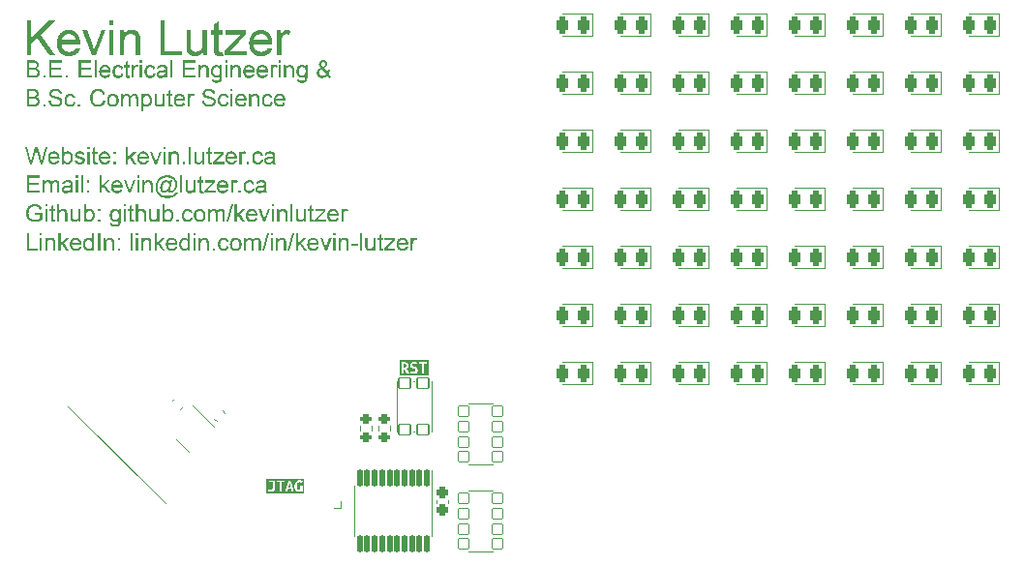
<source format=gto>
G04 #@! TF.GenerationSoftware,KiCad,Pcbnew,7.0.5-0*
G04 #@! TF.CreationDate,2023-07-23T22:29:31-04:00*
G04 #@! TF.ProjectId,business_card,62757369-6e65-4737-935f-636172642e6b,rev?*
G04 #@! TF.SameCoordinates,Original*
G04 #@! TF.FileFunction,Legend,Top*
G04 #@! TF.FilePolarity,Positive*
%FSLAX46Y46*%
G04 Gerber Fmt 4.6, Leading zero omitted, Abs format (unit mm)*
G04 Created by KiCad (PCBNEW 7.0.5-0) date 2023-07-23 22:29:31*
%MOMM*%
%LPD*%
G01*
G04 APERTURE LIST*
G04 Aperture macros list*
%AMRoundRect*
0 Rectangle with rounded corners*
0 $1 Rounding radius*
0 $2 $3 $4 $5 $6 $7 $8 $9 X,Y pos of 4 corners*
0 Add a 4 corners polygon primitive as box body*
4,1,4,$2,$3,$4,$5,$6,$7,$8,$9,$2,$3,0*
0 Add four circle primitives for the rounded corners*
1,1,$1+$1,$2,$3*
1,1,$1+$1,$4,$5*
1,1,$1+$1,$6,$7*
1,1,$1+$1,$8,$9*
0 Add four rect primitives between the rounded corners*
20,1,$1+$1,$2,$3,$4,$5,0*
20,1,$1+$1,$4,$5,$6,$7,0*
20,1,$1+$1,$6,$7,$8,$9,0*
20,1,$1+$1,$8,$9,$2,$3,0*%
G04 Aperture macros list end*
%ADD10C,0.203200*%
%ADD11C,0.142240*%
%ADD12C,0.120000*%
%ADD13C,0.100000*%
%ADD14RoundRect,0.294750X0.243750X0.456250X-0.243750X0.456250X-0.243750X-0.456250X0.243750X-0.456250X0*%
%ADD15RoundRect,0.051000X-0.450000X-0.450000X0.450000X-0.450000X0.450000X0.450000X-0.450000X0.450000X0*%
%ADD16RoundRect,0.276000X0.335876X0.017678X0.017678X0.335876X-0.335876X-0.017678X-0.017678X-0.335876X0*%
%ADD17RoundRect,0.201000X-0.468458X0.256326X0.256326X-0.468458X0.468458X-0.256326X-0.256326X0.468458X0*%
%ADD18RoundRect,0.276000X-0.250000X0.225000X-0.250000X-0.225000X0.250000X-0.225000X0.250000X0.225000X0*%
%ADD19RoundRect,0.251000X0.275000X-0.200000X0.275000X0.200000X-0.275000X0.200000X-0.275000X-0.200000X0*%
%ADD20C,1.092600*%
%ADD21C,0.889400*%
%ADD22RoundRect,0.051000X0.500000X-0.450000X0.500000X0.450000X-0.500000X0.450000X-0.500000X-0.450000X0*%
%ADD23RoundRect,0.101600X-1.944544X-2.651650X2.651650X1.944544X1.944544X2.651650X-2.651650X-1.944544X0*%
%ADD24RoundRect,0.101600X-2.121320X-3.181981X3.181981X2.121320X2.121320X3.181981X-3.181981X-2.121320X0*%
%ADD25RoundRect,0.276000X-0.017678X0.335876X-0.335876X0.017678X0.017678X-0.335876X0.335876X-0.017678X0*%
%ADD26C,3.000000*%
%ADD27RoundRect,0.251000X-0.275000X0.200000X-0.275000X-0.200000X0.275000X-0.200000X0.275000X0.200000X0*%
%ADD28RoundRect,0.151000X-0.100000X0.637500X-0.100000X-0.637500X0.100000X-0.637500X0.100000X0.637500X0*%
G04 APERTURE END LIST*
D10*
G36*
X101771008Y-84038296D02*
G01*
X101771008Y-80990145D01*
X102171078Y-80990145D01*
X102171078Y-82436551D01*
X103670973Y-80990145D01*
X104213192Y-80990145D01*
X102945572Y-82224060D01*
X104268880Y-84038296D01*
X103741315Y-84038296D01*
X102665669Y-82503229D01*
X102171078Y-82959719D01*
X102171078Y-84038296D01*
X101771008Y-84038296D01*
G37*
G36*
X105491815Y-81788547D02*
G01*
X105544789Y-81792128D01*
X105596504Y-81798095D01*
X105646959Y-81806450D01*
X105696155Y-81817192D01*
X105744091Y-81830321D01*
X105790768Y-81845837D01*
X105836186Y-81863740D01*
X105880344Y-81884031D01*
X105923243Y-81906708D01*
X105964883Y-81931772D01*
X106005263Y-81959224D01*
X106044384Y-81989063D01*
X106082245Y-82021288D01*
X106118847Y-82055901D01*
X106154190Y-82092901D01*
X106187907Y-82132065D01*
X106219449Y-82173169D01*
X106248815Y-82216214D01*
X106276006Y-82261200D01*
X106301022Y-82308126D01*
X106323863Y-82356993D01*
X106344528Y-82407800D01*
X106363018Y-82460548D01*
X106379332Y-82515236D01*
X106393472Y-82571865D01*
X106399726Y-82600908D01*
X106405436Y-82630435D01*
X106410602Y-82660447D01*
X106415225Y-82690945D01*
X106419303Y-82721928D01*
X106422838Y-82753396D01*
X106425829Y-82785349D01*
X106428276Y-82817787D01*
X106430180Y-82850711D01*
X106431539Y-82884119D01*
X106432355Y-82918013D01*
X106432627Y-82952392D01*
X106432421Y-82982411D01*
X106431934Y-83014668D01*
X106431339Y-83045214D01*
X106431161Y-83053508D01*
X104798642Y-83053508D01*
X104801842Y-83092678D01*
X104806313Y-83130685D01*
X104812055Y-83167531D01*
X104819067Y-83203214D01*
X104827350Y-83237735D01*
X104836904Y-83271094D01*
X104847729Y-83303291D01*
X104859825Y-83334327D01*
X104873192Y-83364200D01*
X104887829Y-83392910D01*
X104903737Y-83420459D01*
X104920916Y-83446846D01*
X104939366Y-83472071D01*
X104959087Y-83496134D01*
X104980078Y-83519034D01*
X105002341Y-83540773D01*
X105025682Y-83561269D01*
X105049728Y-83580443D01*
X105074477Y-83598295D01*
X105099931Y-83614824D01*
X105126089Y-83630031D01*
X105152951Y-83643916D01*
X105180517Y-83656478D01*
X105208787Y-83667718D01*
X105237761Y-83677636D01*
X105267440Y-83686231D01*
X105297822Y-83693504D01*
X105328909Y-83699454D01*
X105360699Y-83704083D01*
X105393194Y-83707388D01*
X105426393Y-83709372D01*
X105460296Y-83710033D01*
X105497968Y-83709344D01*
X105534597Y-83707277D01*
X105570182Y-83703831D01*
X105604724Y-83699008D01*
X105638223Y-83692806D01*
X105670678Y-83685226D01*
X105702090Y-83676268D01*
X105732459Y-83665932D01*
X105761785Y-83654218D01*
X105790067Y-83641125D01*
X105808342Y-83631631D01*
X105834879Y-83616113D01*
X105860360Y-83598959D01*
X105884785Y-83580169D01*
X105908154Y-83559744D01*
X105930466Y-83537682D01*
X105951722Y-83513985D01*
X105971922Y-83488652D01*
X105991066Y-83461684D01*
X106009154Y-83433080D01*
X106026186Y-83402840D01*
X106036954Y-83381771D01*
X106420903Y-83428665D01*
X106408942Y-83467136D01*
X106395773Y-83504514D01*
X106381396Y-83540799D01*
X106365811Y-83575990D01*
X106349019Y-83610087D01*
X106331018Y-83643091D01*
X106311810Y-83675002D01*
X106291393Y-83705820D01*
X106269769Y-83735544D01*
X106246937Y-83764175D01*
X106222898Y-83791712D01*
X106197650Y-83818156D01*
X106171195Y-83843507D01*
X106143531Y-83867764D01*
X106114660Y-83890928D01*
X106084581Y-83912999D01*
X106053454Y-83933850D01*
X106021257Y-83953356D01*
X105987990Y-83971517D01*
X105953651Y-83988333D01*
X105918243Y-84003803D01*
X105881764Y-84017928D01*
X105844214Y-84030708D01*
X105805594Y-84042142D01*
X105765904Y-84052232D01*
X105725143Y-84060976D01*
X105683312Y-84068375D01*
X105640410Y-84074428D01*
X105596438Y-84079137D01*
X105551395Y-84082500D01*
X105505282Y-84084518D01*
X105458098Y-84085190D01*
X105428296Y-84084900D01*
X105398881Y-84084031D01*
X105341216Y-84080553D01*
X105285102Y-84074757D01*
X105230540Y-84066643D01*
X105177529Y-84056210D01*
X105126069Y-84043459D01*
X105076160Y-84028389D01*
X105027803Y-84011001D01*
X104980997Y-83991295D01*
X104935743Y-83969270D01*
X104892039Y-83944927D01*
X104849887Y-83918265D01*
X104809287Y-83889285D01*
X104770238Y-83857987D01*
X104732740Y-83824370D01*
X104696793Y-83788435D01*
X104662721Y-83750316D01*
X104630847Y-83710331D01*
X104601172Y-83668479D01*
X104573695Y-83624762D01*
X104548415Y-83579178D01*
X104525335Y-83531728D01*
X104504452Y-83482412D01*
X104485767Y-83431230D01*
X104469281Y-83378182D01*
X104454993Y-83323267D01*
X104442903Y-83266486D01*
X104437682Y-83237396D01*
X104433011Y-83207839D01*
X104428889Y-83177816D01*
X104425317Y-83147326D01*
X104422295Y-83116370D01*
X104419822Y-83084947D01*
X104417898Y-83053058D01*
X104416524Y-83020702D01*
X104415700Y-82987879D01*
X104415425Y-82954590D01*
X104415703Y-82920165D01*
X104416536Y-82886226D01*
X104417924Y-82852771D01*
X104419867Y-82819802D01*
X104422366Y-82787318D01*
X104425420Y-82755319D01*
X104429029Y-82723806D01*
X104433194Y-82692777D01*
X104435423Y-82678351D01*
X104819159Y-82678351D01*
X106041350Y-82678351D01*
X106035887Y-82636891D01*
X106028839Y-82597413D01*
X106020207Y-82559920D01*
X106009991Y-82524410D01*
X105998191Y-82490883D01*
X105984807Y-82459340D01*
X105969838Y-82429780D01*
X105953285Y-82402204D01*
X105935148Y-82376612D01*
X105915426Y-82353003D01*
X105901399Y-82338365D01*
X105878822Y-82317070D01*
X105855420Y-82297149D01*
X105831194Y-82278602D01*
X105806144Y-82261429D01*
X105780270Y-82245629D01*
X105753571Y-82231204D01*
X105726048Y-82218152D01*
X105697700Y-82206474D01*
X105668528Y-82196170D01*
X105638532Y-82187240D01*
X105607712Y-82179684D01*
X105576067Y-82173501D01*
X105543598Y-82168693D01*
X105510305Y-82165258D01*
X105476187Y-82163197D01*
X105441245Y-82162510D01*
X105409686Y-82163060D01*
X105378757Y-82164709D01*
X105348458Y-82167456D01*
X105318788Y-82171303D01*
X105289748Y-82176249D01*
X105247368Y-82185729D01*
X105206406Y-82197681D01*
X105166860Y-82212107D01*
X105128731Y-82229006D01*
X105092018Y-82248377D01*
X105056723Y-82270222D01*
X105022844Y-82294539D01*
X105011866Y-82303194D01*
X104980540Y-82330272D01*
X104951957Y-82359025D01*
X104926118Y-82389452D01*
X104903022Y-82421553D01*
X104882669Y-82455329D01*
X104865060Y-82490779D01*
X104850194Y-82527903D01*
X104838072Y-82566702D01*
X104828693Y-82607175D01*
X104822058Y-82649323D01*
X104819159Y-82678351D01*
X104435423Y-82678351D01*
X104437914Y-82662233D01*
X104443189Y-82632175D01*
X104449019Y-82602602D01*
X104455405Y-82573514D01*
X104462346Y-82544911D01*
X104477893Y-82489161D01*
X104495662Y-82435351D01*
X104515652Y-82383482D01*
X104537862Y-82333553D01*
X104562294Y-82285565D01*
X104588947Y-82239518D01*
X104617821Y-82195411D01*
X104648917Y-82153245D01*
X104682233Y-82113019D01*
X104699724Y-82093634D01*
X104735922Y-82056545D01*
X104773443Y-82021849D01*
X104812286Y-81989546D01*
X104852452Y-81959636D01*
X104893940Y-81932119D01*
X104936750Y-81906994D01*
X104980883Y-81884262D01*
X105026338Y-81863924D01*
X105073115Y-81845977D01*
X105121215Y-81830424D01*
X105170637Y-81817264D01*
X105221381Y-81806496D01*
X105273448Y-81798121D01*
X105326837Y-81792139D01*
X105381548Y-81788550D01*
X105437582Y-81787353D01*
X105491815Y-81788547D01*
G37*
G36*
X107482627Y-84038296D02*
G01*
X106650247Y-81834248D01*
X107042257Y-81834248D01*
X107511936Y-83154625D01*
X107526115Y-83194883D01*
X107540075Y-83235425D01*
X107553815Y-83276251D01*
X107567337Y-83317359D01*
X107580640Y-83358751D01*
X107593724Y-83400427D01*
X107606589Y-83442385D01*
X107615044Y-83470515D01*
X107623402Y-83498771D01*
X107631662Y-83527153D01*
X107639825Y-83555661D01*
X107647891Y-83584294D01*
X107651887Y-83598658D01*
X107661440Y-83565342D01*
X107671688Y-83530789D01*
X107682632Y-83495000D01*
X107694271Y-83457974D01*
X107706606Y-83419712D01*
X107719636Y-83380214D01*
X107733362Y-83339479D01*
X107742899Y-83311635D01*
X107752745Y-83283242D01*
X107762900Y-83254299D01*
X107773364Y-83224807D01*
X107784138Y-83194765D01*
X107789640Y-83179538D01*
X108276172Y-81834248D01*
X108657924Y-81834248D01*
X107829208Y-84038296D01*
X107482627Y-84038296D01*
G37*
G36*
X108975928Y-81365302D02*
G01*
X108975928Y-80990145D01*
X109346688Y-80990145D01*
X109346688Y-81365302D01*
X108975928Y-81365302D01*
G37*
G36*
X108975928Y-84038296D02*
G01*
X108975928Y-81834248D01*
X109346688Y-81834248D01*
X109346688Y-84038296D01*
X108975928Y-84038296D01*
G37*
G36*
X109905760Y-84038296D02*
G01*
X109905760Y-81834248D01*
X110239152Y-81834248D01*
X110239152Y-82145658D01*
X110270124Y-82102269D01*
X110302773Y-82061680D01*
X110337100Y-82023890D01*
X110373104Y-81988900D01*
X110410785Y-81956708D01*
X110450143Y-81927316D01*
X110491179Y-81900723D01*
X110533892Y-81876929D01*
X110578282Y-81855935D01*
X110624349Y-81837740D01*
X110672094Y-81822344D01*
X110721516Y-81809747D01*
X110772615Y-81799950D01*
X110825392Y-81792952D01*
X110879846Y-81788753D01*
X110935977Y-81787353D01*
X110972788Y-81787985D01*
X111009032Y-81789878D01*
X111044709Y-81793033D01*
X111079820Y-81797451D01*
X111114364Y-81803131D01*
X111148342Y-81810074D01*
X111181753Y-81818278D01*
X111214597Y-81827745D01*
X111246874Y-81838474D01*
X111278584Y-81850465D01*
X111299410Y-81859161D01*
X111329856Y-81872887D01*
X111358821Y-81887411D01*
X111386305Y-81902734D01*
X111412307Y-81918855D01*
X111436829Y-81935775D01*
X111467220Y-81959578D01*
X111494978Y-81984799D01*
X111520102Y-82011441D01*
X111542593Y-82039502D01*
X111547805Y-82046739D01*
X111567726Y-82076369D01*
X111586090Y-82107373D01*
X111602897Y-82139750D01*
X111618147Y-82173501D01*
X111631840Y-82208627D01*
X111643975Y-82245126D01*
X111652056Y-82273401D01*
X111659260Y-82302450D01*
X111663576Y-82322245D01*
X111669486Y-82358341D01*
X111673494Y-82392705D01*
X111676860Y-82431946D01*
X111678963Y-82464578D01*
X111680706Y-82499953D01*
X111682089Y-82538071D01*
X111683111Y-82578933D01*
X111683772Y-82622538D01*
X111684012Y-82653132D01*
X111684092Y-82684946D01*
X111684092Y-84038296D01*
X111313332Y-84038296D01*
X111313332Y-82735504D01*
X111312952Y-82694861D01*
X111311812Y-82656189D01*
X111309912Y-82619488D01*
X111307252Y-82584757D01*
X111303833Y-82551996D01*
X111299653Y-82521207D01*
X111292898Y-82483219D01*
X111284793Y-82448735D01*
X111275336Y-82417755D01*
X111270101Y-82403578D01*
X111254945Y-82370323D01*
X111236498Y-82339250D01*
X111214760Y-82310359D01*
X111189730Y-82283651D01*
X111167336Y-82263856D01*
X111142835Y-82245458D01*
X111116228Y-82228456D01*
X111088144Y-82213000D01*
X111058846Y-82199605D01*
X111028335Y-82188270D01*
X110996610Y-82178997D01*
X110963671Y-82171784D01*
X110929519Y-82166632D01*
X110894154Y-82163541D01*
X110857575Y-82162510D01*
X110828243Y-82163086D01*
X110785189Y-82166106D01*
X110743269Y-82171715D01*
X110702482Y-82179913D01*
X110662829Y-82190700D01*
X110624309Y-82204076D01*
X110586923Y-82220041D01*
X110550670Y-82238595D01*
X110515551Y-82259737D01*
X110481565Y-82283469D01*
X110448712Y-82309789D01*
X110417940Y-82339728D01*
X110399106Y-82362271D01*
X110381618Y-82386881D01*
X110365475Y-82413557D01*
X110350677Y-82442299D01*
X110337225Y-82473108D01*
X110325118Y-82505983D01*
X110314356Y-82540925D01*
X110304939Y-82577934D01*
X110296868Y-82617009D01*
X110290141Y-82658150D01*
X110284760Y-82701359D01*
X110280725Y-82746633D01*
X110278034Y-82793974D01*
X110276689Y-82843382D01*
X110276521Y-82868861D01*
X110276521Y-84038296D01*
X109905760Y-84038296D01*
G37*
G36*
X113438977Y-84038296D02*
G01*
X113438977Y-80990145D01*
X113839047Y-80990145D01*
X113839047Y-83663138D01*
X115326486Y-83663138D01*
X115326486Y-84038296D01*
X113438977Y-84038296D01*
G37*
G36*
X117178091Y-84038296D02*
G01*
X117178091Y-83659475D01*
X117161929Y-83685666D01*
X117145410Y-83711026D01*
X117128533Y-83735555D01*
X117093706Y-83782117D01*
X117057447Y-83825354D01*
X117019757Y-83865265D01*
X116980636Y-83901850D01*
X116940084Y-83935109D01*
X116898101Y-83965042D01*
X116854687Y-83991649D01*
X116809842Y-84014930D01*
X116763566Y-84034886D01*
X116715858Y-84051515D01*
X116666719Y-84064819D01*
X116616150Y-84074797D01*
X116564149Y-84081448D01*
X116510717Y-84084774D01*
X116483464Y-84085190D01*
X116447413Y-84084533D01*
X116411800Y-84082563D01*
X116376625Y-84079278D01*
X116341887Y-84074680D01*
X116307588Y-84068768D01*
X116273727Y-84061542D01*
X116240303Y-84053003D01*
X116207317Y-84043150D01*
X116174770Y-84031983D01*
X116142660Y-84019502D01*
X116121496Y-84010452D01*
X116090795Y-83996104D01*
X116061613Y-83981085D01*
X116033951Y-83965398D01*
X116007809Y-83949040D01*
X115983187Y-83932013D01*
X115952721Y-83908268D01*
X115924958Y-83883332D01*
X115899896Y-83857206D01*
X115877536Y-83829889D01*
X115872369Y-83822873D01*
X115852791Y-83793873D01*
X115834725Y-83763293D01*
X115818170Y-83731133D01*
X115803126Y-83697394D01*
X115789593Y-83662074D01*
X115777572Y-83625174D01*
X115769548Y-83596462D01*
X115762374Y-83566862D01*
X115758063Y-83546635D01*
X115752739Y-83517142D01*
X115748125Y-83483620D01*
X115744221Y-83446068D01*
X115741759Y-83415259D01*
X115739696Y-83382183D01*
X115738033Y-83346840D01*
X115736768Y-83309231D01*
X115735903Y-83269354D01*
X115735437Y-83227211D01*
X115735348Y-83197856D01*
X115735348Y-81834248D01*
X116106842Y-81834248D01*
X116106842Y-83021268D01*
X116106931Y-83055993D01*
X116107197Y-83089275D01*
X116107640Y-83121114D01*
X116108262Y-83151511D01*
X116109526Y-83194401D01*
X116111190Y-83234046D01*
X116113253Y-83270445D01*
X116115715Y-83303598D01*
X116118576Y-83333505D01*
X116123013Y-83368333D01*
X116128159Y-83397390D01*
X116129556Y-83403753D01*
X116139563Y-83438523D01*
X116151996Y-83471393D01*
X116166857Y-83502362D01*
X116184145Y-83531431D01*
X116203860Y-83558599D01*
X116226002Y-83583866D01*
X116250571Y-83607234D01*
X116277568Y-83628700D01*
X116306797Y-83647763D01*
X116337697Y-83664283D01*
X116370269Y-83678262D01*
X116404513Y-83689700D01*
X116440428Y-83698596D01*
X116478015Y-83704950D01*
X116507302Y-83708047D01*
X116537529Y-83709715D01*
X116558203Y-83710033D01*
X116589340Y-83709299D01*
X116620104Y-83707096D01*
X116650494Y-83703426D01*
X116680511Y-83698287D01*
X116710154Y-83691679D01*
X116739424Y-83683603D01*
X116768320Y-83674059D01*
X116796843Y-83663047D01*
X116824992Y-83650566D01*
X116852768Y-83636617D01*
X116871078Y-83626502D01*
X116897802Y-83610312D01*
X116923018Y-83593066D01*
X116946728Y-83574763D01*
X116968931Y-83555404D01*
X116996191Y-83527950D01*
X117020772Y-83498618D01*
X117042674Y-83467408D01*
X117061896Y-83434321D01*
X117078440Y-83399356D01*
X117089308Y-83371151D01*
X117099108Y-83340666D01*
X117107838Y-83307902D01*
X117115500Y-83272857D01*
X117122092Y-83235533D01*
X117127616Y-83195930D01*
X117132070Y-83154046D01*
X117135455Y-83109883D01*
X117137118Y-83079174D01*
X117138306Y-83047452D01*
X117139019Y-83014717D01*
X117139256Y-82980968D01*
X117139256Y-81834248D01*
X117510017Y-81834248D01*
X117510017Y-84038296D01*
X117178091Y-84038296D01*
G37*
G36*
X118889745Y-83721757D02*
G01*
X118943234Y-84049286D01*
X118914130Y-84055703D01*
X118876245Y-84063276D01*
X118839414Y-84069728D01*
X118803636Y-84075057D01*
X118768912Y-84079265D01*
X118735241Y-84082350D01*
X118702623Y-84084314D01*
X118671058Y-84085155D01*
X118663332Y-84085190D01*
X118626212Y-84084643D01*
X118590689Y-84083001D01*
X118556763Y-84080264D01*
X118524434Y-84076432D01*
X118493702Y-84071505D01*
X118464568Y-84065484D01*
X118428206Y-84055752D01*
X118394684Y-84044074D01*
X118364001Y-84030450D01*
X118349724Y-84022908D01*
X118323082Y-84006731D01*
X118298479Y-83989340D01*
X118270590Y-83965895D01*
X118245885Y-83940554D01*
X118224365Y-83913316D01*
X118206029Y-83884182D01*
X118193653Y-83859510D01*
X118183005Y-83830739D01*
X118173777Y-83794984D01*
X118167788Y-83763585D01*
X118162598Y-83728257D01*
X118158206Y-83689001D01*
X118154612Y-83645816D01*
X118152660Y-83614844D01*
X118151063Y-83582126D01*
X118149821Y-83547662D01*
X118148933Y-83511452D01*
X118148401Y-83473496D01*
X118148224Y-83433794D01*
X118148224Y-82209405D01*
X117875649Y-82209405D01*
X117875649Y-81834248D01*
X118148224Y-81834248D01*
X118148224Y-81292029D01*
X118516786Y-81070012D01*
X118516786Y-81834248D01*
X118889745Y-81834248D01*
X118889745Y-82209405D01*
X118516786Y-82209405D01*
X118516786Y-83422804D01*
X118517084Y-83458684D01*
X118517977Y-83491222D01*
X118519930Y-83527193D01*
X118522814Y-83557940D01*
X118527502Y-83587942D01*
X118535837Y-83616244D01*
X118552295Y-83643887D01*
X118572217Y-83665411D01*
X118596860Y-83683500D01*
X118599584Y-83685120D01*
X118627740Y-83697163D01*
X118657828Y-83704559D01*
X118688061Y-83708476D01*
X118721941Y-83710009D01*
X118727079Y-83710033D01*
X118760327Y-83710766D01*
X118793475Y-83712609D01*
X118824903Y-83715082D01*
X118859112Y-83718379D01*
X118889745Y-83721757D01*
G37*
G36*
X119050945Y-84038296D02*
G01*
X119050945Y-83685120D01*
X120443862Y-82209405D01*
X120414493Y-82209405D01*
X120371244Y-82209405D01*
X120328961Y-82209405D01*
X120287644Y-82209405D01*
X120247293Y-82209405D01*
X120207908Y-82209405D01*
X120169490Y-82209405D01*
X120132037Y-82209405D01*
X120095550Y-82209405D01*
X120060029Y-82209405D01*
X120025474Y-82209405D01*
X119133011Y-82209405D01*
X119133011Y-81834248D01*
X120921601Y-81834248D01*
X120921601Y-82152985D01*
X119736779Y-83453578D01*
X119508168Y-83663138D01*
X119539188Y-83663138D01*
X119569969Y-83663138D01*
X119600509Y-83663138D01*
X119630808Y-83663138D01*
X119660867Y-83663138D01*
X119690686Y-83663138D01*
X119720264Y-83663138D01*
X119749602Y-83663138D01*
X119793158Y-83663138D01*
X119836173Y-83663138D01*
X119878646Y-83663138D01*
X119920579Y-83663138D01*
X119961971Y-83663138D01*
X119975649Y-83663138D01*
X120987547Y-83663138D01*
X120987547Y-84038296D01*
X119050945Y-84038296D01*
G37*
G36*
X122297677Y-81788547D02*
G01*
X122350651Y-81792128D01*
X122402365Y-81798095D01*
X122452821Y-81806450D01*
X122502016Y-81817192D01*
X122549953Y-81830321D01*
X122596630Y-81845837D01*
X122642048Y-81863740D01*
X122686206Y-81884031D01*
X122729105Y-81906708D01*
X122770745Y-81931772D01*
X122811125Y-81959224D01*
X122850246Y-81989063D01*
X122888107Y-82021288D01*
X122924709Y-82055901D01*
X122960052Y-82092901D01*
X122993769Y-82132065D01*
X123025311Y-82173169D01*
X123054677Y-82216214D01*
X123081868Y-82261200D01*
X123106884Y-82308126D01*
X123129724Y-82356993D01*
X123150390Y-82407800D01*
X123168880Y-82460548D01*
X123185194Y-82515236D01*
X123199334Y-82571865D01*
X123205588Y-82600908D01*
X123211298Y-82630435D01*
X123216464Y-82660447D01*
X123221086Y-82690945D01*
X123225165Y-82721928D01*
X123228700Y-82753396D01*
X123231691Y-82785349D01*
X123234138Y-82817787D01*
X123236042Y-82850711D01*
X123237401Y-82884119D01*
X123238217Y-82918013D01*
X123238489Y-82952392D01*
X123238283Y-82982411D01*
X123237796Y-83014668D01*
X123237201Y-83045214D01*
X123237023Y-83053508D01*
X121604504Y-83053508D01*
X121607704Y-83092678D01*
X121612175Y-83130685D01*
X121617916Y-83167531D01*
X121624929Y-83203214D01*
X121633212Y-83237735D01*
X121642766Y-83271094D01*
X121653591Y-83303291D01*
X121665687Y-83334327D01*
X121679054Y-83364200D01*
X121693691Y-83392910D01*
X121709599Y-83420459D01*
X121726778Y-83446846D01*
X121745228Y-83472071D01*
X121764949Y-83496134D01*
X121785940Y-83519034D01*
X121808203Y-83540773D01*
X121831544Y-83561269D01*
X121855590Y-83580443D01*
X121880339Y-83598295D01*
X121905793Y-83614824D01*
X121931951Y-83630031D01*
X121958813Y-83643916D01*
X121986379Y-83656478D01*
X122014649Y-83667718D01*
X122043623Y-83677636D01*
X122073302Y-83686231D01*
X122103684Y-83693504D01*
X122134771Y-83699454D01*
X122166561Y-83704083D01*
X122199056Y-83707388D01*
X122232255Y-83709372D01*
X122266158Y-83710033D01*
X122303830Y-83709344D01*
X122340458Y-83707277D01*
X122376044Y-83703831D01*
X122410586Y-83699008D01*
X122444084Y-83692806D01*
X122476540Y-83685226D01*
X122507952Y-83676268D01*
X122538321Y-83665932D01*
X122567646Y-83654218D01*
X122595929Y-83641125D01*
X122614204Y-83631631D01*
X122640741Y-83616113D01*
X122666222Y-83598959D01*
X122690647Y-83580169D01*
X122714015Y-83559744D01*
X122736328Y-83537682D01*
X122757584Y-83513985D01*
X122777784Y-83488652D01*
X122796928Y-83461684D01*
X122815016Y-83433080D01*
X122832048Y-83402840D01*
X122842815Y-83381771D01*
X123226765Y-83428665D01*
X123214804Y-83467136D01*
X123201635Y-83504514D01*
X123187258Y-83540799D01*
X123171673Y-83575990D01*
X123154880Y-83610087D01*
X123136880Y-83643091D01*
X123117672Y-83675002D01*
X123097255Y-83705820D01*
X123075631Y-83735544D01*
X123052799Y-83764175D01*
X123028760Y-83791712D01*
X123003512Y-83818156D01*
X122977056Y-83843507D01*
X122949393Y-83867764D01*
X122920522Y-83890928D01*
X122890443Y-83912999D01*
X122859316Y-83933850D01*
X122827119Y-83953356D01*
X122793851Y-83971517D01*
X122759513Y-83988333D01*
X122724105Y-84003803D01*
X122687626Y-84017928D01*
X122650076Y-84030708D01*
X122611456Y-84042142D01*
X122571766Y-84052232D01*
X122531005Y-84060976D01*
X122489174Y-84068375D01*
X122446272Y-84074428D01*
X122402300Y-84079137D01*
X122357257Y-84082500D01*
X122311144Y-84084518D01*
X122263960Y-84085190D01*
X122234158Y-84084900D01*
X122204743Y-84084031D01*
X122147078Y-84080553D01*
X122090964Y-84074757D01*
X122036402Y-84066643D01*
X121983391Y-84056210D01*
X121931931Y-84043459D01*
X121882022Y-84028389D01*
X121833665Y-84011001D01*
X121786859Y-83991295D01*
X121741604Y-83969270D01*
X121697901Y-83944927D01*
X121655749Y-83918265D01*
X121615149Y-83889285D01*
X121576099Y-83857987D01*
X121538601Y-83824370D01*
X121502655Y-83788435D01*
X121468583Y-83750316D01*
X121436709Y-83710331D01*
X121407034Y-83668479D01*
X121379556Y-83624762D01*
X121354277Y-83579178D01*
X121331196Y-83531728D01*
X121310314Y-83482412D01*
X121291629Y-83431230D01*
X121275143Y-83378182D01*
X121260854Y-83323267D01*
X121248764Y-83266486D01*
X121243544Y-83237396D01*
X121238873Y-83207839D01*
X121234751Y-83177816D01*
X121231179Y-83147326D01*
X121228156Y-83116370D01*
X121225683Y-83084947D01*
X121223760Y-83053058D01*
X121222386Y-83020702D01*
X121221562Y-82987879D01*
X121221287Y-82954590D01*
X121221565Y-82920165D01*
X121222398Y-82886226D01*
X121223786Y-82852771D01*
X121225729Y-82819802D01*
X121228228Y-82787318D01*
X121231282Y-82755319D01*
X121234891Y-82723806D01*
X121239056Y-82692777D01*
X121241285Y-82678351D01*
X121625021Y-82678351D01*
X122847212Y-82678351D01*
X122841748Y-82636891D01*
X122834701Y-82597413D01*
X122826069Y-82559920D01*
X122815853Y-82524410D01*
X122804053Y-82490883D01*
X122790669Y-82459340D01*
X122775700Y-82429780D01*
X122759147Y-82402204D01*
X122741010Y-82376612D01*
X122721288Y-82353003D01*
X122707261Y-82338365D01*
X122684683Y-82317070D01*
X122661282Y-82297149D01*
X122637056Y-82278602D01*
X122612006Y-82261429D01*
X122586131Y-82245629D01*
X122559433Y-82231204D01*
X122531909Y-82218152D01*
X122503562Y-82206474D01*
X122474390Y-82196170D01*
X122444394Y-82187240D01*
X122413574Y-82179684D01*
X122381929Y-82173501D01*
X122349460Y-82168693D01*
X122316167Y-82165258D01*
X122282049Y-82163197D01*
X122247107Y-82162510D01*
X122215548Y-82163060D01*
X122184619Y-82164709D01*
X122154320Y-82167456D01*
X122124650Y-82171303D01*
X122095610Y-82176249D01*
X122053230Y-82185729D01*
X122012268Y-82197681D01*
X121972722Y-82212107D01*
X121934593Y-82229006D01*
X121897880Y-82248377D01*
X121862585Y-82270222D01*
X121828706Y-82294539D01*
X121817728Y-82303194D01*
X121786402Y-82330272D01*
X121757819Y-82359025D01*
X121731980Y-82389452D01*
X121708884Y-82421553D01*
X121688531Y-82455329D01*
X121670922Y-82490779D01*
X121656056Y-82527903D01*
X121643934Y-82566702D01*
X121634555Y-82607175D01*
X121627920Y-82649323D01*
X121625021Y-82678351D01*
X121241285Y-82678351D01*
X121243776Y-82662233D01*
X121249051Y-82632175D01*
X121254881Y-82602602D01*
X121261267Y-82573514D01*
X121268207Y-82544911D01*
X121283755Y-82489161D01*
X121301524Y-82435351D01*
X121321513Y-82383482D01*
X121343724Y-82333553D01*
X121368156Y-82285565D01*
X121394809Y-82239518D01*
X121423683Y-82195411D01*
X121454778Y-82153245D01*
X121488095Y-82113019D01*
X121505586Y-82093634D01*
X121541784Y-82056545D01*
X121579305Y-82021849D01*
X121618148Y-81989546D01*
X121658314Y-81959636D01*
X121699802Y-81932119D01*
X121742612Y-81906994D01*
X121786745Y-81884262D01*
X121832200Y-81863924D01*
X121878977Y-81845977D01*
X121927076Y-81830424D01*
X121976498Y-81817264D01*
X122027243Y-81806496D01*
X122079309Y-81798121D01*
X122132698Y-81792139D01*
X122187410Y-81788550D01*
X122243443Y-81787353D01*
X122297677Y-81788547D01*
G37*
G36*
X123676660Y-84038296D02*
G01*
X123676660Y-81834248D01*
X124010785Y-81834248D01*
X124010785Y-82160312D01*
X124026647Y-82132434D01*
X124042361Y-82105770D01*
X124057925Y-82080319D01*
X124080993Y-82044418D01*
X124103727Y-82011248D01*
X124126125Y-81980808D01*
X124148188Y-81953099D01*
X124169917Y-81928120D01*
X124191311Y-81905872D01*
X124219315Y-81880456D01*
X124246723Y-81859894D01*
X124274166Y-81842892D01*
X124302273Y-81828157D01*
X124331044Y-81815689D01*
X124360479Y-81805488D01*
X124390578Y-81797554D01*
X124421342Y-81791887D01*
X124452769Y-81788487D01*
X124484860Y-81787353D01*
X124520082Y-81788371D01*
X124555408Y-81791423D01*
X124590837Y-81796511D01*
X124626368Y-81803634D01*
X124662003Y-81812791D01*
X124697741Y-81823984D01*
X124733581Y-81837212D01*
X124769525Y-81852475D01*
X124805572Y-81869773D01*
X124841722Y-81889105D01*
X124865879Y-81903125D01*
X124738384Y-82246041D01*
X124712837Y-82231114D01*
X124678793Y-82213494D01*
X124644773Y-82198484D01*
X124610776Y-82186085D01*
X124576801Y-82176296D01*
X124542849Y-82169118D01*
X124508921Y-82164550D01*
X124475015Y-82162592D01*
X124466542Y-82162510D01*
X124436511Y-82163667D01*
X124407237Y-82167136D01*
X124371706Y-82174724D01*
X124337355Y-82185926D01*
X124304186Y-82200742D01*
X124278500Y-82215196D01*
X124253570Y-82231963D01*
X124247456Y-82236516D01*
X124224146Y-82255910D01*
X124202576Y-82277091D01*
X124182747Y-82300057D01*
X124164658Y-82324810D01*
X124148309Y-82351348D01*
X124133700Y-82379673D01*
X124120831Y-82409783D01*
X124109703Y-82441680D01*
X124098573Y-82479521D01*
X124088537Y-82518033D01*
X124079596Y-82557214D01*
X124071750Y-82597064D01*
X124064999Y-82637585D01*
X124059342Y-82678775D01*
X124054781Y-82720635D01*
X124051314Y-82763165D01*
X124048942Y-82806364D01*
X124047664Y-82850233D01*
X124047421Y-82879852D01*
X124047421Y-84038296D01*
X123676660Y-84038296D01*
G37*
D11*
G36*
X102345660Y-84457399D02*
G01*
X102366514Y-84457936D01*
X102386830Y-84458830D01*
X102406608Y-84460082D01*
X102425848Y-84461692D01*
X102444550Y-84463660D01*
X102462713Y-84465986D01*
X102480339Y-84468669D01*
X102497426Y-84471710D01*
X102513976Y-84475109D01*
X102529987Y-84478866D01*
X102545460Y-84482980D01*
X102560395Y-84487452D01*
X102574792Y-84492282D01*
X102588651Y-84497470D01*
X102601972Y-84503016D01*
X102621216Y-84511968D01*
X102639654Y-84521790D01*
X102657288Y-84532482D01*
X102674117Y-84544043D01*
X102690141Y-84556473D01*
X102705360Y-84569773D01*
X102719773Y-84583942D01*
X102733382Y-84598980D01*
X102746186Y-84614888D01*
X102758185Y-84631665D01*
X102765737Y-84643333D01*
X102776343Y-84661202D01*
X102785907Y-84679225D01*
X102794427Y-84697403D01*
X102801904Y-84715736D01*
X102808337Y-84734223D01*
X102813728Y-84752865D01*
X102818075Y-84771661D01*
X102821378Y-84790612D01*
X102823639Y-84809717D01*
X102824856Y-84828977D01*
X102825088Y-84841903D01*
X102824624Y-84859869D01*
X102823233Y-84877636D01*
X102820915Y-84895203D01*
X102817669Y-84912571D01*
X102813496Y-84929739D01*
X102808395Y-84946707D01*
X102802367Y-84963476D01*
X102795412Y-84980045D01*
X102787530Y-84996414D01*
X102778720Y-85012584D01*
X102772331Y-85023253D01*
X102762035Y-85038903D01*
X102750792Y-85053980D01*
X102738602Y-85068484D01*
X102725465Y-85082415D01*
X102711382Y-85095773D01*
X102696352Y-85108557D01*
X102680376Y-85120768D01*
X102663452Y-85132407D01*
X102645582Y-85143472D01*
X102626766Y-85153963D01*
X102613696Y-85160640D01*
X102630575Y-85165995D01*
X102646960Y-85171802D01*
X102662850Y-85178062D01*
X102678244Y-85184774D01*
X102693144Y-85191938D01*
X102707548Y-85199554D01*
X102721457Y-85207623D01*
X102734871Y-85216144D01*
X102747789Y-85225117D01*
X102760213Y-85234542D01*
X102772141Y-85244420D01*
X102783574Y-85254749D01*
X102794512Y-85265531D01*
X102804955Y-85276766D01*
X102814902Y-85288452D01*
X102824355Y-85300591D01*
X102833272Y-85313094D01*
X102841614Y-85325876D01*
X102849381Y-85338934D01*
X102856572Y-85352271D01*
X102863188Y-85365885D01*
X102869229Y-85379777D01*
X102874694Y-85393946D01*
X102879584Y-85408393D01*
X102883899Y-85423118D01*
X102887639Y-85438120D01*
X102890803Y-85453400D01*
X102893392Y-85468958D01*
X102895405Y-85484793D01*
X102896844Y-85500906D01*
X102897707Y-85517297D01*
X102897994Y-85533965D01*
X102897598Y-85554166D01*
X102896410Y-85574103D01*
X102894430Y-85593776D01*
X102891657Y-85613185D01*
X102888093Y-85632330D01*
X102883736Y-85651211D01*
X102878587Y-85669828D01*
X102872646Y-85688181D01*
X102865913Y-85706270D01*
X102858388Y-85724095D01*
X102852931Y-85735831D01*
X102844364Y-85752906D01*
X102835423Y-85769234D01*
X102826109Y-85784814D01*
X102816421Y-85799648D01*
X102806359Y-85813734D01*
X102795925Y-85827073D01*
X102785116Y-85839666D01*
X102773934Y-85851511D01*
X102762379Y-85862609D01*
X102750450Y-85872960D01*
X102742289Y-85879446D01*
X102729632Y-85888645D01*
X102716388Y-85897418D01*
X102702558Y-85905767D01*
X102688142Y-85913690D01*
X102673140Y-85921188D01*
X102657552Y-85928261D01*
X102641378Y-85934910D01*
X102624618Y-85941133D01*
X102607272Y-85946931D01*
X102589339Y-85952304D01*
X102577059Y-85955650D01*
X102558047Y-85960233D01*
X102538243Y-85964365D01*
X102517647Y-85968047D01*
X102496259Y-85971278D01*
X102481560Y-85973181D01*
X102466509Y-85974884D01*
X102451106Y-85976387D01*
X102435351Y-85977689D01*
X102419243Y-85978791D01*
X102402784Y-85979693D01*
X102385973Y-85980394D01*
X102368810Y-85980895D01*
X102351294Y-85981195D01*
X102333427Y-85981296D01*
X101757502Y-85981296D01*
X101757502Y-85277876D01*
X101957537Y-85277876D01*
X101957537Y-85793717D01*
X102333427Y-85793717D01*
X102351119Y-85793653D01*
X102367786Y-85793459D01*
X102383430Y-85793137D01*
X102402696Y-85792508D01*
X102420141Y-85791649D01*
X102435766Y-85790561D01*
X102452737Y-85788880D01*
X102469348Y-85786390D01*
X102486298Y-85783110D01*
X102502527Y-85779314D01*
X102518034Y-85775004D01*
X102532821Y-85770178D01*
X102546886Y-85764837D01*
X102563452Y-85757437D01*
X102578892Y-85749231D01*
X102584753Y-85745723D01*
X102598881Y-85736053D01*
X102612187Y-85725130D01*
X102624670Y-85712954D01*
X102636330Y-85699527D01*
X102647167Y-85684847D01*
X102655244Y-85672202D01*
X102660957Y-85662192D01*
X102667998Y-85648276D01*
X102674100Y-85633822D01*
X102679263Y-85618830D01*
X102683488Y-85603299D01*
X102686774Y-85587231D01*
X102689121Y-85570624D01*
X102690529Y-85553479D01*
X102690998Y-85535797D01*
X102690618Y-85520259D01*
X102689479Y-85505108D01*
X102687579Y-85490343D01*
X102683864Y-85471258D01*
X102678797Y-85452859D01*
X102672380Y-85435148D01*
X102664612Y-85418123D01*
X102655493Y-85401786D01*
X102647767Y-85389984D01*
X102636433Y-85375083D01*
X102624045Y-85361338D01*
X102610604Y-85348750D01*
X102596110Y-85337319D01*
X102580562Y-85327043D01*
X102563962Y-85317924D01*
X102546307Y-85309962D01*
X102532376Y-85304748D01*
X102527600Y-85303155D01*
X102512647Y-85298638D01*
X102496503Y-85294564D01*
X102479168Y-85290935D01*
X102460641Y-85287751D01*
X102440923Y-85285011D01*
X102420013Y-85282715D01*
X102405412Y-85281431D01*
X102390281Y-85280345D01*
X102374620Y-85279456D01*
X102358430Y-85278765D01*
X102341710Y-85278271D01*
X102324461Y-85277975D01*
X102306682Y-85277876D01*
X101957537Y-85277876D01*
X101757502Y-85277876D01*
X101757502Y-84644799D01*
X101957537Y-84644799D01*
X101957537Y-85090298D01*
X102284334Y-85090298D01*
X102300620Y-85090230D01*
X102316322Y-85090029D01*
X102331440Y-85089692D01*
X102353023Y-85088936D01*
X102373292Y-85087876D01*
X102392247Y-85086514D01*
X102409888Y-85084849D01*
X102426216Y-85082882D01*
X102441230Y-85080612D01*
X102459204Y-85077114D01*
X102474843Y-85073078D01*
X102493305Y-85067125D01*
X102510587Y-85060256D01*
X102526690Y-85052470D01*
X102541613Y-85043769D01*
X102555358Y-85034152D01*
X102567923Y-85023619D01*
X102579309Y-85012170D01*
X102589515Y-84999806D01*
X102598531Y-84986576D01*
X102606345Y-84972534D01*
X102612957Y-84957679D01*
X102618367Y-84942012D01*
X102622574Y-84925531D01*
X102625579Y-84908237D01*
X102627383Y-84890131D01*
X102627984Y-84871212D01*
X102627417Y-84853082D01*
X102625717Y-84835514D01*
X102622883Y-84818507D01*
X102618916Y-84802061D01*
X102613816Y-84786175D01*
X102607582Y-84770851D01*
X102600214Y-84756088D01*
X102591714Y-84741885D01*
X102582251Y-84728513D01*
X102571816Y-84716240D01*
X102560407Y-84705066D01*
X102548025Y-84694991D01*
X102534670Y-84686015D01*
X102520341Y-84678138D01*
X102505040Y-84671360D01*
X102488765Y-84665681D01*
X102470596Y-84660787D01*
X102455000Y-84657544D01*
X102437718Y-84654669D01*
X102418748Y-84652161D01*
X102398090Y-84650019D01*
X102383381Y-84648796D01*
X102367922Y-84647735D01*
X102351714Y-84646838D01*
X102334755Y-84646104D01*
X102317046Y-84645533D01*
X102298588Y-84645125D01*
X102279380Y-84644880D01*
X102259421Y-84644799D01*
X101957537Y-84644799D01*
X101757502Y-84644799D01*
X101757502Y-84457220D01*
X102324268Y-84457220D01*
X102345660Y-84457399D01*
G37*
G36*
X103194017Y-85981296D02*
G01*
X103194017Y-85793717D01*
X103405409Y-85793717D01*
X103405409Y-85981296D01*
X103194017Y-85981296D01*
G37*
G36*
X103752722Y-85981296D02*
G01*
X103752722Y-84457220D01*
X104844854Y-84457220D01*
X104844854Y-84644799D01*
X103952391Y-84644799D01*
X103952391Y-85090298D01*
X104788067Y-85090298D01*
X104788067Y-85277876D01*
X103952391Y-85277876D01*
X103952391Y-85793717D01*
X104880025Y-85793717D01*
X104880025Y-85981296D01*
X103752722Y-85981296D01*
G37*
G36*
X105176780Y-85981296D02*
G01*
X105176780Y-85793717D01*
X105388172Y-85793717D01*
X105388172Y-85981296D01*
X105176780Y-85981296D01*
G37*
G36*
X106318737Y-85981296D02*
G01*
X106318737Y-84457220D01*
X107410869Y-84457220D01*
X107410869Y-84644799D01*
X106518406Y-84644799D01*
X106518406Y-85090298D01*
X107354083Y-85090298D01*
X107354083Y-85277876D01*
X106518406Y-85277876D01*
X106518406Y-85793717D01*
X107446040Y-85793717D01*
X107446040Y-85981296D01*
X106318737Y-85981296D01*
G37*
G36*
X107686009Y-85981296D02*
G01*
X107686009Y-84457220D01*
X107871756Y-84457220D01*
X107871756Y-85981296D01*
X107686009Y-85981296D01*
G37*
G36*
X108632700Y-84856421D02*
G01*
X108659187Y-84858212D01*
X108685044Y-84861195D01*
X108710272Y-84865373D01*
X108734870Y-84870744D01*
X108758838Y-84877308D01*
X108782176Y-84885066D01*
X108804885Y-84894018D01*
X108826965Y-84904163D01*
X108848414Y-84915502D01*
X108869234Y-84928034D01*
X108889424Y-84941760D01*
X108908984Y-84956679D01*
X108927915Y-84972792D01*
X108946216Y-84990098D01*
X108963887Y-85008598D01*
X108980746Y-85028180D01*
X108996517Y-85048732D01*
X109011200Y-85070255D01*
X109024795Y-85092748D01*
X109037303Y-85116211D01*
X109048724Y-85140644D01*
X109059056Y-85166048D01*
X109068301Y-85192422D01*
X109076459Y-85219766D01*
X109083528Y-85248080D01*
X109086655Y-85262602D01*
X109089510Y-85277365D01*
X109092093Y-85292371D01*
X109094405Y-85307620D01*
X109096444Y-85323112D01*
X109098211Y-85338846D01*
X109099707Y-85354822D01*
X109100931Y-85371041D01*
X109101882Y-85387503D01*
X109102562Y-85404207D01*
X109102970Y-85421154D01*
X109103106Y-85438344D01*
X109103003Y-85453353D01*
X109102760Y-85469482D01*
X109102462Y-85484755D01*
X109102373Y-85488902D01*
X108286114Y-85488902D01*
X108287714Y-85508487D01*
X108289949Y-85527490D01*
X108292820Y-85545913D01*
X108296326Y-85563755D01*
X108300468Y-85581015D01*
X108305245Y-85597695D01*
X108310657Y-85613793D01*
X108316705Y-85629311D01*
X108323388Y-85644248D01*
X108330707Y-85658603D01*
X108338661Y-85672377D01*
X108347251Y-85685571D01*
X108356476Y-85698183D01*
X108366336Y-85710215D01*
X108376832Y-85721665D01*
X108387963Y-85732534D01*
X108399634Y-85742782D01*
X108411656Y-85752369D01*
X108424031Y-85761295D01*
X108436758Y-85769560D01*
X108449837Y-85777163D01*
X108463268Y-85784106D01*
X108477051Y-85790387D01*
X108491186Y-85796007D01*
X108505673Y-85800966D01*
X108520512Y-85805263D01*
X108535703Y-85808900D01*
X108551247Y-85811875D01*
X108567142Y-85814189D01*
X108583390Y-85815842D01*
X108599989Y-85816834D01*
X108616940Y-85817164D01*
X108635776Y-85816820D01*
X108654091Y-85815786D01*
X108671883Y-85814063D01*
X108689154Y-85811652D01*
X108705904Y-85808551D01*
X108722131Y-85804761D01*
X108737837Y-85800282D01*
X108753022Y-85795114D01*
X108767685Y-85789257D01*
X108781826Y-85782710D01*
X108790963Y-85777963D01*
X108804232Y-85770204D01*
X108816972Y-85761627D01*
X108829185Y-85752232D01*
X108840869Y-85742020D01*
X108852025Y-85730989D01*
X108862654Y-85719140D01*
X108872754Y-85706474D01*
X108882326Y-85692990D01*
X108891369Y-85678688D01*
X108899885Y-85663568D01*
X108905269Y-85653033D01*
X109097244Y-85676480D01*
X109091263Y-85695716D01*
X109084679Y-85714405D01*
X109077490Y-85732547D01*
X109069698Y-85750143D01*
X109061302Y-85767191D01*
X109052301Y-85783693D01*
X109042697Y-85799649D01*
X109032489Y-85815058D01*
X109021677Y-85829920D01*
X109010261Y-85844235D01*
X108998241Y-85858004D01*
X108985617Y-85871226D01*
X108972390Y-85883901D01*
X108958558Y-85896030D01*
X108944122Y-85907612D01*
X108929083Y-85918647D01*
X108913519Y-85929073D01*
X108897421Y-85938826D01*
X108880787Y-85947906D01*
X108863618Y-85956314D01*
X108845914Y-85964049D01*
X108827674Y-85971112D01*
X108808900Y-85977502D01*
X108789590Y-85983219D01*
X108769744Y-85988264D01*
X108749364Y-85992636D01*
X108728448Y-85996335D01*
X108706997Y-85999362D01*
X108685011Y-86001716D01*
X108662490Y-86003398D01*
X108639433Y-86004407D01*
X108615841Y-86004743D01*
X108600940Y-86004598D01*
X108586233Y-86004163D01*
X108557401Y-86002424D01*
X108529344Y-85999526D01*
X108502062Y-85995469D01*
X108475557Y-85990253D01*
X108449827Y-85983877D01*
X108424873Y-85976342D01*
X108400694Y-85967648D01*
X108377291Y-85957795D01*
X108354664Y-85946783D01*
X108332812Y-85934611D01*
X108311736Y-85921280D01*
X108291436Y-85906790D01*
X108271911Y-85891141D01*
X108253162Y-85874333D01*
X108235189Y-85856365D01*
X108218153Y-85837306D01*
X108202216Y-85817313D01*
X108187378Y-85796387D01*
X108173640Y-85774529D01*
X108161000Y-85751737D01*
X108149460Y-85728012D01*
X108139018Y-85703354D01*
X108129676Y-85677763D01*
X108121433Y-85651239D01*
X108114289Y-85623781D01*
X108108244Y-85595391D01*
X108105633Y-85580846D01*
X108103298Y-85566067D01*
X108101237Y-85551056D01*
X108099451Y-85535811D01*
X108097940Y-85520333D01*
X108096703Y-85504621D01*
X108095741Y-85488677D01*
X108095055Y-85472499D01*
X108094642Y-85456087D01*
X108094505Y-85439443D01*
X108094644Y-85422230D01*
X108095060Y-85405261D01*
X108095754Y-85388533D01*
X108096726Y-85372049D01*
X108097975Y-85355807D01*
X108099502Y-85339807D01*
X108101307Y-85324051D01*
X108103389Y-85308536D01*
X108104504Y-85301323D01*
X108296372Y-85301323D01*
X108907467Y-85301323D01*
X108904736Y-85280593D01*
X108901212Y-85260854D01*
X108896896Y-85242108D01*
X108891788Y-85224353D01*
X108885888Y-85207589D01*
X108879196Y-85191818D01*
X108871711Y-85177038D01*
X108863435Y-85163250D01*
X108854366Y-85150454D01*
X108844506Y-85138649D01*
X108837492Y-85131330D01*
X108826203Y-85120683D01*
X108814502Y-85110722D01*
X108802389Y-85101449D01*
X108789864Y-85092862D01*
X108776927Y-85084962D01*
X108763578Y-85077750D01*
X108749816Y-85071224D01*
X108735642Y-85065385D01*
X108721057Y-85060233D01*
X108706059Y-85055768D01*
X108690648Y-85051990D01*
X108674826Y-85048898D01*
X108658592Y-85046494D01*
X108641945Y-85044777D01*
X108624886Y-85043746D01*
X108607415Y-85043403D01*
X108591636Y-85043678D01*
X108576171Y-85044502D01*
X108561021Y-85045876D01*
X108546186Y-85047799D01*
X108531666Y-85050272D01*
X108510477Y-85055012D01*
X108489995Y-85060988D01*
X108470222Y-85068201D01*
X108451158Y-85076651D01*
X108432802Y-85086336D01*
X108415154Y-85097259D01*
X108398215Y-85109417D01*
X108392726Y-85113745D01*
X108377062Y-85127284D01*
X108362771Y-85141660D01*
X108349851Y-85156874D01*
X108338303Y-85172924D01*
X108328127Y-85189812D01*
X108319322Y-85207537D01*
X108311890Y-85226099D01*
X108305829Y-85245499D01*
X108301139Y-85265735D01*
X108297821Y-85286809D01*
X108296372Y-85301323D01*
X108104504Y-85301323D01*
X108105749Y-85293264D01*
X108108387Y-85278235D01*
X108111302Y-85263449D01*
X108114495Y-85248905D01*
X108117965Y-85234603D01*
X108125739Y-85206728D01*
X108134623Y-85179823D01*
X108144618Y-85153889D01*
X108155724Y-85128924D01*
X108167940Y-85104930D01*
X108181266Y-85081907D01*
X108195703Y-85059853D01*
X108211251Y-85038770D01*
X108227909Y-85018657D01*
X108236654Y-85008965D01*
X108254754Y-84990420D01*
X108273514Y-84973072D01*
X108292936Y-84956921D01*
X108313018Y-84941966D01*
X108333762Y-84928207D01*
X108355167Y-84915645D01*
X108377234Y-84904279D01*
X108399961Y-84894110D01*
X108423350Y-84885136D01*
X108447400Y-84877360D01*
X108472111Y-84870780D01*
X108497483Y-84865396D01*
X108523516Y-84861208D01*
X108550211Y-84858217D01*
X108577566Y-84856423D01*
X108605583Y-84855824D01*
X108632700Y-84856421D01*
G37*
G36*
X110038434Y-85582691D02*
G01*
X110220883Y-85606138D01*
X110216765Y-85629222D01*
X110211919Y-85651671D01*
X110206346Y-85673484D01*
X110200046Y-85694661D01*
X110193020Y-85715203D01*
X110185266Y-85735110D01*
X110176785Y-85754381D01*
X110167577Y-85773017D01*
X110157642Y-85791018D01*
X110146981Y-85808383D01*
X110135592Y-85825113D01*
X110123476Y-85841207D01*
X110110633Y-85856666D01*
X110097064Y-85871489D01*
X110082767Y-85885677D01*
X110067743Y-85899230D01*
X110052137Y-85912007D01*
X110036093Y-85923959D01*
X110019610Y-85935088D01*
X110002690Y-85945392D01*
X109985332Y-85954871D01*
X109967537Y-85963527D01*
X109949303Y-85971358D01*
X109930631Y-85978365D01*
X109911522Y-85984547D01*
X109891974Y-85989905D01*
X109871989Y-85994439D01*
X109851565Y-85998148D01*
X109830704Y-86001033D01*
X109809405Y-86003094D01*
X109787668Y-86004331D01*
X109765492Y-86004743D01*
X109737719Y-86004168D01*
X109710635Y-86002442D01*
X109684241Y-85999565D01*
X109658537Y-85995538D01*
X109633523Y-85990360D01*
X109609198Y-85984032D01*
X109585563Y-85976553D01*
X109562618Y-85967923D01*
X109540363Y-85958143D01*
X109518798Y-85947212D01*
X109497922Y-85935131D01*
X109477736Y-85921899D01*
X109458240Y-85907516D01*
X109439434Y-85891983D01*
X109421318Y-85875299D01*
X109403891Y-85857464D01*
X109387387Y-85838509D01*
X109371949Y-85818555D01*
X109357574Y-85797602D01*
X109344265Y-85775651D01*
X109332021Y-85752700D01*
X109320841Y-85728750D01*
X109310726Y-85703802D01*
X109301675Y-85677854D01*
X109293690Y-85650908D01*
X109286769Y-85622963D01*
X109283708Y-85608615D01*
X109280913Y-85594018D01*
X109278384Y-85579172D01*
X109276121Y-85564075D01*
X109274125Y-85548729D01*
X109272395Y-85533133D01*
X109270931Y-85517288D01*
X109269733Y-85501192D01*
X109268801Y-85484847D01*
X109268136Y-85468252D01*
X109267737Y-85451408D01*
X109267603Y-85434314D01*
X109267832Y-85412232D01*
X109268519Y-85390499D01*
X109269664Y-85369115D01*
X109271267Y-85348081D01*
X109273328Y-85327395D01*
X109275847Y-85307059D01*
X109278823Y-85287072D01*
X109282258Y-85267435D01*
X109286151Y-85248146D01*
X109290501Y-85229207D01*
X109295310Y-85210617D01*
X109300576Y-85192376D01*
X109306301Y-85174484D01*
X109312483Y-85156942D01*
X109319123Y-85139748D01*
X109326222Y-85122904D01*
X109333832Y-85106451D01*
X109341918Y-85090521D01*
X109350479Y-85075115D01*
X109359515Y-85060233D01*
X109369026Y-85045874D01*
X109379012Y-85032040D01*
X109389474Y-85018729D01*
X109400410Y-85005942D01*
X109411822Y-84993679D01*
X109423709Y-84981940D01*
X109436071Y-84970724D01*
X109448908Y-84960032D01*
X109462220Y-84949864D01*
X109476007Y-84940220D01*
X109490270Y-84931099D01*
X109505007Y-84922503D01*
X109520110Y-84914428D01*
X109535376Y-84906875D01*
X109550804Y-84899843D01*
X109566396Y-84893331D01*
X109582151Y-84887340D01*
X109598070Y-84881871D01*
X109614151Y-84876922D01*
X109630396Y-84872494D01*
X109646803Y-84868587D01*
X109663374Y-84865201D01*
X109680108Y-84862336D01*
X109697005Y-84859992D01*
X109714065Y-84858169D01*
X109731289Y-84856866D01*
X109748675Y-84856085D01*
X109766225Y-84855824D01*
X109788273Y-84856182D01*
X109809811Y-84857256D01*
X109830840Y-84859044D01*
X109851359Y-84861549D01*
X109871369Y-84864769D01*
X109890869Y-84868704D01*
X109909860Y-84873356D01*
X109928341Y-84878722D01*
X109946313Y-84884804D01*
X109963776Y-84891602D01*
X109980729Y-84899116D01*
X109997172Y-84907344D01*
X110013106Y-84916289D01*
X110028531Y-84925949D01*
X110043446Y-84936324D01*
X110057851Y-84947416D01*
X110071729Y-84959165D01*
X110084968Y-84971515D01*
X110097569Y-84984467D01*
X110109531Y-84998020D01*
X110120856Y-85012173D01*
X110131542Y-85026928D01*
X110141590Y-85042284D01*
X110150999Y-85058241D01*
X110159771Y-85074799D01*
X110167904Y-85091958D01*
X110175398Y-85109718D01*
X110182255Y-85128079D01*
X110188473Y-85147041D01*
X110194053Y-85166604D01*
X110198994Y-85186769D01*
X110203298Y-85207534D01*
X110023047Y-85230981D01*
X110017887Y-85213874D01*
X110012026Y-85197584D01*
X110005462Y-85182112D01*
X109998197Y-85167457D01*
X109990229Y-85153621D01*
X109981560Y-85140603D01*
X109972189Y-85128402D01*
X109962116Y-85117019D01*
X109951340Y-85106454D01*
X109939863Y-85096708D01*
X109931822Y-85090664D01*
X109919287Y-85082218D01*
X109906277Y-85074603D01*
X109892789Y-85067818D01*
X109878825Y-85061864D01*
X109864384Y-85056741D01*
X109849467Y-85052449D01*
X109834073Y-85048988D01*
X109818203Y-85046357D01*
X109801856Y-85044557D01*
X109785033Y-85043588D01*
X109773552Y-85043403D01*
X109756219Y-85043765D01*
X109739297Y-85044851D01*
X109722788Y-85046662D01*
X109706691Y-85049196D01*
X109691006Y-85052455D01*
X109675733Y-85056438D01*
X109660873Y-85061144D01*
X109646424Y-85066576D01*
X109632388Y-85072731D01*
X109618764Y-85079610D01*
X109605552Y-85087214D01*
X109592752Y-85095541D01*
X109580364Y-85104593D01*
X109568388Y-85114369D01*
X109556825Y-85124869D01*
X109545674Y-85136093D01*
X109535071Y-85148100D01*
X109525152Y-85160949D01*
X109515917Y-85174639D01*
X109507366Y-85189170D01*
X109499499Y-85204543D01*
X109492316Y-85220758D01*
X109485818Y-85237814D01*
X109480003Y-85255711D01*
X109474873Y-85274450D01*
X109470426Y-85294030D01*
X109466664Y-85314452D01*
X109463585Y-85335716D01*
X109461191Y-85357821D01*
X109459481Y-85380767D01*
X109458455Y-85404555D01*
X109458113Y-85429185D01*
X109458442Y-85454212D01*
X109459429Y-85478369D01*
X109461075Y-85501656D01*
X109463379Y-85524073D01*
X109466342Y-85545620D01*
X109469962Y-85566296D01*
X109474241Y-85586103D01*
X109479179Y-85605039D01*
X109484774Y-85623106D01*
X109491028Y-85640302D01*
X109497941Y-85656628D01*
X109505511Y-85672084D01*
X109513740Y-85686670D01*
X109522627Y-85700386D01*
X109532173Y-85713231D01*
X109542377Y-85725207D01*
X109553157Y-85736342D01*
X109564341Y-85746759D01*
X109575929Y-85756458D01*
X109587920Y-85765438D01*
X109600315Y-85773700D01*
X109613114Y-85781243D01*
X109626316Y-85788068D01*
X109639921Y-85794175D01*
X109653930Y-85799563D01*
X109668343Y-85804233D01*
X109683159Y-85808184D01*
X109698379Y-85811417D01*
X109714003Y-85813931D01*
X109730030Y-85815727D01*
X109746460Y-85816805D01*
X109763294Y-85817164D01*
X109783449Y-85816659D01*
X109802973Y-85815142D01*
X109821866Y-85812614D01*
X109840128Y-85809076D01*
X109857758Y-85804526D01*
X109874758Y-85798965D01*
X109891126Y-85792393D01*
X109906863Y-85784810D01*
X109921969Y-85776216D01*
X109936444Y-85766610D01*
X109945744Y-85759645D01*
X109959009Y-85748316D01*
X109971328Y-85735899D01*
X109982700Y-85722393D01*
X109993125Y-85707799D01*
X110002603Y-85692116D01*
X110011135Y-85675346D01*
X110018721Y-85657486D01*
X110025359Y-85638539D01*
X110031051Y-85618503D01*
X110035796Y-85597379D01*
X110038434Y-85582691D01*
G37*
G36*
X110778490Y-85823026D02*
G01*
X110805234Y-85986791D01*
X110790682Y-85989999D01*
X110771740Y-85993786D01*
X110753324Y-85997012D01*
X110735435Y-85999676D01*
X110718073Y-86001780D01*
X110701238Y-86003323D01*
X110684929Y-86004305D01*
X110669146Y-86004725D01*
X110665283Y-86004743D01*
X110646723Y-86004469D01*
X110628962Y-86003648D01*
X110611999Y-86002280D01*
X110595834Y-86000364D01*
X110580468Y-85997900D01*
X110565901Y-85994890D01*
X110547720Y-85990024D01*
X110530959Y-85984185D01*
X110515618Y-85977373D01*
X110508479Y-85973602D01*
X110495158Y-85965513D01*
X110482857Y-85956818D01*
X110468912Y-85945095D01*
X110456560Y-85932425D01*
X110445800Y-85918806D01*
X110436632Y-85904239D01*
X110430444Y-85891903D01*
X110425120Y-85877517D01*
X110420506Y-85859640D01*
X110417511Y-85843940D01*
X110414916Y-85826276D01*
X110412720Y-85806648D01*
X110410923Y-85785056D01*
X110409947Y-85769570D01*
X110409149Y-85753211D01*
X110408528Y-85735979D01*
X110408084Y-85717874D01*
X110407818Y-85698896D01*
X110407729Y-85679045D01*
X110407729Y-85066850D01*
X110271442Y-85066850D01*
X110271442Y-84879272D01*
X110407729Y-84879272D01*
X110407729Y-84608162D01*
X110592010Y-84497154D01*
X110592010Y-84879272D01*
X110778490Y-84879272D01*
X110778490Y-85066850D01*
X110592010Y-85066850D01*
X110592010Y-85673550D01*
X110592159Y-85691490D01*
X110592606Y-85707759D01*
X110593582Y-85725744D01*
X110595024Y-85741118D01*
X110597368Y-85756119D01*
X110601536Y-85770270D01*
X110609765Y-85784091D01*
X110619725Y-85794853D01*
X110632047Y-85803898D01*
X110633409Y-85804708D01*
X110647487Y-85810729D01*
X110662531Y-85814427D01*
X110677648Y-85816386D01*
X110694588Y-85817152D01*
X110697157Y-85817164D01*
X110713781Y-85817531D01*
X110730355Y-85818452D01*
X110746069Y-85819689D01*
X110763173Y-85821337D01*
X110778490Y-85823026D01*
G37*
G36*
X110954711Y-85981296D02*
G01*
X110954711Y-84879272D01*
X111121773Y-84879272D01*
X111121773Y-85042304D01*
X111129704Y-85028365D01*
X111137561Y-85015033D01*
X111145343Y-85002307D01*
X111156877Y-84984357D01*
X111168244Y-84967772D01*
X111179443Y-84952552D01*
X111190475Y-84938697D01*
X111201339Y-84926208D01*
X111212036Y-84915084D01*
X111226038Y-84902376D01*
X111239742Y-84892095D01*
X111253464Y-84883594D01*
X111267517Y-84876226D01*
X111281903Y-84869992D01*
X111296620Y-84864892D01*
X111311670Y-84860925D01*
X111327051Y-84858091D01*
X111342765Y-84856391D01*
X111358811Y-84855824D01*
X111376422Y-84856333D01*
X111394085Y-84857859D01*
X111411799Y-84860403D01*
X111429565Y-84863965D01*
X111447382Y-84868543D01*
X111465251Y-84874140D01*
X111483171Y-84880754D01*
X111501143Y-84888385D01*
X111519167Y-84897034D01*
X111537242Y-84906700D01*
X111549320Y-84913710D01*
X111485573Y-85085168D01*
X111472799Y-85077705D01*
X111455777Y-85068895D01*
X111438767Y-85061390D01*
X111421768Y-85055190D01*
X111404781Y-85050296D01*
X111387805Y-85046707D01*
X111370841Y-85044423D01*
X111353888Y-85043444D01*
X111349652Y-85043403D01*
X111334636Y-85043981D01*
X111319999Y-85045716D01*
X111302234Y-85049510D01*
X111285058Y-85055111D01*
X111268474Y-85062519D01*
X111255631Y-85069746D01*
X111243166Y-85078129D01*
X111240109Y-85080406D01*
X111228454Y-85090103D01*
X111217669Y-85100693D01*
X111207754Y-85112176D01*
X111198709Y-85124553D01*
X111190535Y-85137822D01*
X111183231Y-85151984D01*
X111176796Y-85167039D01*
X111171232Y-85182988D01*
X111165667Y-85201908D01*
X111160649Y-85221164D01*
X111156179Y-85240755D01*
X111152256Y-85260680D01*
X111148880Y-85280940D01*
X111146052Y-85301535D01*
X111143771Y-85322465D01*
X111142038Y-85343730D01*
X111140851Y-85365330D01*
X111140213Y-85387264D01*
X111140091Y-85402074D01*
X111140091Y-85981296D01*
X110954711Y-85981296D01*
G37*
G36*
X111657031Y-84644799D02*
G01*
X111657031Y-84457220D01*
X111842412Y-84457220D01*
X111842412Y-84644799D01*
X111657031Y-84644799D01*
G37*
G36*
X111657031Y-85981296D02*
G01*
X111657031Y-84879272D01*
X111842412Y-84879272D01*
X111842412Y-85981296D01*
X111657031Y-85981296D01*
G37*
G36*
X112835991Y-85582691D02*
G01*
X113018441Y-85606138D01*
X113014322Y-85629222D01*
X113009476Y-85651671D01*
X113003904Y-85673484D01*
X112997604Y-85694661D01*
X112990577Y-85715203D01*
X112982823Y-85735110D01*
X112974343Y-85754381D01*
X112965135Y-85773017D01*
X112955200Y-85791018D01*
X112944538Y-85808383D01*
X112933149Y-85825113D01*
X112921034Y-85841207D01*
X112908191Y-85856666D01*
X112894621Y-85871489D01*
X112880324Y-85885677D01*
X112865301Y-85899230D01*
X112849694Y-85912007D01*
X112833650Y-85923959D01*
X112817168Y-85935088D01*
X112800248Y-85945392D01*
X112782890Y-85954871D01*
X112765094Y-85963527D01*
X112746860Y-85971358D01*
X112728189Y-85978365D01*
X112709079Y-85984547D01*
X112689532Y-85989905D01*
X112669546Y-85994439D01*
X112649123Y-85998148D01*
X112628261Y-86001033D01*
X112606962Y-86003094D01*
X112585225Y-86004331D01*
X112563050Y-86004743D01*
X112535276Y-86004168D01*
X112508193Y-86002442D01*
X112481799Y-85999565D01*
X112456095Y-85995538D01*
X112431080Y-85990360D01*
X112406756Y-85984032D01*
X112383121Y-85976553D01*
X112360176Y-85967923D01*
X112337921Y-85958143D01*
X112316355Y-85947212D01*
X112295480Y-85935131D01*
X112275294Y-85921899D01*
X112255798Y-85907516D01*
X112236992Y-85891983D01*
X112218875Y-85875299D01*
X112201448Y-85857464D01*
X112184945Y-85838509D01*
X112169506Y-85818555D01*
X112155132Y-85797602D01*
X112141823Y-85775651D01*
X112129578Y-85752700D01*
X112118398Y-85728750D01*
X112108283Y-85703802D01*
X112099233Y-85677854D01*
X112091247Y-85650908D01*
X112084326Y-85622963D01*
X112081265Y-85608615D01*
X112078470Y-85594018D01*
X112075942Y-85579172D01*
X112073679Y-85564075D01*
X112071683Y-85548729D01*
X112069952Y-85533133D01*
X112068488Y-85517288D01*
X112067290Y-85501192D01*
X112066359Y-85484847D01*
X112065693Y-85468252D01*
X112065294Y-85451408D01*
X112065161Y-85434314D01*
X112065390Y-85412232D01*
X112066077Y-85390499D01*
X112067222Y-85369115D01*
X112068825Y-85348081D01*
X112070885Y-85327395D01*
X112073404Y-85307059D01*
X112076381Y-85287072D01*
X112079816Y-85267435D01*
X112083708Y-85248146D01*
X112088059Y-85229207D01*
X112092867Y-85210617D01*
X112098134Y-85192376D01*
X112103858Y-85174484D01*
X112110041Y-85156942D01*
X112116681Y-85139748D01*
X112123779Y-85122904D01*
X112131390Y-85106451D01*
X112139476Y-85090521D01*
X112148037Y-85075115D01*
X112157073Y-85060233D01*
X112166584Y-85045874D01*
X112176570Y-85032040D01*
X112187031Y-85018729D01*
X112197968Y-85005942D01*
X112209380Y-84993679D01*
X112221267Y-84981940D01*
X112233628Y-84970724D01*
X112246465Y-84960032D01*
X112259778Y-84949864D01*
X112273565Y-84940220D01*
X112287827Y-84931099D01*
X112302565Y-84922503D01*
X112317668Y-84914428D01*
X112332933Y-84906875D01*
X112348362Y-84899843D01*
X112363954Y-84893331D01*
X112379709Y-84887340D01*
X112395627Y-84881871D01*
X112411709Y-84876922D01*
X112427953Y-84872494D01*
X112444361Y-84868587D01*
X112460932Y-84865201D01*
X112477666Y-84862336D01*
X112494563Y-84859992D01*
X112511623Y-84858169D01*
X112528846Y-84856866D01*
X112546233Y-84856085D01*
X112563783Y-84855824D01*
X112585830Y-84856182D01*
X112607369Y-84857256D01*
X112628397Y-84859044D01*
X112648917Y-84861549D01*
X112668926Y-84864769D01*
X112688427Y-84868704D01*
X112707418Y-84873356D01*
X112725899Y-84878722D01*
X112743871Y-84884804D01*
X112761333Y-84891602D01*
X112778286Y-84899116D01*
X112794730Y-84907344D01*
X112810664Y-84916289D01*
X112826088Y-84925949D01*
X112841003Y-84936324D01*
X112855409Y-84947416D01*
X112869286Y-84959165D01*
X112882525Y-84971515D01*
X112895126Y-84984467D01*
X112907089Y-84998020D01*
X112918413Y-85012173D01*
X112929099Y-85026928D01*
X112939147Y-85042284D01*
X112948557Y-85058241D01*
X112957328Y-85074799D01*
X112965461Y-85091958D01*
X112972956Y-85109718D01*
X112979812Y-85128079D01*
X112986030Y-85147041D01*
X112991610Y-85166604D01*
X112996552Y-85186769D01*
X113000855Y-85207534D01*
X112820604Y-85230981D01*
X112815445Y-85213874D01*
X112809583Y-85197584D01*
X112803020Y-85182112D01*
X112795754Y-85167457D01*
X112787787Y-85153621D01*
X112779118Y-85140603D01*
X112769746Y-85128402D01*
X112759673Y-85117019D01*
X112748898Y-85106454D01*
X112737421Y-85096708D01*
X112729379Y-85090664D01*
X112716845Y-85082218D01*
X112703834Y-85074603D01*
X112690347Y-85067818D01*
X112676383Y-85061864D01*
X112661942Y-85056741D01*
X112647025Y-85052449D01*
X112631631Y-85048988D01*
X112615761Y-85046357D01*
X112599414Y-85044557D01*
X112582590Y-85043588D01*
X112571110Y-85043403D01*
X112553776Y-85043765D01*
X112536855Y-85044851D01*
X112520346Y-85046662D01*
X112504249Y-85049196D01*
X112488564Y-85052455D01*
X112473291Y-85056438D01*
X112458430Y-85061144D01*
X112443982Y-85066576D01*
X112429945Y-85072731D01*
X112416321Y-85079610D01*
X112403109Y-85087214D01*
X112390309Y-85095541D01*
X112377922Y-85104593D01*
X112365946Y-85114369D01*
X112354383Y-85124869D01*
X112343231Y-85136093D01*
X112332628Y-85148100D01*
X112322709Y-85160949D01*
X112313474Y-85174639D01*
X112304923Y-85189170D01*
X112297057Y-85204543D01*
X112289874Y-85220758D01*
X112283375Y-85237814D01*
X112277561Y-85255711D01*
X112272430Y-85274450D01*
X112267984Y-85294030D01*
X112264221Y-85314452D01*
X112261143Y-85335716D01*
X112258749Y-85357821D01*
X112257039Y-85380767D01*
X112256012Y-85404555D01*
X112255670Y-85429185D01*
X112256000Y-85454212D01*
X112256987Y-85478369D01*
X112258633Y-85501656D01*
X112260937Y-85524073D01*
X112263899Y-85545620D01*
X112267520Y-85566296D01*
X112271799Y-85586103D01*
X112276736Y-85605039D01*
X112282332Y-85623106D01*
X112288586Y-85640302D01*
X112295498Y-85656628D01*
X112303069Y-85672084D01*
X112311298Y-85686670D01*
X112320185Y-85700386D01*
X112329730Y-85713231D01*
X112339934Y-85725207D01*
X112350715Y-85736342D01*
X112361899Y-85746759D01*
X112373487Y-85756458D01*
X112385478Y-85765438D01*
X112397873Y-85773700D01*
X112410671Y-85781243D01*
X112423873Y-85788068D01*
X112437479Y-85794175D01*
X112451488Y-85799563D01*
X112465901Y-85804233D01*
X112480717Y-85808184D01*
X112495937Y-85811417D01*
X112511560Y-85813931D01*
X112527587Y-85815727D01*
X112544018Y-85816805D01*
X112560852Y-85817164D01*
X112581007Y-85816659D01*
X112600531Y-85815142D01*
X112619424Y-85812614D01*
X112637685Y-85809076D01*
X112655316Y-85804526D01*
X112672315Y-85798965D01*
X112688684Y-85792393D01*
X112704421Y-85784810D01*
X112719527Y-85776216D01*
X112734002Y-85766610D01*
X112743301Y-85759645D01*
X112756567Y-85748316D01*
X112768885Y-85735899D01*
X112780257Y-85722393D01*
X112790682Y-85707799D01*
X112800161Y-85692116D01*
X112808693Y-85675346D01*
X112816278Y-85657486D01*
X112822917Y-85638539D01*
X112828609Y-85618503D01*
X112833354Y-85597379D01*
X112835991Y-85582691D01*
G37*
G36*
X113650900Y-84855955D02*
G01*
X113667821Y-84856345D01*
X113684331Y-84856997D01*
X113700428Y-84857908D01*
X113716113Y-84859080D01*
X113731386Y-84860513D01*
X113746246Y-84862206D01*
X113767765Y-84865234D01*
X113788355Y-84868848D01*
X113808019Y-84873048D01*
X113826755Y-84877834D01*
X113844564Y-84883206D01*
X113861445Y-84889164D01*
X113877454Y-84895566D01*
X113892645Y-84902271D01*
X113907018Y-84909279D01*
X113920573Y-84916589D01*
X113933310Y-84924203D01*
X113949021Y-84934824D01*
X113963277Y-84945984D01*
X113976080Y-84957682D01*
X113987429Y-84969918D01*
X113990039Y-84973061D01*
X113999999Y-84986027D01*
X114009181Y-84999829D01*
X114017585Y-85014466D01*
X114025210Y-85029939D01*
X114032056Y-85046248D01*
X114038124Y-85063393D01*
X114043414Y-85081373D01*
X114047924Y-85100189D01*
X114050563Y-85116755D01*
X114052352Y-85132428D01*
X114053855Y-85150254D01*
X114054794Y-85165036D01*
X114055572Y-85181029D01*
X114056189Y-85198232D01*
X114056645Y-85216646D01*
X114056940Y-85236271D01*
X114057075Y-85257106D01*
X114057084Y-85264321D01*
X114057084Y-85497328D01*
X114057095Y-85512420D01*
X114057129Y-85527197D01*
X114057267Y-85555803D01*
X114057496Y-85583148D01*
X114057816Y-85609230D01*
X114058228Y-85634049D01*
X114058732Y-85657607D01*
X114059328Y-85679902D01*
X114060014Y-85700935D01*
X114060793Y-85720706D01*
X114061663Y-85739215D01*
X114062625Y-85756461D01*
X114063678Y-85772445D01*
X114064823Y-85787167D01*
X114066712Y-85806883D01*
X114068807Y-85823759D01*
X114071277Y-85839088D01*
X114074152Y-85854302D01*
X114077434Y-85869399D01*
X114081120Y-85884381D01*
X114085213Y-85899246D01*
X114089711Y-85913996D01*
X114094615Y-85928630D01*
X114099925Y-85943148D01*
X114105641Y-85957550D01*
X114111762Y-85971836D01*
X114116068Y-85981296D01*
X113922261Y-85981296D01*
X113915352Y-85965954D01*
X113909095Y-85949971D01*
X113903491Y-85933348D01*
X113898539Y-85916083D01*
X113894240Y-85898177D01*
X113890594Y-85879629D01*
X113887600Y-85860441D01*
X113885783Y-85845629D01*
X113885259Y-85840612D01*
X113872420Y-85851670D01*
X113859642Y-85862313D01*
X113846924Y-85872541D01*
X113834265Y-85882354D01*
X113821667Y-85891752D01*
X113809129Y-85900735D01*
X113796651Y-85909303D01*
X113784234Y-85917457D01*
X113765720Y-85928908D01*
X113747341Y-85939426D01*
X113729098Y-85949009D01*
X113710989Y-85957659D01*
X113693017Y-85965375D01*
X113687056Y-85967740D01*
X113669070Y-85974353D01*
X113650833Y-85980315D01*
X113632345Y-85985627D01*
X113613605Y-85990289D01*
X113594615Y-85994300D01*
X113575373Y-85997660D01*
X113555880Y-86000370D01*
X113536136Y-86002430D01*
X113516141Y-86003839D01*
X113495895Y-86004598D01*
X113482258Y-86004743D01*
X113460051Y-86004395D01*
X113438495Y-86003352D01*
X113417588Y-86001613D01*
X113397330Y-85999179D01*
X113377723Y-85996049D01*
X113358765Y-85992223D01*
X113340456Y-85987703D01*
X113322798Y-85982486D01*
X113305789Y-85976574D01*
X113289430Y-85969967D01*
X113273721Y-85962664D01*
X113258661Y-85954665D01*
X113244251Y-85945971D01*
X113230491Y-85936582D01*
X113217381Y-85926497D01*
X113204920Y-85915716D01*
X113193208Y-85904395D01*
X113182251Y-85892687D01*
X113172050Y-85880593D01*
X113162605Y-85868112D01*
X113153915Y-85855245D01*
X113145981Y-85841991D01*
X113138803Y-85828351D01*
X113132380Y-85814325D01*
X113126713Y-85799912D01*
X113121801Y-85785113D01*
X113117645Y-85769928D01*
X113114245Y-85754356D01*
X113111600Y-85738397D01*
X113109711Y-85722053D01*
X113108578Y-85705322D01*
X113108200Y-85688204D01*
X113108481Y-85675015D01*
X113306037Y-85675015D01*
X113306913Y-85689904D01*
X113310471Y-85707630D01*
X113316766Y-85724373D01*
X113325798Y-85740131D01*
X113334994Y-85752029D01*
X113345942Y-85763298D01*
X113358642Y-85773937D01*
X113362090Y-85776498D01*
X113377003Y-85786029D01*
X113393529Y-85794289D01*
X113411670Y-85801279D01*
X113426335Y-85805687D01*
X113441908Y-85809380D01*
X113458389Y-85812359D01*
X113475778Y-85814623D01*
X113494075Y-85816171D01*
X113513280Y-85817005D01*
X113526588Y-85817164D01*
X113546440Y-85816771D01*
X113565881Y-85815593D01*
X113584909Y-85813629D01*
X113603525Y-85810879D01*
X113621728Y-85807343D01*
X113639520Y-85803022D01*
X113656899Y-85797915D01*
X113673866Y-85792023D01*
X113690422Y-85785344D01*
X113706565Y-85777880D01*
X113717097Y-85772468D01*
X113732370Y-85763854D01*
X113746863Y-85754912D01*
X113760577Y-85745642D01*
X113773512Y-85736043D01*
X113785667Y-85726116D01*
X113797044Y-85715860D01*
X113807641Y-85705276D01*
X113817458Y-85694364D01*
X113829337Y-85679303D01*
X113839830Y-85663658D01*
X113846871Y-85650652D01*
X113852973Y-85636180D01*
X113858136Y-85620244D01*
X113862361Y-85602841D01*
X113865647Y-85583973D01*
X113867495Y-85568861D01*
X113868815Y-85552924D01*
X113869607Y-85536163D01*
X113869871Y-85518577D01*
X113869871Y-85465455D01*
X113850027Y-85471687D01*
X113835813Y-85475746D01*
X113820812Y-85479727D01*
X113805024Y-85483631D01*
X113788449Y-85487458D01*
X113771086Y-85491208D01*
X113752937Y-85494880D01*
X113734001Y-85498475D01*
X113714277Y-85501993D01*
X113693766Y-85505433D01*
X113672469Y-85508796D01*
X113650384Y-85512082D01*
X113627512Y-85515291D01*
X113603853Y-85518422D01*
X113579406Y-85521476D01*
X113566888Y-85522974D01*
X113546042Y-85525544D01*
X113526368Y-85528173D01*
X113507866Y-85530860D01*
X113490536Y-85533604D01*
X113474378Y-85536407D01*
X113459392Y-85539267D01*
X113441234Y-85543171D01*
X113425160Y-85547178D01*
X113407997Y-85552332D01*
X113404955Y-85553382D01*
X113390705Y-85559033D01*
X113377492Y-85565453D01*
X113363006Y-85574173D01*
X113350015Y-85584001D01*
X113338517Y-85594936D01*
X113331682Y-85602841D01*
X113322967Y-85615313D01*
X113316055Y-85628275D01*
X113310269Y-85644015D01*
X113306938Y-85660422D01*
X113306037Y-85675015D01*
X113108481Y-85675015D01*
X113108522Y-85673080D01*
X113109488Y-85658207D01*
X113111098Y-85643585D01*
X113114247Y-85624479D01*
X113118540Y-85605820D01*
X113123978Y-85587608D01*
X113130561Y-85569842D01*
X113138289Y-85552523D01*
X113144836Y-85539827D01*
X113154345Y-85523478D01*
X113164551Y-85507953D01*
X113175457Y-85493252D01*
X113187060Y-85479376D01*
X113199362Y-85466325D01*
X113212362Y-85454097D01*
X113226061Y-85442694D01*
X113240458Y-85432115D01*
X113255530Y-85422258D01*
X113271072Y-85413019D01*
X113287083Y-85404398D01*
X113303564Y-85396395D01*
X113320514Y-85389010D01*
X113337933Y-85382244D01*
X113355822Y-85376096D01*
X113374181Y-85370566D01*
X113388698Y-85366920D01*
X113404955Y-85363308D01*
X113422953Y-85359730D01*
X113437593Y-85357069D01*
X113453212Y-85354428D01*
X113469810Y-85351805D01*
X113487387Y-85349203D01*
X113505943Y-85346619D01*
X113525478Y-85344055D01*
X113539044Y-85342356D01*
X113566655Y-85338927D01*
X113593341Y-85335418D01*
X113619102Y-85331829D01*
X113643939Y-85328160D01*
X113667852Y-85324410D01*
X113690839Y-85320580D01*
X113712903Y-85316671D01*
X113734042Y-85312681D01*
X113754256Y-85308611D01*
X113773546Y-85304460D01*
X113791912Y-85300230D01*
X113809353Y-85295920D01*
X113825869Y-85291529D01*
X113841461Y-85287058D01*
X113856128Y-85282507D01*
X113869871Y-85277876D01*
X113870192Y-85262901D01*
X113870483Y-85247245D01*
X113870604Y-85236111D01*
X113870144Y-85218210D01*
X113868762Y-85201326D01*
X113866460Y-85185460D01*
X113863237Y-85170612D01*
X113857507Y-85152396D01*
X113850139Y-85135990D01*
X113841135Y-85121393D01*
X113830493Y-85108604D01*
X113818214Y-85097625D01*
X113804279Y-85087935D01*
X113789127Y-85079198D01*
X113772757Y-85071414D01*
X113755171Y-85064583D01*
X113736367Y-85058706D01*
X113716346Y-85053781D01*
X113695108Y-85049810D01*
X113680273Y-85047692D01*
X113664897Y-85045998D01*
X113648981Y-85044727D01*
X113632523Y-85043880D01*
X113615524Y-85043456D01*
X113606822Y-85043403D01*
X113590740Y-85043545D01*
X113575194Y-85043970D01*
X113560183Y-85044678D01*
X113538671Y-85046272D01*
X113518362Y-85048503D01*
X113499258Y-85051372D01*
X113481358Y-85054879D01*
X113464662Y-85059023D01*
X113449171Y-85063805D01*
X113434884Y-85069224D01*
X113417707Y-85077442D01*
X113413748Y-85079673D01*
X113398681Y-85089525D01*
X113384622Y-85101128D01*
X113371570Y-85114483D01*
X113359526Y-85129590D01*
X113351154Y-85142070D01*
X113343349Y-85155535D01*
X113336110Y-85169985D01*
X113329438Y-85185421D01*
X113323333Y-85201842D01*
X113321424Y-85207534D01*
X113140074Y-85184087D01*
X113144960Y-85163178D01*
X113150412Y-85143043D01*
X113156431Y-85123680D01*
X113163017Y-85105090D01*
X113170170Y-85087272D01*
X113177889Y-85070228D01*
X113186176Y-85053956D01*
X113195028Y-85038457D01*
X113204448Y-85023731D01*
X113214434Y-85009778D01*
X113221407Y-85000905D01*
X113232495Y-84988133D01*
X113244466Y-84975922D01*
X113257319Y-84964271D01*
X113271055Y-84953180D01*
X113285672Y-84942650D01*
X113301172Y-84932679D01*
X113317555Y-84923269D01*
X113334819Y-84914420D01*
X113352966Y-84906130D01*
X113371995Y-84898401D01*
X113385171Y-84893560D01*
X113405595Y-84886816D01*
X113426611Y-84880736D01*
X113440950Y-84877051D01*
X113455553Y-84873660D01*
X113470420Y-84870565D01*
X113485550Y-84867764D01*
X113500943Y-84865258D01*
X113516599Y-84863047D01*
X113532519Y-84861131D01*
X113548702Y-84859510D01*
X113565148Y-84858183D01*
X113581858Y-84857151D01*
X113598831Y-84856414D01*
X113616067Y-84855972D01*
X113633566Y-84855824D01*
X113650900Y-84855955D01*
G37*
G36*
X114334788Y-85981296D02*
G01*
X114334788Y-84457220D01*
X114520534Y-84457220D01*
X114520534Y-85981296D01*
X114334788Y-85981296D01*
G37*
G36*
X115416295Y-85981296D02*
G01*
X115416295Y-84457220D01*
X116508427Y-84457220D01*
X116508427Y-84644799D01*
X115615963Y-84644799D01*
X115615963Y-85090298D01*
X116451640Y-85090298D01*
X116451640Y-85277876D01*
X115615963Y-85277876D01*
X115615963Y-85793717D01*
X116543598Y-85793717D01*
X116543598Y-85981296D01*
X115416295Y-85981296D01*
G37*
G36*
X116787963Y-85981296D02*
G01*
X116787963Y-84879272D01*
X116954659Y-84879272D01*
X116954659Y-85034977D01*
X116970145Y-85013282D01*
X116986469Y-84992988D01*
X117003633Y-84974093D01*
X117021635Y-84956598D01*
X117040475Y-84940502D01*
X117060154Y-84925806D01*
X117080672Y-84912509D01*
X117102029Y-84900612D01*
X117124224Y-84890115D01*
X117147257Y-84881018D01*
X117171130Y-84873320D01*
X117195841Y-84867021D01*
X117221390Y-84862123D01*
X117247779Y-84858624D01*
X117275005Y-84856524D01*
X117303071Y-84855824D01*
X117321476Y-84856140D01*
X117339599Y-84857087D01*
X117357437Y-84858664D01*
X117374993Y-84860873D01*
X117392265Y-84863713D01*
X117409254Y-84867185D01*
X117425959Y-84871287D01*
X117442381Y-84876020D01*
X117458520Y-84881385D01*
X117474375Y-84887380D01*
X117484788Y-84891728D01*
X117500011Y-84898591D01*
X117514493Y-84905853D01*
X117528235Y-84913515D01*
X117541236Y-84921575D01*
X117553497Y-84930035D01*
X117568693Y-84941937D01*
X117582571Y-84954547D01*
X117595134Y-84967868D01*
X117606379Y-84981899D01*
X117608985Y-84985517D01*
X117618946Y-85000332D01*
X117628128Y-85015834D01*
X117636531Y-85032023D01*
X117644156Y-85048898D01*
X117651003Y-85066461D01*
X117657070Y-85084711D01*
X117661110Y-85098848D01*
X117664713Y-85113373D01*
X117666871Y-85123270D01*
X117669826Y-85141318D01*
X117671829Y-85158500D01*
X117673512Y-85178121D01*
X117674564Y-85194437D01*
X117675436Y-85212124D01*
X117676127Y-85231183D01*
X117676638Y-85251614D01*
X117676969Y-85273417D01*
X117677089Y-85288714D01*
X117677129Y-85304621D01*
X117677129Y-85981296D01*
X117491749Y-85981296D01*
X117491749Y-85329900D01*
X117491559Y-85309578D01*
X117490989Y-85290242D01*
X117490039Y-85271892D01*
X117488709Y-85254526D01*
X117486999Y-85238146D01*
X117484909Y-85222751D01*
X117481532Y-85203757D01*
X117477479Y-85186515D01*
X117472751Y-85171025D01*
X117470133Y-85163937D01*
X117462555Y-85147309D01*
X117453332Y-85131773D01*
X117442463Y-85117327D01*
X117429947Y-85103973D01*
X117418750Y-85094076D01*
X117406500Y-85084877D01*
X117393197Y-85076376D01*
X117379155Y-85068648D01*
X117364506Y-85061950D01*
X117349250Y-85056283D01*
X117333388Y-85051646D01*
X117316918Y-85048040D01*
X117299842Y-85045464D01*
X117282160Y-85043918D01*
X117263870Y-85043403D01*
X117249204Y-85043691D01*
X117227677Y-85045201D01*
X117206717Y-85048005D01*
X117186324Y-85052104D01*
X117166497Y-85057498D01*
X117147237Y-85064186D01*
X117128544Y-85072168D01*
X117110418Y-85081445D01*
X117092858Y-85092016D01*
X117075865Y-85103882D01*
X117059439Y-85117042D01*
X117044052Y-85132012D01*
X117034636Y-85143283D01*
X117025892Y-85155588D01*
X117017820Y-85168926D01*
X117010421Y-85183297D01*
X117003695Y-85198702D01*
X116997642Y-85215139D01*
X116992261Y-85232610D01*
X116987552Y-85251115D01*
X116983517Y-85270652D01*
X116980153Y-85291223D01*
X116977463Y-85312827D01*
X116975445Y-85335464D01*
X116974100Y-85359135D01*
X116973427Y-85383839D01*
X116973343Y-85396578D01*
X116973343Y-85981296D01*
X116787963Y-85981296D01*
G37*
G36*
X118382526Y-84856466D02*
G01*
X118405953Y-84858389D01*
X118428848Y-84861595D01*
X118451211Y-84866083D01*
X118473041Y-84871853D01*
X118494339Y-84878905D01*
X118515104Y-84887240D01*
X118535337Y-84896857D01*
X118555038Y-84907757D01*
X118574206Y-84919938D01*
X118592842Y-84933402D01*
X118610946Y-84948148D01*
X118628517Y-84964177D01*
X118645556Y-84981487D01*
X118662062Y-85000080D01*
X118678036Y-85019956D01*
X118678036Y-84879272D01*
X118849128Y-84879272D01*
X118849128Y-85830720D01*
X118849077Y-85846647D01*
X118848925Y-85862281D01*
X118848671Y-85877622D01*
X118848315Y-85892670D01*
X118847858Y-85907424D01*
X118846639Y-85936052D01*
X118845013Y-85963506D01*
X118842981Y-85989787D01*
X118840542Y-86014894D01*
X118837697Y-86038828D01*
X118834446Y-86061589D01*
X118830788Y-86083176D01*
X118826723Y-86103589D01*
X118822253Y-86122829D01*
X118817375Y-86140895D01*
X118812092Y-86157788D01*
X118806402Y-86173507D01*
X118800305Y-86188053D01*
X118797104Y-86194886D01*
X118790364Y-86208128D01*
X118783148Y-86221018D01*
X118775457Y-86233556D01*
X118767292Y-86245742D01*
X118754152Y-86263361D01*
X118744798Y-86274666D01*
X118734969Y-86285620D01*
X118724665Y-86296222D01*
X118713886Y-86306471D01*
X118702632Y-86316369D01*
X118690902Y-86325914D01*
X118678698Y-86335108D01*
X118666018Y-86343949D01*
X118652864Y-86352439D01*
X118639234Y-86360576D01*
X118632241Y-86364513D01*
X118617932Y-86372054D01*
X118603218Y-86379110D01*
X118588097Y-86385679D01*
X118572569Y-86391761D01*
X118556635Y-86397357D01*
X118540295Y-86402466D01*
X118523548Y-86407088D01*
X118506394Y-86411224D01*
X118488835Y-86414873D01*
X118470869Y-86418036D01*
X118452496Y-86420712D01*
X118433717Y-86422902D01*
X118414531Y-86424605D01*
X118394940Y-86425821D01*
X118374941Y-86426551D01*
X118354536Y-86426794D01*
X118330375Y-86426451D01*
X118306800Y-86425421D01*
X118283812Y-86423703D01*
X118261411Y-86421299D01*
X118239597Y-86418208D01*
X118218369Y-86414430D01*
X118197728Y-86409965D01*
X118177674Y-86404813D01*
X118158207Y-86398974D01*
X118139326Y-86392448D01*
X118121032Y-86385235D01*
X118103325Y-86377335D01*
X118086205Y-86368749D01*
X118069671Y-86359475D01*
X118053724Y-86349514D01*
X118038364Y-86338867D01*
X118023784Y-86327576D01*
X118010177Y-86315591D01*
X117997543Y-86302915D01*
X117985882Y-86289545D01*
X117975195Y-86275483D01*
X117965480Y-86260728D01*
X117956739Y-86245281D01*
X117948971Y-86229141D01*
X117942176Y-86212308D01*
X117936354Y-86194783D01*
X117931506Y-86176565D01*
X117927630Y-86157654D01*
X117924728Y-86138051D01*
X117922799Y-86117755D01*
X117921843Y-86096766D01*
X117921860Y-86075085D01*
X118102111Y-86098532D01*
X118105580Y-86114904D01*
X118110309Y-86130131D01*
X118116297Y-86144213D01*
X118123544Y-86157150D01*
X118134374Y-86171712D01*
X118147171Y-86184485D01*
X118158826Y-86193415D01*
X118165126Y-86197450D01*
X118178485Y-86204914D01*
X118192732Y-86211644D01*
X118207868Y-86217640D01*
X118223893Y-86222901D01*
X118240807Y-86227429D01*
X118258609Y-86231222D01*
X118277300Y-86234281D01*
X118296880Y-86236606D01*
X118317348Y-86238196D01*
X118338705Y-86239053D01*
X118353437Y-86239216D01*
X118369327Y-86239031D01*
X118384756Y-86238477D01*
X118399724Y-86237554D01*
X118421312Y-86235478D01*
X118441863Y-86232570D01*
X118461377Y-86228831D01*
X118479854Y-86224262D01*
X118497295Y-86218862D01*
X118513699Y-86212632D01*
X118529066Y-86205570D01*
X118543396Y-86197678D01*
X118552373Y-86191955D01*
X118565094Y-86182759D01*
X118577017Y-86172893D01*
X118588141Y-86162357D01*
X118598466Y-86151151D01*
X118607993Y-86139276D01*
X118616722Y-86126731D01*
X118624651Y-86113516D01*
X118631783Y-86099631D01*
X118638115Y-86085077D01*
X118643649Y-86069853D01*
X118646895Y-86059331D01*
X118650313Y-86044533D01*
X118653238Y-86026152D01*
X118655109Y-86010015D01*
X118656703Y-85991861D01*
X118658019Y-85971692D01*
X118659060Y-85949508D01*
X118659599Y-85933598D01*
X118660016Y-85916792D01*
X118660309Y-85899091D01*
X118660479Y-85880494D01*
X118660526Y-85861001D01*
X118660451Y-85840612D01*
X118645013Y-85857648D01*
X118629109Y-85873584D01*
X118612739Y-85888422D01*
X118595902Y-85902161D01*
X118578598Y-85914800D01*
X118560828Y-85926341D01*
X118542591Y-85936782D01*
X118523888Y-85946125D01*
X118504719Y-85954368D01*
X118485082Y-85961512D01*
X118464980Y-85967557D01*
X118444410Y-85972503D01*
X118423374Y-85976350D01*
X118401872Y-85979097D01*
X118379903Y-85980746D01*
X118357467Y-85981296D01*
X118329699Y-85980656D01*
X118302724Y-85978737D01*
X118276542Y-85975538D01*
X118251153Y-85971060D01*
X118226557Y-85965303D01*
X118202753Y-85958266D01*
X118179742Y-85949950D01*
X118157524Y-85940354D01*
X118136099Y-85929479D01*
X118115467Y-85917325D01*
X118095627Y-85903891D01*
X118076580Y-85889178D01*
X118058327Y-85873185D01*
X118040866Y-85855913D01*
X118024197Y-85837362D01*
X118008322Y-85817531D01*
X117993371Y-85796805D01*
X117979385Y-85775571D01*
X117966363Y-85753826D01*
X117954306Y-85731572D01*
X117943214Y-85708809D01*
X117933086Y-85685536D01*
X117923922Y-85661754D01*
X117915724Y-85637463D01*
X117908489Y-85612661D01*
X117902220Y-85587351D01*
X117896915Y-85561531D01*
X117892574Y-85535201D01*
X117889198Y-85508362D01*
X117886787Y-85481014D01*
X117885340Y-85453156D01*
X117884857Y-85424788D01*
X117885002Y-85411965D01*
X118075367Y-85411965D01*
X118075700Y-85436413D01*
X118076701Y-85460022D01*
X118078368Y-85482793D01*
X118080702Y-85504724D01*
X118083703Y-85525817D01*
X118087371Y-85546072D01*
X118091706Y-85565488D01*
X118096708Y-85584065D01*
X118102376Y-85601804D01*
X118108712Y-85618704D01*
X118115714Y-85634765D01*
X118123383Y-85649988D01*
X118131720Y-85664372D01*
X118140723Y-85677917D01*
X118150393Y-85690624D01*
X118160730Y-85702492D01*
X118171615Y-85713539D01*
X118182838Y-85723873D01*
X118194398Y-85733494D01*
X118206296Y-85742403D01*
X118218532Y-85750599D01*
X118237520Y-85761557D01*
X118257267Y-85770911D01*
X118277774Y-85778661D01*
X118291867Y-85782938D01*
X118306299Y-85786501D01*
X118321068Y-85789352D01*
X118336175Y-85791490D01*
X118351619Y-85792915D01*
X118367401Y-85793628D01*
X118375419Y-85793717D01*
X118391196Y-85793362D01*
X118406652Y-85792297D01*
X118421787Y-85790523D01*
X118436602Y-85788038D01*
X118451096Y-85784844D01*
X118465270Y-85780940D01*
X118485930Y-85773753D01*
X118505868Y-85764969D01*
X118525085Y-85754588D01*
X118537495Y-85746779D01*
X118549585Y-85738261D01*
X118561355Y-85729034D01*
X118572804Y-85719096D01*
X118583932Y-85708449D01*
X118589376Y-85702859D01*
X118599890Y-85691096D01*
X118609726Y-85678524D01*
X118618884Y-85665142D01*
X118627363Y-85650949D01*
X118635164Y-85635947D01*
X118642287Y-85620135D01*
X118648731Y-85603512D01*
X118654497Y-85586080D01*
X118659585Y-85567838D01*
X118663994Y-85548785D01*
X118667725Y-85528923D01*
X118670777Y-85508251D01*
X118673152Y-85486768D01*
X118674848Y-85464476D01*
X118675865Y-85441373D01*
X118676204Y-85417461D01*
X118675855Y-85394645D01*
X118674807Y-85372541D01*
X118673062Y-85351150D01*
X118670617Y-85330472D01*
X118667474Y-85310507D01*
X118663633Y-85291254D01*
X118659094Y-85272714D01*
X118653856Y-85254887D01*
X118647920Y-85237772D01*
X118641285Y-85221370D01*
X118633952Y-85205681D01*
X118625921Y-85190704D01*
X118617191Y-85176440D01*
X118607763Y-85162889D01*
X118597636Y-85150051D01*
X118586811Y-85137925D01*
X118575540Y-85126479D01*
X118563982Y-85115771D01*
X118552138Y-85105802D01*
X118540008Y-85096572D01*
X118527592Y-85088079D01*
X118514889Y-85080326D01*
X118501901Y-85073310D01*
X118488626Y-85067033D01*
X118468177Y-85059003D01*
X118454186Y-85054572D01*
X118439909Y-85050880D01*
X118425346Y-85047926D01*
X118410497Y-85045711D01*
X118395362Y-85044234D01*
X118379940Y-85043495D01*
X118372122Y-85043403D01*
X118356832Y-85043766D01*
X118341828Y-85044857D01*
X118327111Y-85046674D01*
X118305571Y-85050764D01*
X118284675Y-85056489D01*
X118264424Y-85063850D01*
X118244816Y-85072847D01*
X118225852Y-85083479D01*
X118213568Y-85091476D01*
X118201569Y-85100200D01*
X118189857Y-85109651D01*
X118178431Y-85119829D01*
X118167291Y-85130734D01*
X118161829Y-85136459D01*
X118151359Y-85148398D01*
X118141564Y-85161040D01*
X118132445Y-85174387D01*
X118124002Y-85188437D01*
X118116234Y-85203192D01*
X118109141Y-85218651D01*
X118102724Y-85234814D01*
X118096982Y-85251681D01*
X118091916Y-85269252D01*
X118087526Y-85287528D01*
X118083810Y-85306507D01*
X118080771Y-85326190D01*
X118078407Y-85346578D01*
X118076718Y-85367670D01*
X118075705Y-85389466D01*
X118075367Y-85411965D01*
X117885002Y-85411965D01*
X117885078Y-85405192D01*
X117885739Y-85385788D01*
X117886841Y-85366575D01*
X117888384Y-85347554D01*
X117890367Y-85328725D01*
X117892791Y-85310088D01*
X117895657Y-85291642D01*
X117898962Y-85273388D01*
X117902709Y-85255326D01*
X117906897Y-85237456D01*
X117911525Y-85219777D01*
X117916594Y-85202291D01*
X117922104Y-85184996D01*
X117928054Y-85167892D01*
X117934445Y-85150981D01*
X117941278Y-85134261D01*
X117948575Y-85117829D01*
X117956270Y-85101872D01*
X117964363Y-85086391D01*
X117972854Y-85071384D01*
X117981742Y-85056853D01*
X117991029Y-85042796D01*
X118000713Y-85029215D01*
X118010795Y-85016109D01*
X118021275Y-85003478D01*
X118032153Y-84991322D01*
X118043429Y-84979641D01*
X118055102Y-84968436D01*
X118067174Y-84957705D01*
X118079643Y-84947450D01*
X118092510Y-84937670D01*
X118105775Y-84928365D01*
X118119385Y-84919580D01*
X118133287Y-84911363D01*
X118147480Y-84903712D01*
X118161966Y-84896628D01*
X118176744Y-84890111D01*
X118191813Y-84884160D01*
X118207175Y-84878777D01*
X118222828Y-84873959D01*
X118238774Y-84869709D01*
X118255011Y-84866025D01*
X118271541Y-84862908D01*
X118288362Y-84860358D01*
X118305475Y-84858375D01*
X118322880Y-84856958D01*
X118340577Y-84856108D01*
X118358566Y-84855824D01*
X118382526Y-84856466D01*
G37*
G36*
X119125000Y-84644799D02*
G01*
X119125000Y-84457220D01*
X119310381Y-84457220D01*
X119310381Y-84644799D01*
X119125000Y-84644799D01*
G37*
G36*
X119125000Y-85981296D02*
G01*
X119125000Y-84879272D01*
X119310381Y-84879272D01*
X119310381Y-85981296D01*
X119125000Y-85981296D01*
G37*
G36*
X119589917Y-85981296D02*
G01*
X119589917Y-84879272D01*
X119756612Y-84879272D01*
X119756612Y-85034977D01*
X119772099Y-85013282D01*
X119788423Y-84992988D01*
X119805587Y-84974093D01*
X119823588Y-84956598D01*
X119842429Y-84940502D01*
X119862108Y-84925806D01*
X119882626Y-84912509D01*
X119903983Y-84900612D01*
X119926178Y-84890115D01*
X119949211Y-84881018D01*
X119973084Y-84873320D01*
X119997795Y-84867021D01*
X120023344Y-84862123D01*
X120049733Y-84858624D01*
X120076959Y-84856524D01*
X120105025Y-84855824D01*
X120123430Y-84856140D01*
X120141553Y-84857087D01*
X120159391Y-84858664D01*
X120176947Y-84860873D01*
X120194219Y-84863713D01*
X120211208Y-84867185D01*
X120227913Y-84871287D01*
X120244335Y-84876020D01*
X120260474Y-84881385D01*
X120276329Y-84887380D01*
X120286742Y-84891728D01*
X120301965Y-84898591D01*
X120316447Y-84905853D01*
X120330189Y-84913515D01*
X120343190Y-84921575D01*
X120355451Y-84930035D01*
X120370647Y-84941937D01*
X120384525Y-84954547D01*
X120397088Y-84967868D01*
X120408333Y-84981899D01*
X120410939Y-84985517D01*
X120420900Y-85000332D01*
X120430082Y-85015834D01*
X120438485Y-85032023D01*
X120446110Y-85048898D01*
X120452956Y-85066461D01*
X120459024Y-85084711D01*
X120463064Y-85098848D01*
X120466667Y-85113373D01*
X120468825Y-85123270D01*
X120471780Y-85141318D01*
X120473783Y-85158500D01*
X120475466Y-85178121D01*
X120476518Y-85194437D01*
X120477390Y-85212124D01*
X120478081Y-85231183D01*
X120478592Y-85251614D01*
X120478923Y-85273417D01*
X120479043Y-85288714D01*
X120479083Y-85304621D01*
X120479083Y-85981296D01*
X120293703Y-85981296D01*
X120293703Y-85329900D01*
X120293513Y-85309578D01*
X120292943Y-85290242D01*
X120291993Y-85271892D01*
X120290663Y-85254526D01*
X120288953Y-85238146D01*
X120286863Y-85222751D01*
X120283486Y-85203757D01*
X120279433Y-85186515D01*
X120274705Y-85171025D01*
X120272087Y-85163937D01*
X120264509Y-85147309D01*
X120255286Y-85131773D01*
X120244416Y-85117327D01*
X120231901Y-85103973D01*
X120220704Y-85094076D01*
X120208454Y-85084877D01*
X120195151Y-85076376D01*
X120181108Y-85068648D01*
X120166460Y-85061950D01*
X120151204Y-85056283D01*
X120135342Y-85051646D01*
X120118872Y-85048040D01*
X120101796Y-85045464D01*
X120084114Y-85043918D01*
X120065824Y-85043403D01*
X120051158Y-85043691D01*
X120029631Y-85045201D01*
X120008671Y-85048005D01*
X119988278Y-85052104D01*
X119968451Y-85057498D01*
X119949191Y-85064186D01*
X119930498Y-85072168D01*
X119912372Y-85081445D01*
X119894812Y-85092016D01*
X119877819Y-85103882D01*
X119861393Y-85117042D01*
X119846006Y-85132012D01*
X119836590Y-85143283D01*
X119827846Y-85155588D01*
X119819774Y-85168926D01*
X119812375Y-85183297D01*
X119805649Y-85198702D01*
X119799596Y-85215139D01*
X119794215Y-85232610D01*
X119789506Y-85251115D01*
X119785470Y-85270652D01*
X119782107Y-85291223D01*
X119779417Y-85312827D01*
X119777399Y-85335464D01*
X119776054Y-85359135D01*
X119775381Y-85383839D01*
X119775297Y-85396578D01*
X119775297Y-85981296D01*
X119589917Y-85981296D01*
G37*
G36*
X121234165Y-84856421D02*
G01*
X121260652Y-84858212D01*
X121286510Y-84861195D01*
X121311737Y-84865373D01*
X121336335Y-84870744D01*
X121360303Y-84877308D01*
X121383642Y-84885066D01*
X121406351Y-84894018D01*
X121428430Y-84904163D01*
X121449879Y-84915502D01*
X121470699Y-84928034D01*
X121490889Y-84941760D01*
X121510450Y-84956679D01*
X121529380Y-84972792D01*
X121547682Y-84990098D01*
X121565353Y-85008598D01*
X121582211Y-85028180D01*
X121597982Y-85048732D01*
X121612665Y-85070255D01*
X121626261Y-85092748D01*
X121638769Y-85116211D01*
X121650189Y-85140644D01*
X121660522Y-85166048D01*
X121669767Y-85192422D01*
X121677924Y-85219766D01*
X121684994Y-85248080D01*
X121688121Y-85262602D01*
X121690976Y-85277365D01*
X121693559Y-85292371D01*
X121695870Y-85307620D01*
X121697909Y-85323112D01*
X121699677Y-85338846D01*
X121701172Y-85354822D01*
X121702396Y-85371041D01*
X121703348Y-85387503D01*
X121704027Y-85404207D01*
X121704435Y-85421154D01*
X121704571Y-85438344D01*
X121704468Y-85453353D01*
X121704225Y-85469482D01*
X121703927Y-85484755D01*
X121703839Y-85488902D01*
X120887579Y-85488902D01*
X120889179Y-85508487D01*
X120891414Y-85527490D01*
X120894285Y-85545913D01*
X120897791Y-85563755D01*
X120901933Y-85581015D01*
X120906710Y-85597695D01*
X120912123Y-85613793D01*
X120918170Y-85629311D01*
X120924854Y-85644248D01*
X120932172Y-85658603D01*
X120940126Y-85672377D01*
X120948716Y-85685571D01*
X120957941Y-85698183D01*
X120967801Y-85710215D01*
X120978297Y-85721665D01*
X120989428Y-85732534D01*
X121001099Y-85742782D01*
X121013122Y-85752369D01*
X121025497Y-85761295D01*
X121038223Y-85769560D01*
X121051302Y-85777163D01*
X121064733Y-85784106D01*
X121078516Y-85790387D01*
X121092651Y-85796007D01*
X121107139Y-85800966D01*
X121121978Y-85805263D01*
X121137169Y-85808900D01*
X121152712Y-85811875D01*
X121168608Y-85814189D01*
X121184855Y-85815842D01*
X121201454Y-85816834D01*
X121218406Y-85817164D01*
X121237242Y-85816820D01*
X121255556Y-85815786D01*
X121273349Y-85814063D01*
X121290620Y-85811652D01*
X121307369Y-85808551D01*
X121323597Y-85804761D01*
X121339303Y-85800282D01*
X121354487Y-85795114D01*
X121369150Y-85789257D01*
X121383291Y-85782710D01*
X121392429Y-85777963D01*
X121405697Y-85770204D01*
X121418438Y-85761627D01*
X121430650Y-85752232D01*
X121442335Y-85742020D01*
X121453491Y-85730989D01*
X121464119Y-85719140D01*
X121474219Y-85706474D01*
X121483791Y-85692990D01*
X121492835Y-85678688D01*
X121501351Y-85663568D01*
X121506735Y-85653033D01*
X121698709Y-85676480D01*
X121692729Y-85695716D01*
X121686144Y-85714405D01*
X121678956Y-85732547D01*
X121671163Y-85750143D01*
X121662767Y-85767191D01*
X121653767Y-85783693D01*
X121644163Y-85799649D01*
X121633955Y-85815058D01*
X121623143Y-85829920D01*
X121611727Y-85844235D01*
X121599707Y-85858004D01*
X121587083Y-85871226D01*
X121573855Y-85883901D01*
X121560023Y-85896030D01*
X121545588Y-85907612D01*
X121530548Y-85918647D01*
X121514985Y-85929073D01*
X121498886Y-85938826D01*
X121482253Y-85947906D01*
X121465084Y-85956314D01*
X121447379Y-85964049D01*
X121429140Y-85971112D01*
X121410365Y-85977502D01*
X121391055Y-85983219D01*
X121371210Y-85988264D01*
X121350829Y-85992636D01*
X121329914Y-85996335D01*
X121308463Y-85999362D01*
X121286477Y-86001716D01*
X121263955Y-86003398D01*
X121240899Y-86004407D01*
X121217307Y-86004743D01*
X121202406Y-86004598D01*
X121187699Y-86004163D01*
X121158866Y-86002424D01*
X121130809Y-85999526D01*
X121103528Y-85995469D01*
X121077022Y-85990253D01*
X121051292Y-85983877D01*
X121026338Y-85976342D01*
X121002159Y-85967648D01*
X120978756Y-85957795D01*
X120956129Y-85946783D01*
X120934278Y-85934611D01*
X120913202Y-85921280D01*
X120892901Y-85906790D01*
X120873377Y-85891141D01*
X120854628Y-85874333D01*
X120836654Y-85856365D01*
X120819618Y-85837306D01*
X120803682Y-85817313D01*
X120788844Y-85796387D01*
X120775105Y-85774529D01*
X120762466Y-85751737D01*
X120750925Y-85728012D01*
X120740484Y-85703354D01*
X120731141Y-85677763D01*
X120722898Y-85651239D01*
X120715754Y-85623781D01*
X120709709Y-85595391D01*
X120707099Y-85580846D01*
X120704763Y-85566067D01*
X120702702Y-85551056D01*
X120700916Y-85535811D01*
X120699405Y-85520333D01*
X120698169Y-85504621D01*
X120697207Y-85488677D01*
X120696520Y-85472499D01*
X120696108Y-85456087D01*
X120695970Y-85439443D01*
X120696109Y-85422230D01*
X120696526Y-85405261D01*
X120697220Y-85388533D01*
X120698192Y-85372049D01*
X120699441Y-85355807D01*
X120700968Y-85339807D01*
X120702773Y-85324051D01*
X120704855Y-85308536D01*
X120705970Y-85301323D01*
X120897837Y-85301323D01*
X121508933Y-85301323D01*
X121506201Y-85280593D01*
X121502677Y-85260854D01*
X121498362Y-85242108D01*
X121493254Y-85224353D01*
X121487353Y-85207589D01*
X121480661Y-85191818D01*
X121473177Y-85177038D01*
X121464900Y-85163250D01*
X121455832Y-85150454D01*
X121445971Y-85138649D01*
X121438957Y-85131330D01*
X121427669Y-85120683D01*
X121415968Y-85110722D01*
X121403855Y-85101449D01*
X121391330Y-85092862D01*
X121378393Y-85084962D01*
X121365043Y-85077750D01*
X121351282Y-85071224D01*
X121337108Y-85065385D01*
X121322522Y-85060233D01*
X121307524Y-85055768D01*
X121292114Y-85051990D01*
X121276291Y-85048898D01*
X121260057Y-85046494D01*
X121243410Y-85044777D01*
X121226351Y-85043746D01*
X121208880Y-85043403D01*
X121193101Y-85043678D01*
X121177636Y-85044502D01*
X121162487Y-85045876D01*
X121147652Y-85047799D01*
X121133132Y-85050272D01*
X121111942Y-85055012D01*
X121091461Y-85060988D01*
X121071688Y-85068201D01*
X121052623Y-85076651D01*
X121034267Y-85086336D01*
X121016619Y-85097259D01*
X120999680Y-85109417D01*
X120994191Y-85113745D01*
X120978528Y-85127284D01*
X120964236Y-85141660D01*
X120951317Y-85156874D01*
X120939769Y-85172924D01*
X120929592Y-85189812D01*
X120920788Y-85207537D01*
X120913355Y-85226099D01*
X120907294Y-85245499D01*
X120902605Y-85265735D01*
X120899287Y-85286809D01*
X120897837Y-85301323D01*
X120705970Y-85301323D01*
X120707215Y-85293264D01*
X120709852Y-85278235D01*
X120712767Y-85263449D01*
X120715960Y-85248905D01*
X120719431Y-85234603D01*
X120727204Y-85206728D01*
X120736089Y-85179823D01*
X120746084Y-85153889D01*
X120757189Y-85128924D01*
X120769405Y-85104930D01*
X120782732Y-85081907D01*
X120797169Y-85059853D01*
X120812716Y-85038770D01*
X120829374Y-85018657D01*
X120838120Y-85008965D01*
X120856219Y-84990420D01*
X120874979Y-84973072D01*
X120894401Y-84956921D01*
X120914484Y-84941966D01*
X120935228Y-84928207D01*
X120956633Y-84915645D01*
X120978699Y-84904279D01*
X121001427Y-84894110D01*
X121024815Y-84885136D01*
X121048865Y-84877360D01*
X121073576Y-84870780D01*
X121098948Y-84865396D01*
X121124982Y-84861208D01*
X121151676Y-84858217D01*
X121179032Y-84856423D01*
X121207049Y-84855824D01*
X121234165Y-84856421D01*
G37*
G36*
X122402135Y-84856421D02*
G01*
X122428622Y-84858212D01*
X122454479Y-84861195D01*
X122479707Y-84865373D01*
X122504304Y-84870744D01*
X122528273Y-84877308D01*
X122551611Y-84885066D01*
X122574320Y-84894018D01*
X122596399Y-84904163D01*
X122617849Y-84915502D01*
X122638669Y-84928034D01*
X122658859Y-84941760D01*
X122678419Y-84956679D01*
X122697350Y-84972792D01*
X122715651Y-84990098D01*
X122733322Y-85008598D01*
X122750181Y-85028180D01*
X122765951Y-85048732D01*
X122780635Y-85070255D01*
X122794230Y-85092748D01*
X122806738Y-85116211D01*
X122818158Y-85140644D01*
X122828491Y-85166048D01*
X122837736Y-85192422D01*
X122845893Y-85219766D01*
X122852963Y-85248080D01*
X122856090Y-85262602D01*
X122858945Y-85277365D01*
X122861528Y-85292371D01*
X122863839Y-85307620D01*
X122865879Y-85323112D01*
X122867646Y-85338846D01*
X122869142Y-85354822D01*
X122870365Y-85371041D01*
X122871317Y-85387503D01*
X122871997Y-85404207D01*
X122872405Y-85421154D01*
X122872541Y-85438344D01*
X122872438Y-85453353D01*
X122872194Y-85469482D01*
X122871897Y-85484755D01*
X122871808Y-85488902D01*
X122055548Y-85488902D01*
X122057148Y-85508487D01*
X122059384Y-85527490D01*
X122062254Y-85545913D01*
X122065761Y-85563755D01*
X122069902Y-85581015D01*
X122074679Y-85597695D01*
X122080092Y-85613793D01*
X122086140Y-85629311D01*
X122092823Y-85644248D01*
X122100142Y-85658603D01*
X122108096Y-85672377D01*
X122116685Y-85685571D01*
X122125910Y-85698183D01*
X122135771Y-85710215D01*
X122146266Y-85721665D01*
X122157398Y-85732534D01*
X122169068Y-85742782D01*
X122181091Y-85752369D01*
X122193466Y-85761295D01*
X122206193Y-85769560D01*
X122219272Y-85777163D01*
X122232703Y-85784106D01*
X122246486Y-85790387D01*
X122260621Y-85796007D01*
X122275108Y-85800966D01*
X122289947Y-85805263D01*
X122305138Y-85808900D01*
X122320682Y-85811875D01*
X122336577Y-85814189D01*
X122352824Y-85815842D01*
X122369424Y-85816834D01*
X122386375Y-85817164D01*
X122405211Y-85816820D01*
X122423525Y-85815786D01*
X122441318Y-85814063D01*
X122458589Y-85811652D01*
X122475338Y-85808551D01*
X122491566Y-85804761D01*
X122507272Y-85800282D01*
X122522457Y-85795114D01*
X122537119Y-85789257D01*
X122551261Y-85782710D01*
X122560398Y-85777963D01*
X122573667Y-85770204D01*
X122586407Y-85761627D01*
X122598620Y-85752232D01*
X122610304Y-85742020D01*
X122621460Y-85730989D01*
X122632088Y-85719140D01*
X122642188Y-85706474D01*
X122651760Y-85692990D01*
X122660804Y-85678688D01*
X122669320Y-85663568D01*
X122674704Y-85653033D01*
X122866679Y-85676480D01*
X122860698Y-85695716D01*
X122854114Y-85714405D01*
X122846925Y-85732547D01*
X122839133Y-85750143D01*
X122830736Y-85767191D01*
X122821736Y-85783693D01*
X122812132Y-85799649D01*
X122801924Y-85815058D01*
X122791112Y-85829920D01*
X122779696Y-85844235D01*
X122767676Y-85858004D01*
X122755052Y-85871226D01*
X122741824Y-85883901D01*
X122727993Y-85896030D01*
X122713557Y-85907612D01*
X122698518Y-85918647D01*
X122682954Y-85929073D01*
X122666856Y-85938826D01*
X122650222Y-85947906D01*
X122633053Y-85956314D01*
X122615349Y-85964049D01*
X122597109Y-85971112D01*
X122578334Y-85977502D01*
X122559024Y-85983219D01*
X122539179Y-85988264D01*
X122518799Y-85992636D01*
X122497883Y-85996335D01*
X122476432Y-85999362D01*
X122454446Y-86001716D01*
X122431925Y-86003398D01*
X122408868Y-86004407D01*
X122385276Y-86004743D01*
X122370375Y-86004598D01*
X122355668Y-86004163D01*
X122326835Y-86002424D01*
X122298778Y-85999526D01*
X122271497Y-85995469D01*
X122244992Y-85990253D01*
X122219262Y-85983877D01*
X122194307Y-85976342D01*
X122170129Y-85967648D01*
X122146726Y-85957795D01*
X122124098Y-85946783D01*
X122102247Y-85934611D01*
X122081171Y-85921280D01*
X122060871Y-85906790D01*
X122041346Y-85891141D01*
X122022597Y-85874333D01*
X122004624Y-85856365D01*
X121987588Y-85837306D01*
X121971651Y-85817313D01*
X121956813Y-85796387D01*
X121943074Y-85774529D01*
X121930435Y-85751737D01*
X121918894Y-85728012D01*
X121908453Y-85703354D01*
X121899111Y-85677763D01*
X121890868Y-85651239D01*
X121883723Y-85623781D01*
X121877678Y-85595391D01*
X121875068Y-85580846D01*
X121872733Y-85566067D01*
X121870672Y-85551056D01*
X121868886Y-85535811D01*
X121867374Y-85520333D01*
X121866138Y-85504621D01*
X121865176Y-85488677D01*
X121864489Y-85472499D01*
X121864077Y-85456087D01*
X121863940Y-85439443D01*
X121864079Y-85422230D01*
X121864495Y-85405261D01*
X121865189Y-85388533D01*
X121866161Y-85372049D01*
X121867410Y-85355807D01*
X121868937Y-85339807D01*
X121870742Y-85324051D01*
X121872824Y-85308536D01*
X121873939Y-85301323D01*
X122065806Y-85301323D01*
X122676902Y-85301323D01*
X122674170Y-85280593D01*
X122670647Y-85260854D01*
X122666331Y-85242108D01*
X122661223Y-85224353D01*
X122655323Y-85207589D01*
X122648630Y-85191818D01*
X122641146Y-85177038D01*
X122632870Y-85163250D01*
X122623801Y-85150454D01*
X122613940Y-85138649D01*
X122606927Y-85131330D01*
X122595638Y-85120683D01*
X122583937Y-85110722D01*
X122571824Y-85101449D01*
X122559299Y-85092862D01*
X122546362Y-85084962D01*
X122533013Y-85077750D01*
X122519251Y-85071224D01*
X122505077Y-85065385D01*
X122490491Y-85060233D01*
X122475493Y-85055768D01*
X122460083Y-85051990D01*
X122444261Y-85048898D01*
X122428026Y-85046494D01*
X122411380Y-85044777D01*
X122394321Y-85043746D01*
X122376850Y-85043403D01*
X122361070Y-85043678D01*
X122345606Y-85044502D01*
X122330456Y-85045876D01*
X122315621Y-85047799D01*
X122301101Y-85050272D01*
X122279911Y-85055012D01*
X122259430Y-85060988D01*
X122239657Y-85068201D01*
X122220593Y-85076651D01*
X122202236Y-85086336D01*
X122184589Y-85097259D01*
X122167649Y-85109417D01*
X122162160Y-85113745D01*
X122146497Y-85127284D01*
X122132206Y-85141660D01*
X122119286Y-85156874D01*
X122107738Y-85172924D01*
X122097562Y-85189812D01*
X122088757Y-85207537D01*
X122081324Y-85226099D01*
X122075263Y-85245499D01*
X122070574Y-85265735D01*
X122067256Y-85286809D01*
X122065806Y-85301323D01*
X121873939Y-85301323D01*
X121875184Y-85293264D01*
X121877822Y-85278235D01*
X121880737Y-85263449D01*
X121883930Y-85248905D01*
X121887400Y-85234603D01*
X121895174Y-85206728D01*
X121904058Y-85179823D01*
X121914053Y-85153889D01*
X121925158Y-85128924D01*
X121937374Y-85104930D01*
X121950701Y-85081907D01*
X121965138Y-85059853D01*
X121980685Y-85038770D01*
X121997344Y-85018657D01*
X122006089Y-85008965D01*
X122024188Y-84990420D01*
X122042949Y-84973072D01*
X122062370Y-84956921D01*
X122082453Y-84941966D01*
X122103197Y-84928207D01*
X122124602Y-84915645D01*
X122146669Y-84904279D01*
X122169396Y-84894110D01*
X122192785Y-84885136D01*
X122216834Y-84877360D01*
X122241545Y-84870780D01*
X122266918Y-84865396D01*
X122292951Y-84861208D01*
X122319645Y-84858217D01*
X122347001Y-84856423D01*
X122375018Y-84855824D01*
X122402135Y-84856421D01*
G37*
G36*
X123091626Y-85981296D02*
G01*
X123091626Y-84879272D01*
X123258689Y-84879272D01*
X123258689Y-85042304D01*
X123266620Y-85028365D01*
X123274477Y-85015033D01*
X123282259Y-85002307D01*
X123293793Y-84984357D01*
X123305160Y-84967772D01*
X123316359Y-84952552D01*
X123327390Y-84938697D01*
X123338255Y-84926208D01*
X123348952Y-84915084D01*
X123362954Y-84902376D01*
X123376658Y-84892095D01*
X123390379Y-84883594D01*
X123404433Y-84876226D01*
X123418818Y-84869992D01*
X123433536Y-84864892D01*
X123448585Y-84860925D01*
X123463967Y-84858091D01*
X123479681Y-84856391D01*
X123495726Y-84855824D01*
X123513337Y-84856333D01*
X123531000Y-84857859D01*
X123548715Y-84860403D01*
X123566480Y-84863965D01*
X123584298Y-84868543D01*
X123602166Y-84874140D01*
X123620087Y-84880754D01*
X123638059Y-84888385D01*
X123656082Y-84897034D01*
X123674157Y-84906700D01*
X123686236Y-84913710D01*
X123622488Y-85085168D01*
X123609715Y-85077705D01*
X123592693Y-85068895D01*
X123575683Y-85061390D01*
X123558684Y-85055190D01*
X123541697Y-85050296D01*
X123524721Y-85046707D01*
X123507756Y-85044423D01*
X123490804Y-85043444D01*
X123486567Y-85043403D01*
X123471552Y-85043981D01*
X123456915Y-85045716D01*
X123439149Y-85049510D01*
X123421974Y-85055111D01*
X123405389Y-85062519D01*
X123392546Y-85069746D01*
X123380081Y-85078129D01*
X123377024Y-85080406D01*
X123365369Y-85090103D01*
X123354584Y-85100693D01*
X123344670Y-85112176D01*
X123335625Y-85124553D01*
X123327451Y-85137822D01*
X123320146Y-85151984D01*
X123313712Y-85167039D01*
X123308148Y-85182988D01*
X123302582Y-85201908D01*
X123297565Y-85221164D01*
X123293094Y-85240755D01*
X123289171Y-85260680D01*
X123285796Y-85280940D01*
X123282967Y-85301535D01*
X123280687Y-85322465D01*
X123278953Y-85343730D01*
X123277767Y-85365330D01*
X123277128Y-85387264D01*
X123277007Y-85402074D01*
X123277007Y-85981296D01*
X123091626Y-85981296D01*
G37*
G36*
X123793947Y-84644799D02*
G01*
X123793947Y-84457220D01*
X123979327Y-84457220D01*
X123979327Y-84644799D01*
X123793947Y-84644799D01*
G37*
G36*
X123793947Y-85981296D02*
G01*
X123793947Y-84879272D01*
X123979327Y-84879272D01*
X123979327Y-85981296D01*
X123793947Y-85981296D01*
G37*
G36*
X124258863Y-85981296D02*
G01*
X124258863Y-84879272D01*
X124425559Y-84879272D01*
X124425559Y-85034977D01*
X124441045Y-85013282D01*
X124457369Y-84992988D01*
X124474533Y-84974093D01*
X124492535Y-84956598D01*
X124511375Y-84940502D01*
X124531054Y-84925806D01*
X124551572Y-84912509D01*
X124572929Y-84900612D01*
X124595124Y-84890115D01*
X124618158Y-84881018D01*
X124642030Y-84873320D01*
X124666741Y-84867021D01*
X124692291Y-84862123D01*
X124718679Y-84858624D01*
X124745906Y-84856524D01*
X124773971Y-84855824D01*
X124792377Y-84856140D01*
X124810499Y-84857087D01*
X124828338Y-84858664D01*
X124845893Y-84860873D01*
X124863165Y-84863713D01*
X124880154Y-84867185D01*
X124896859Y-84871287D01*
X124913281Y-84876020D01*
X124929420Y-84881385D01*
X124945275Y-84887380D01*
X124955688Y-84891728D01*
X124970911Y-84898591D01*
X124985393Y-84905853D01*
X124999135Y-84913515D01*
X125012137Y-84921575D01*
X125024397Y-84930035D01*
X125039593Y-84941937D01*
X125053472Y-84954547D01*
X125066034Y-84967868D01*
X125077280Y-84981899D01*
X125079885Y-84985517D01*
X125089846Y-85000332D01*
X125099028Y-85015834D01*
X125107431Y-85032023D01*
X125115056Y-85048898D01*
X125121903Y-85066461D01*
X125127971Y-85084711D01*
X125132011Y-85098848D01*
X125135613Y-85113373D01*
X125137771Y-85123270D01*
X125140726Y-85141318D01*
X125142730Y-85158500D01*
X125144413Y-85178121D01*
X125145465Y-85194437D01*
X125146336Y-85212124D01*
X125147027Y-85231183D01*
X125147538Y-85251614D01*
X125147869Y-85273417D01*
X125147989Y-85288714D01*
X125148029Y-85304621D01*
X125148029Y-85981296D01*
X124962649Y-85981296D01*
X124962649Y-85329900D01*
X124962459Y-85309578D01*
X124961889Y-85290242D01*
X124960939Y-85271892D01*
X124959609Y-85254526D01*
X124957899Y-85238146D01*
X124955809Y-85222751D01*
X124952432Y-85203757D01*
X124948379Y-85186515D01*
X124943651Y-85171025D01*
X124941033Y-85163937D01*
X124933456Y-85147309D01*
X124924232Y-85131773D01*
X124913363Y-85117327D01*
X124900848Y-85103973D01*
X124889651Y-85094076D01*
X124877400Y-85084877D01*
X124864097Y-85076376D01*
X124850055Y-85068648D01*
X124835406Y-85061950D01*
X124820150Y-85056283D01*
X124804288Y-85051646D01*
X124787819Y-85048040D01*
X124770743Y-85045464D01*
X124753060Y-85043918D01*
X124734770Y-85043403D01*
X124720104Y-85043691D01*
X124698577Y-85045201D01*
X124677617Y-85048005D01*
X124657224Y-85052104D01*
X124637397Y-85057498D01*
X124618138Y-85064186D01*
X124599444Y-85072168D01*
X124581318Y-85081445D01*
X124563758Y-85092016D01*
X124546765Y-85103882D01*
X124530339Y-85117042D01*
X124514953Y-85132012D01*
X124505536Y-85143283D01*
X124496792Y-85155588D01*
X124488720Y-85168926D01*
X124481322Y-85183297D01*
X124474595Y-85198702D01*
X124468542Y-85215139D01*
X124463161Y-85232610D01*
X124458452Y-85251115D01*
X124454417Y-85270652D01*
X124451054Y-85291223D01*
X124448363Y-85312827D01*
X124446345Y-85335464D01*
X124445000Y-85359135D01*
X124444327Y-85383839D01*
X124444243Y-85396578D01*
X124444243Y-85981296D01*
X124258863Y-85981296D01*
G37*
G36*
X125853426Y-84856466D02*
G01*
X125876854Y-84858389D01*
X125899748Y-84861595D01*
X125922111Y-84866083D01*
X125943941Y-84871853D01*
X125965239Y-84878905D01*
X125986004Y-84887240D01*
X126006237Y-84896857D01*
X126025938Y-84907757D01*
X126045106Y-84919938D01*
X126063742Y-84933402D01*
X126081846Y-84948148D01*
X126099417Y-84964177D01*
X126116456Y-84981487D01*
X126132962Y-85000080D01*
X126148936Y-85019956D01*
X126148936Y-84879272D01*
X126320028Y-84879272D01*
X126320028Y-85830720D01*
X126319978Y-85846647D01*
X126319825Y-85862281D01*
X126319571Y-85877622D01*
X126319216Y-85892670D01*
X126318758Y-85907424D01*
X126317539Y-85936052D01*
X126315913Y-85963506D01*
X126313881Y-85989787D01*
X126311442Y-86014894D01*
X126308597Y-86038828D01*
X126305346Y-86061589D01*
X126301688Y-86083176D01*
X126297624Y-86103589D01*
X126293153Y-86122829D01*
X126288276Y-86140895D01*
X126282992Y-86157788D01*
X126277302Y-86173507D01*
X126271205Y-86188053D01*
X126268005Y-86194886D01*
X126261264Y-86208128D01*
X126254048Y-86221018D01*
X126246358Y-86233556D01*
X126238192Y-86245742D01*
X126225052Y-86263361D01*
X126215698Y-86274666D01*
X126205869Y-86285620D01*
X126195565Y-86296222D01*
X126184786Y-86306471D01*
X126173532Y-86316369D01*
X126161803Y-86325914D01*
X126149598Y-86335108D01*
X126136919Y-86343949D01*
X126123764Y-86352439D01*
X126110134Y-86360576D01*
X126103141Y-86364513D01*
X126088833Y-86372054D01*
X126074118Y-86379110D01*
X126058997Y-86385679D01*
X126043469Y-86391761D01*
X126027535Y-86397357D01*
X126011195Y-86402466D01*
X125994448Y-86407088D01*
X125977295Y-86411224D01*
X125959735Y-86414873D01*
X125941769Y-86418036D01*
X125923396Y-86420712D01*
X125904617Y-86422902D01*
X125885432Y-86424605D01*
X125865840Y-86425821D01*
X125845841Y-86426551D01*
X125825437Y-86426794D01*
X125801275Y-86426451D01*
X125777701Y-86425421D01*
X125754713Y-86423703D01*
X125732311Y-86421299D01*
X125710497Y-86418208D01*
X125689269Y-86414430D01*
X125668628Y-86409965D01*
X125648574Y-86404813D01*
X125629107Y-86398974D01*
X125610226Y-86392448D01*
X125591932Y-86385235D01*
X125574225Y-86377335D01*
X125557105Y-86368749D01*
X125540571Y-86359475D01*
X125524624Y-86349514D01*
X125509264Y-86338867D01*
X125494684Y-86327576D01*
X125481077Y-86315591D01*
X125468443Y-86302915D01*
X125456783Y-86289545D01*
X125446095Y-86275483D01*
X125436381Y-86260728D01*
X125427639Y-86245281D01*
X125419871Y-86229141D01*
X125413076Y-86212308D01*
X125407255Y-86194783D01*
X125402406Y-86176565D01*
X125398531Y-86157654D01*
X125395628Y-86138051D01*
X125393699Y-86117755D01*
X125392743Y-86096766D01*
X125392760Y-86075085D01*
X125573012Y-86098532D01*
X125576481Y-86114904D01*
X125581209Y-86130131D01*
X125587197Y-86144213D01*
X125594444Y-86157150D01*
X125605274Y-86171712D01*
X125618072Y-86184485D01*
X125629727Y-86193415D01*
X125636026Y-86197450D01*
X125649385Y-86204914D01*
X125663632Y-86211644D01*
X125678769Y-86217640D01*
X125694793Y-86222901D01*
X125711707Y-86227429D01*
X125729509Y-86231222D01*
X125748200Y-86234281D01*
X125767780Y-86236606D01*
X125788249Y-86238196D01*
X125809606Y-86239053D01*
X125824338Y-86239216D01*
X125840227Y-86239031D01*
X125855656Y-86238477D01*
X125870624Y-86237554D01*
X125892212Y-86235478D01*
X125912763Y-86232570D01*
X125932277Y-86228831D01*
X125950755Y-86224262D01*
X125968195Y-86218862D01*
X125984599Y-86212632D01*
X125999966Y-86205570D01*
X126014296Y-86197678D01*
X126023273Y-86191955D01*
X126035994Y-86182759D01*
X126047917Y-86172893D01*
X126059041Y-86162357D01*
X126069367Y-86151151D01*
X126078893Y-86139276D01*
X126087622Y-86126731D01*
X126095552Y-86113516D01*
X126102683Y-86099631D01*
X126109015Y-86085077D01*
X126114550Y-86069853D01*
X126117795Y-86059331D01*
X126121213Y-86044533D01*
X126124138Y-86026152D01*
X126126009Y-86010015D01*
X126127603Y-85991861D01*
X126128920Y-85971692D01*
X126129960Y-85949508D01*
X126130499Y-85933598D01*
X126130916Y-85916792D01*
X126131209Y-85899091D01*
X126131379Y-85880494D01*
X126131427Y-85861001D01*
X126131351Y-85840612D01*
X126115913Y-85857648D01*
X126100009Y-85873584D01*
X126083639Y-85888422D01*
X126066802Y-85902161D01*
X126049498Y-85914800D01*
X126031728Y-85926341D01*
X126013492Y-85936782D01*
X125994789Y-85946125D01*
X125975619Y-85954368D01*
X125955983Y-85961512D01*
X125935880Y-85967557D01*
X125915310Y-85972503D01*
X125894274Y-85976350D01*
X125872772Y-85979097D01*
X125850803Y-85980746D01*
X125828368Y-85981296D01*
X125800600Y-85980656D01*
X125773625Y-85978737D01*
X125747443Y-85975538D01*
X125722053Y-85971060D01*
X125697457Y-85965303D01*
X125673653Y-85958266D01*
X125650642Y-85949950D01*
X125628424Y-85940354D01*
X125606999Y-85929479D01*
X125586367Y-85917325D01*
X125566527Y-85903891D01*
X125547481Y-85889178D01*
X125529227Y-85873185D01*
X125511766Y-85855913D01*
X125495098Y-85837362D01*
X125479222Y-85817531D01*
X125464272Y-85796805D01*
X125450285Y-85775571D01*
X125437264Y-85753826D01*
X125425207Y-85731572D01*
X125414114Y-85708809D01*
X125403986Y-85685536D01*
X125394823Y-85661754D01*
X125386624Y-85637463D01*
X125379390Y-85612661D01*
X125373120Y-85587351D01*
X125367815Y-85561531D01*
X125363474Y-85535201D01*
X125360098Y-85508362D01*
X125357687Y-85481014D01*
X125356240Y-85453156D01*
X125355758Y-85424788D01*
X125355902Y-85411965D01*
X125546267Y-85411965D01*
X125546601Y-85436413D01*
X125547601Y-85460022D01*
X125549268Y-85482793D01*
X125551602Y-85504724D01*
X125554603Y-85525817D01*
X125558271Y-85546072D01*
X125562606Y-85565488D01*
X125567608Y-85584065D01*
X125573276Y-85601804D01*
X125579612Y-85618704D01*
X125586614Y-85634765D01*
X125594284Y-85649988D01*
X125602620Y-85664372D01*
X125611623Y-85677917D01*
X125621293Y-85690624D01*
X125631630Y-85702492D01*
X125642515Y-85713539D01*
X125653738Y-85723873D01*
X125665298Y-85733494D01*
X125677196Y-85742403D01*
X125689432Y-85750599D01*
X125708420Y-85761557D01*
X125728167Y-85770911D01*
X125748674Y-85778661D01*
X125762768Y-85782938D01*
X125777199Y-85786501D01*
X125791968Y-85789352D01*
X125807075Y-85791490D01*
X125822519Y-85792915D01*
X125838302Y-85793628D01*
X125846319Y-85793717D01*
X125862096Y-85793362D01*
X125877552Y-85792297D01*
X125892687Y-85790523D01*
X125907502Y-85788038D01*
X125921997Y-85784844D01*
X125936170Y-85780940D01*
X125956830Y-85773753D01*
X125976768Y-85764969D01*
X125995985Y-85754588D01*
X126008396Y-85746779D01*
X126020486Y-85738261D01*
X126032255Y-85729034D01*
X126043704Y-85719096D01*
X126054832Y-85708449D01*
X126060276Y-85702859D01*
X126070790Y-85691096D01*
X126080627Y-85678524D01*
X126089784Y-85665142D01*
X126098264Y-85650949D01*
X126106065Y-85635947D01*
X126113187Y-85620135D01*
X126119631Y-85603512D01*
X126125397Y-85586080D01*
X126130485Y-85567838D01*
X126134894Y-85548785D01*
X126138625Y-85528923D01*
X126141678Y-85508251D01*
X126144052Y-85486768D01*
X126145748Y-85464476D01*
X126146765Y-85441373D01*
X126147104Y-85417461D01*
X126146755Y-85394645D01*
X126145708Y-85372541D01*
X126143962Y-85351150D01*
X126141517Y-85330472D01*
X126138375Y-85310507D01*
X126134534Y-85291254D01*
X126129994Y-85272714D01*
X126124756Y-85254887D01*
X126118820Y-85237772D01*
X126112185Y-85221370D01*
X126104852Y-85205681D01*
X126096821Y-85190704D01*
X126088091Y-85176440D01*
X126078663Y-85162889D01*
X126068536Y-85150051D01*
X126057712Y-85137925D01*
X126046440Y-85126479D01*
X126034882Y-85115771D01*
X126023039Y-85105802D01*
X126010909Y-85096572D01*
X125998492Y-85088079D01*
X125985790Y-85080326D01*
X125972801Y-85073310D01*
X125959526Y-85067033D01*
X125939077Y-85059003D01*
X125925086Y-85054572D01*
X125910810Y-85050880D01*
X125896247Y-85047926D01*
X125881397Y-85045711D01*
X125866262Y-85044234D01*
X125850840Y-85043495D01*
X125843022Y-85043403D01*
X125827732Y-85043766D01*
X125812728Y-85044857D01*
X125798011Y-85046674D01*
X125776471Y-85050764D01*
X125755576Y-85056489D01*
X125735324Y-85063850D01*
X125715716Y-85072847D01*
X125696753Y-85083479D01*
X125684468Y-85091476D01*
X125672470Y-85100200D01*
X125660757Y-85109651D01*
X125649331Y-85119829D01*
X125638192Y-85130734D01*
X125632729Y-85136459D01*
X125622259Y-85148398D01*
X125612464Y-85161040D01*
X125603345Y-85174387D01*
X125594902Y-85188437D01*
X125587134Y-85203192D01*
X125580041Y-85218651D01*
X125573624Y-85234814D01*
X125567883Y-85251681D01*
X125562816Y-85269252D01*
X125558426Y-85287528D01*
X125554711Y-85306507D01*
X125551671Y-85326190D01*
X125549307Y-85346578D01*
X125547618Y-85367670D01*
X125546605Y-85389466D01*
X125546267Y-85411965D01*
X125355902Y-85411965D01*
X125355978Y-85405192D01*
X125356639Y-85385788D01*
X125357741Y-85366575D01*
X125359284Y-85347554D01*
X125361267Y-85328725D01*
X125363692Y-85310088D01*
X125366557Y-85291642D01*
X125369863Y-85273388D01*
X125373609Y-85255326D01*
X125377797Y-85237456D01*
X125382425Y-85219777D01*
X125387494Y-85202291D01*
X125393004Y-85184996D01*
X125398954Y-85167892D01*
X125405346Y-85150981D01*
X125412178Y-85134261D01*
X125419475Y-85117829D01*
X125427170Y-85101872D01*
X125435263Y-85086391D01*
X125443754Y-85071384D01*
X125452642Y-85056853D01*
X125461929Y-85042796D01*
X125471613Y-85029215D01*
X125481695Y-85016109D01*
X125492175Y-85003478D01*
X125503053Y-84991322D01*
X125514329Y-84979641D01*
X125526003Y-84968436D01*
X125538074Y-84957705D01*
X125550543Y-84947450D01*
X125563410Y-84937670D01*
X125576675Y-84928365D01*
X125590285Y-84919580D01*
X125604187Y-84911363D01*
X125618381Y-84903712D01*
X125632866Y-84896628D01*
X125647644Y-84890111D01*
X125662714Y-84884160D01*
X125678075Y-84878777D01*
X125693729Y-84873959D01*
X125709674Y-84869709D01*
X125725911Y-84866025D01*
X125742441Y-84862908D01*
X125759262Y-84860358D01*
X125776375Y-84858375D01*
X125793780Y-84856958D01*
X125811478Y-84856108D01*
X125829467Y-84855824D01*
X125853426Y-84856466D01*
G37*
G36*
X127713366Y-84434152D02*
G01*
X127732031Y-84435290D01*
X127750254Y-84437186D01*
X127768037Y-84439841D01*
X127785380Y-84443254D01*
X127802281Y-84447426D01*
X127818742Y-84452356D01*
X127834761Y-84458044D01*
X127850341Y-84464492D01*
X127865479Y-84471697D01*
X127880176Y-84479661D01*
X127894433Y-84488384D01*
X127908249Y-84497865D01*
X127921624Y-84508105D01*
X127934559Y-84519103D01*
X127947052Y-84530859D01*
X127958986Y-84543103D01*
X127970150Y-84555652D01*
X127980544Y-84568508D01*
X127990169Y-84581669D01*
X127999023Y-84595138D01*
X128007107Y-84608912D01*
X128014422Y-84622993D01*
X128020966Y-84637380D01*
X128026741Y-84652073D01*
X128031745Y-84667072D01*
X128035980Y-84682378D01*
X128039445Y-84697990D01*
X128042139Y-84713908D01*
X128044064Y-84730133D01*
X128045219Y-84746664D01*
X128045604Y-84763501D01*
X128044489Y-84790772D01*
X128041145Y-84817539D01*
X128035571Y-84843803D01*
X128027767Y-84869563D01*
X128017733Y-84894819D01*
X128005470Y-84919572D01*
X127990977Y-84943821D01*
X127974255Y-84967566D01*
X127965057Y-84979249D01*
X127955302Y-84990807D01*
X127944990Y-85002239D01*
X127934121Y-85013544D01*
X127922694Y-85024724D01*
X127910709Y-85035778D01*
X127898167Y-85046706D01*
X127885068Y-85057508D01*
X127871411Y-85068184D01*
X127857197Y-85078734D01*
X127842425Y-85089158D01*
X127827096Y-85099457D01*
X127811210Y-85109629D01*
X127794766Y-85119675D01*
X127777765Y-85129596D01*
X127760206Y-85139390D01*
X128030950Y-85481575D01*
X128039490Y-85464350D01*
X128047663Y-85446610D01*
X128055470Y-85428354D01*
X128062909Y-85409584D01*
X128069981Y-85390298D01*
X128076686Y-85370498D01*
X128083024Y-85350182D01*
X128088995Y-85329350D01*
X128092772Y-85315177D01*
X128096386Y-85300774D01*
X128099836Y-85286142D01*
X128103123Y-85271282D01*
X128295831Y-85312681D01*
X128289513Y-85336885D01*
X128282922Y-85360497D01*
X128276060Y-85383516D01*
X128268926Y-85405943D01*
X128261520Y-85427778D01*
X128253842Y-85449020D01*
X128245892Y-85469669D01*
X128237671Y-85489726D01*
X128229177Y-85509191D01*
X128220411Y-85528063D01*
X128211374Y-85546342D01*
X128202065Y-85564029D01*
X128192483Y-85581124D01*
X128182630Y-85597626D01*
X128172505Y-85613536D01*
X128162108Y-85628853D01*
X128175223Y-85645807D01*
X128188555Y-85662415D01*
X128202105Y-85678677D01*
X128215872Y-85694593D01*
X128229857Y-85710162D01*
X128244059Y-85725384D01*
X128258479Y-85740261D01*
X128273116Y-85754791D01*
X128287971Y-85768975D01*
X128303044Y-85782812D01*
X128318334Y-85796303D01*
X128333841Y-85809448D01*
X128349566Y-85822246D01*
X128365509Y-85834698D01*
X128381669Y-85846804D01*
X128398047Y-85858563D01*
X128273116Y-86004743D01*
X128259074Y-85995310D01*
X128244975Y-85985331D01*
X128230818Y-85974805D01*
X128216605Y-85963733D01*
X128202334Y-85952114D01*
X128188005Y-85939948D01*
X128173620Y-85927235D01*
X128159177Y-85913976D01*
X128144677Y-85900170D01*
X128130120Y-85885818D01*
X128115505Y-85870918D01*
X128100834Y-85855472D01*
X128086105Y-85839480D01*
X128071318Y-85822940D01*
X128056475Y-85805854D01*
X128041574Y-85788222D01*
X128030059Y-85801565D01*
X128018413Y-85814485D01*
X128006635Y-85826982D01*
X127994725Y-85839055D01*
X127982684Y-85850704D01*
X127970511Y-85861929D01*
X127958206Y-85872731D01*
X127945770Y-85883110D01*
X127933202Y-85893065D01*
X127920502Y-85902596D01*
X127907671Y-85911703D01*
X127894708Y-85920387D01*
X127881613Y-85928648D01*
X127868387Y-85936485D01*
X127855029Y-85943898D01*
X127841539Y-85950887D01*
X127827961Y-85957409D01*
X127814245Y-85963510D01*
X127800392Y-85969190D01*
X127786401Y-85974449D01*
X127772273Y-85979288D01*
X127758008Y-85983705D01*
X127743605Y-85987703D01*
X127729065Y-85991279D01*
X127714388Y-85994435D01*
X127699573Y-85997169D01*
X127684621Y-85999483D01*
X127669531Y-86001377D01*
X127654304Y-86002849D01*
X127638940Y-86003901D01*
X127623438Y-86004532D01*
X127607799Y-86004743D01*
X127579185Y-86004133D01*
X127551321Y-86002304D01*
X127524208Y-85999256D01*
X127497844Y-85994988D01*
X127472230Y-85989501D01*
X127447366Y-85982795D01*
X127423251Y-85974870D01*
X127399887Y-85965725D01*
X127377273Y-85955361D01*
X127355408Y-85943778D01*
X127334294Y-85930975D01*
X127313929Y-85916953D01*
X127294314Y-85901711D01*
X127275449Y-85885251D01*
X127257334Y-85867571D01*
X127239969Y-85848672D01*
X127226615Y-85832619D01*
X127214123Y-85816334D01*
X127202493Y-85799818D01*
X127191723Y-85783070D01*
X127181816Y-85766089D01*
X127172770Y-85748877D01*
X127164585Y-85731434D01*
X127157262Y-85713758D01*
X127150801Y-85695851D01*
X127145201Y-85677711D01*
X127140463Y-85659340D01*
X127136586Y-85640737D01*
X127133570Y-85621902D01*
X127131416Y-85602835D01*
X127130124Y-85583537D01*
X127129693Y-85564007D01*
X127130045Y-85546620D01*
X127130463Y-85539827D01*
X127329362Y-85539827D01*
X127330003Y-85556374D01*
X127331925Y-85573044D01*
X127335129Y-85589836D01*
X127339614Y-85606751D01*
X127345381Y-85623788D01*
X127352430Y-85640947D01*
X127360760Y-85658229D01*
X127370372Y-85675633D01*
X127381265Y-85693160D01*
X127393440Y-85710808D01*
X127402268Y-85722642D01*
X127411665Y-85734088D01*
X127426651Y-85749873D01*
X127442706Y-85763996D01*
X127459830Y-85776457D01*
X127478023Y-85787257D01*
X127497285Y-85796395D01*
X127517616Y-85803872D01*
X127531764Y-85807934D01*
X127546387Y-85811257D01*
X127561485Y-85813841D01*
X127577059Y-85815687D01*
X127593107Y-85816795D01*
X127609631Y-85817164D01*
X127625341Y-85816771D01*
X127641148Y-85815593D01*
X127657052Y-85813629D01*
X127673052Y-85810879D01*
X127689148Y-85807343D01*
X127705342Y-85803022D01*
X127721632Y-85797915D01*
X127738018Y-85792023D01*
X127754502Y-85785344D01*
X127771081Y-85777880D01*
X127782188Y-85772468D01*
X127798634Y-85763859D01*
X127814448Y-85754792D01*
X127829632Y-85745269D01*
X127844184Y-85735288D01*
X127858105Y-85724849D01*
X127871395Y-85713954D01*
X127884054Y-85702601D01*
X127896082Y-85690792D01*
X127907478Y-85678524D01*
X127918244Y-85665800D01*
X127925070Y-85657063D01*
X127585084Y-85234645D01*
X127566644Y-85245314D01*
X127548969Y-85255889D01*
X127532057Y-85266369D01*
X127515910Y-85276754D01*
X127500527Y-85287045D01*
X127485908Y-85297242D01*
X127472054Y-85307344D01*
X127458963Y-85317352D01*
X127446637Y-85327265D01*
X127435075Y-85337084D01*
X127419165Y-85351635D01*
X127404975Y-85365974D01*
X127392504Y-85380100D01*
X127381752Y-85394014D01*
X127372389Y-85407808D01*
X127363948Y-85421577D01*
X127356427Y-85435320D01*
X127349827Y-85449037D01*
X127344148Y-85462728D01*
X127338008Y-85480944D01*
X127333506Y-85499113D01*
X127330641Y-85517236D01*
X127329413Y-85535314D01*
X127329362Y-85539827D01*
X127130463Y-85539827D01*
X127131102Y-85529448D01*
X127132862Y-85512491D01*
X127135326Y-85495748D01*
X127138495Y-85479220D01*
X127142367Y-85462907D01*
X127146944Y-85446809D01*
X127152225Y-85430925D01*
X127158210Y-85415256D01*
X127164899Y-85399801D01*
X127172292Y-85384561D01*
X127180389Y-85369536D01*
X127189190Y-85354725D01*
X127198696Y-85340129D01*
X127208905Y-85325748D01*
X127219819Y-85311582D01*
X127231433Y-85297628D01*
X127243741Y-85283887D01*
X127256746Y-85270357D01*
X127270446Y-85257039D01*
X127284842Y-85243933D01*
X127299933Y-85231039D01*
X127315719Y-85218356D01*
X127332201Y-85205886D01*
X127349379Y-85193627D01*
X127367252Y-85181580D01*
X127385821Y-85169744D01*
X127405085Y-85158121D01*
X127425045Y-85146709D01*
X127445700Y-85135509D01*
X127467051Y-85124521D01*
X127489097Y-85113745D01*
X127476630Y-85098992D01*
X127464693Y-85084590D01*
X127453286Y-85070541D01*
X127442408Y-85056844D01*
X127432060Y-85043499D01*
X127422241Y-85030506D01*
X127412952Y-85017865D01*
X127404192Y-85005576D01*
X127392045Y-84987803D01*
X127381089Y-84970821D01*
X127371325Y-84954632D01*
X127362753Y-84939235D01*
X127355371Y-84924630D01*
X127353176Y-84919938D01*
X127347087Y-84906039D01*
X127341597Y-84892229D01*
X127335208Y-84873957D01*
X127329884Y-84855844D01*
X127325625Y-84837893D01*
X127322431Y-84820101D01*
X127320302Y-84802470D01*
X127319237Y-84784999D01*
X127319205Y-84782918D01*
X127509613Y-84782918D01*
X127510472Y-84797839D01*
X127513049Y-84813112D01*
X127517344Y-84828734D01*
X127523358Y-84844708D01*
X127527565Y-84853993D01*
X127534941Y-84868161D01*
X127543605Y-84882638D01*
X127551809Y-84894938D01*
X127560907Y-84907453D01*
X127570900Y-84920183D01*
X127581787Y-84933127D01*
X127664219Y-85025817D01*
X127678954Y-85017275D01*
X127693024Y-85008867D01*
X127706431Y-85000594D01*
X127719174Y-84992455D01*
X127737042Y-84980500D01*
X127753417Y-84968846D01*
X127768298Y-84957496D01*
X127781684Y-84946448D01*
X127793577Y-84935703D01*
X127803975Y-84925261D01*
X127815516Y-84911808D01*
X127820290Y-84905284D01*
X127828619Y-84892192D01*
X127835838Y-84878745D01*
X127841946Y-84864943D01*
X127846943Y-84850787D01*
X127850830Y-84836275D01*
X127853606Y-84821409D01*
X127855272Y-84806188D01*
X127855827Y-84790612D01*
X127855060Y-84772356D01*
X127852759Y-84754960D01*
X127848924Y-84738422D01*
X127843554Y-84722743D01*
X127836651Y-84707922D01*
X127828213Y-84693960D01*
X127818241Y-84680857D01*
X127806735Y-84668612D01*
X127794169Y-84657536D01*
X127780837Y-84647936D01*
X127766738Y-84639813D01*
X127751872Y-84633167D01*
X127736238Y-84627997D01*
X127719838Y-84624305D01*
X127702670Y-84622090D01*
X127684735Y-84621351D01*
X127666348Y-84622084D01*
X127648740Y-84624282D01*
X127631910Y-84627946D01*
X127615859Y-84633075D01*
X127600586Y-84639670D01*
X127586092Y-84647730D01*
X127572376Y-84657255D01*
X127559439Y-84668246D01*
X127547761Y-84680296D01*
X127537640Y-84692998D01*
X127529076Y-84706354D01*
X127522070Y-84720361D01*
X127516620Y-84735022D01*
X127512727Y-84750334D01*
X127510392Y-84766300D01*
X127509613Y-84782918D01*
X127319205Y-84782918D01*
X127319104Y-84776323D01*
X127319520Y-84759199D01*
X127320770Y-84742355D01*
X127322852Y-84725791D01*
X127325767Y-84709508D01*
X127329515Y-84693505D01*
X127334096Y-84677783D01*
X127339510Y-84662341D01*
X127345757Y-84647180D01*
X127352836Y-84632299D01*
X127360749Y-84617699D01*
X127369495Y-84603379D01*
X127379073Y-84589340D01*
X127389484Y-84575582D01*
X127400729Y-84562103D01*
X127412806Y-84548906D01*
X127425716Y-84535988D01*
X127439258Y-84523611D01*
X127453233Y-84512032D01*
X127467640Y-84501251D01*
X127482479Y-84491269D01*
X127497751Y-84482086D01*
X127513454Y-84473701D01*
X127529590Y-84466114D01*
X127546158Y-84459327D01*
X127563158Y-84453338D01*
X127580591Y-84448147D01*
X127598455Y-84443755D01*
X127616752Y-84440161D01*
X127635481Y-84437366D01*
X127654642Y-84435370D01*
X127674235Y-84434172D01*
X127694261Y-84433773D01*
X127713366Y-84434152D01*
G37*
G36*
X102345660Y-86977399D02*
G01*
X102366514Y-86977936D01*
X102386830Y-86978830D01*
X102406608Y-86980082D01*
X102425848Y-86981692D01*
X102444550Y-86983660D01*
X102462713Y-86985986D01*
X102480339Y-86988669D01*
X102497426Y-86991710D01*
X102513976Y-86995109D01*
X102529987Y-86998866D01*
X102545460Y-87002980D01*
X102560395Y-87007452D01*
X102574792Y-87012282D01*
X102588651Y-87017470D01*
X102601972Y-87023016D01*
X102621216Y-87031968D01*
X102639654Y-87041790D01*
X102657288Y-87052482D01*
X102674117Y-87064043D01*
X102690141Y-87076473D01*
X102705360Y-87089773D01*
X102719773Y-87103942D01*
X102733382Y-87118980D01*
X102746186Y-87134888D01*
X102758185Y-87151665D01*
X102765737Y-87163333D01*
X102776343Y-87181202D01*
X102785907Y-87199225D01*
X102794427Y-87217403D01*
X102801904Y-87235736D01*
X102808337Y-87254223D01*
X102813728Y-87272865D01*
X102818075Y-87291661D01*
X102821378Y-87310612D01*
X102823639Y-87329717D01*
X102824856Y-87348977D01*
X102825088Y-87361903D01*
X102824624Y-87379869D01*
X102823233Y-87397636D01*
X102820915Y-87415203D01*
X102817669Y-87432571D01*
X102813496Y-87449739D01*
X102808395Y-87466707D01*
X102802367Y-87483476D01*
X102795412Y-87500045D01*
X102787530Y-87516414D01*
X102778720Y-87532584D01*
X102772331Y-87543253D01*
X102762035Y-87558903D01*
X102750792Y-87573980D01*
X102738602Y-87588484D01*
X102725465Y-87602415D01*
X102711382Y-87615773D01*
X102696352Y-87628557D01*
X102680376Y-87640768D01*
X102663452Y-87652407D01*
X102645582Y-87663472D01*
X102626766Y-87673963D01*
X102613696Y-87680640D01*
X102630575Y-87685995D01*
X102646960Y-87691802D01*
X102662850Y-87698062D01*
X102678244Y-87704774D01*
X102693144Y-87711938D01*
X102707548Y-87719554D01*
X102721457Y-87727623D01*
X102734871Y-87736144D01*
X102747789Y-87745117D01*
X102760213Y-87754542D01*
X102772141Y-87764420D01*
X102783574Y-87774749D01*
X102794512Y-87785531D01*
X102804955Y-87796766D01*
X102814902Y-87808452D01*
X102824355Y-87820591D01*
X102833272Y-87833094D01*
X102841614Y-87845876D01*
X102849381Y-87858934D01*
X102856572Y-87872271D01*
X102863188Y-87885885D01*
X102869229Y-87899777D01*
X102874694Y-87913946D01*
X102879584Y-87928393D01*
X102883899Y-87943118D01*
X102887639Y-87958120D01*
X102890803Y-87973400D01*
X102893392Y-87988958D01*
X102895405Y-88004793D01*
X102896844Y-88020906D01*
X102897707Y-88037297D01*
X102897994Y-88053965D01*
X102897598Y-88074166D01*
X102896410Y-88094103D01*
X102894430Y-88113776D01*
X102891657Y-88133185D01*
X102888093Y-88152330D01*
X102883736Y-88171211D01*
X102878587Y-88189828D01*
X102872646Y-88208181D01*
X102865913Y-88226270D01*
X102858388Y-88244095D01*
X102852931Y-88255831D01*
X102844364Y-88272906D01*
X102835423Y-88289234D01*
X102826109Y-88304814D01*
X102816421Y-88319648D01*
X102806359Y-88333734D01*
X102795925Y-88347073D01*
X102785116Y-88359666D01*
X102773934Y-88371511D01*
X102762379Y-88382609D01*
X102750450Y-88392960D01*
X102742289Y-88399446D01*
X102729632Y-88408645D01*
X102716388Y-88417418D01*
X102702558Y-88425767D01*
X102688142Y-88433690D01*
X102673140Y-88441188D01*
X102657552Y-88448261D01*
X102641378Y-88454910D01*
X102624618Y-88461133D01*
X102607272Y-88466931D01*
X102589339Y-88472304D01*
X102577059Y-88475650D01*
X102558047Y-88480233D01*
X102538243Y-88484365D01*
X102517647Y-88488047D01*
X102496259Y-88491278D01*
X102481560Y-88493181D01*
X102466509Y-88494884D01*
X102451106Y-88496387D01*
X102435351Y-88497689D01*
X102419243Y-88498791D01*
X102402784Y-88499693D01*
X102385973Y-88500394D01*
X102368810Y-88500895D01*
X102351294Y-88501195D01*
X102333427Y-88501296D01*
X101757502Y-88501296D01*
X101757502Y-87797876D01*
X101957537Y-87797876D01*
X101957537Y-88313717D01*
X102333427Y-88313717D01*
X102351119Y-88313653D01*
X102367786Y-88313459D01*
X102383430Y-88313137D01*
X102402696Y-88312508D01*
X102420141Y-88311649D01*
X102435766Y-88310561D01*
X102452737Y-88308880D01*
X102469348Y-88306390D01*
X102486298Y-88303110D01*
X102502527Y-88299314D01*
X102518034Y-88295004D01*
X102532821Y-88290178D01*
X102546886Y-88284837D01*
X102563452Y-88277437D01*
X102578892Y-88269231D01*
X102584753Y-88265723D01*
X102598881Y-88256053D01*
X102612187Y-88245130D01*
X102624670Y-88232954D01*
X102636330Y-88219527D01*
X102647167Y-88204847D01*
X102655244Y-88192202D01*
X102660957Y-88182192D01*
X102667998Y-88168276D01*
X102674100Y-88153822D01*
X102679263Y-88138830D01*
X102683488Y-88123299D01*
X102686774Y-88107231D01*
X102689121Y-88090624D01*
X102690529Y-88073479D01*
X102690998Y-88055797D01*
X102690618Y-88040259D01*
X102689479Y-88025108D01*
X102687579Y-88010343D01*
X102683864Y-87991258D01*
X102678797Y-87972859D01*
X102672380Y-87955148D01*
X102664612Y-87938123D01*
X102655493Y-87921786D01*
X102647767Y-87909984D01*
X102636433Y-87895083D01*
X102624045Y-87881338D01*
X102610604Y-87868750D01*
X102596110Y-87857319D01*
X102580562Y-87847043D01*
X102563962Y-87837924D01*
X102546307Y-87829962D01*
X102532376Y-87824748D01*
X102527600Y-87823155D01*
X102512647Y-87818638D01*
X102496503Y-87814564D01*
X102479168Y-87810935D01*
X102460641Y-87807751D01*
X102440923Y-87805011D01*
X102420013Y-87802715D01*
X102405412Y-87801431D01*
X102390281Y-87800345D01*
X102374620Y-87799456D01*
X102358430Y-87798765D01*
X102341710Y-87798271D01*
X102324461Y-87797975D01*
X102306682Y-87797876D01*
X101957537Y-87797876D01*
X101757502Y-87797876D01*
X101757502Y-87164799D01*
X101957537Y-87164799D01*
X101957537Y-87610298D01*
X102284334Y-87610298D01*
X102300620Y-87610230D01*
X102316322Y-87610029D01*
X102331440Y-87609692D01*
X102353023Y-87608936D01*
X102373292Y-87607876D01*
X102392247Y-87606514D01*
X102409888Y-87604849D01*
X102426216Y-87602882D01*
X102441230Y-87600612D01*
X102459204Y-87597114D01*
X102474843Y-87593078D01*
X102493305Y-87587125D01*
X102510587Y-87580256D01*
X102526690Y-87572470D01*
X102541613Y-87563769D01*
X102555358Y-87554152D01*
X102567923Y-87543619D01*
X102579309Y-87532170D01*
X102589515Y-87519806D01*
X102598531Y-87506576D01*
X102606345Y-87492534D01*
X102612957Y-87477679D01*
X102618367Y-87462012D01*
X102622574Y-87445531D01*
X102625579Y-87428237D01*
X102627383Y-87410131D01*
X102627984Y-87391212D01*
X102627417Y-87373082D01*
X102625717Y-87355514D01*
X102622883Y-87338507D01*
X102618916Y-87322061D01*
X102613816Y-87306175D01*
X102607582Y-87290851D01*
X102600214Y-87276088D01*
X102591714Y-87261885D01*
X102582251Y-87248513D01*
X102571816Y-87236240D01*
X102560407Y-87225066D01*
X102548025Y-87214991D01*
X102534670Y-87206015D01*
X102520341Y-87198138D01*
X102505040Y-87191360D01*
X102488765Y-87185681D01*
X102470596Y-87180787D01*
X102455000Y-87177544D01*
X102437718Y-87174669D01*
X102418748Y-87172161D01*
X102398090Y-87170019D01*
X102383381Y-87168796D01*
X102367922Y-87167735D01*
X102351714Y-87166838D01*
X102334755Y-87166104D01*
X102317046Y-87165533D01*
X102298588Y-87165125D01*
X102279380Y-87164880D01*
X102259421Y-87164799D01*
X101957537Y-87164799D01*
X101757502Y-87164799D01*
X101757502Y-86977220D01*
X102324268Y-86977220D01*
X102345660Y-86977399D01*
G37*
G36*
X103194017Y-88501296D02*
G01*
X103194017Y-88313717D01*
X103405409Y-88313717D01*
X103405409Y-88501296D01*
X103194017Y-88501296D01*
G37*
G36*
X103680548Y-87985455D02*
G01*
X103868860Y-87985455D01*
X103871710Y-88006529D01*
X103875179Y-88026890D01*
X103879267Y-88046535D01*
X103883972Y-88065465D01*
X103889296Y-88083681D01*
X103895238Y-88101181D01*
X103901798Y-88117967D01*
X103908976Y-88134038D01*
X103916773Y-88149394D01*
X103925188Y-88164036D01*
X103931141Y-88173399D01*
X103940820Y-88186893D01*
X103951445Y-88199898D01*
X103963016Y-88212413D01*
X103975534Y-88224439D01*
X103988999Y-88235975D01*
X104003411Y-88247022D01*
X104018769Y-88257579D01*
X104035074Y-88267647D01*
X104052326Y-88277225D01*
X104070524Y-88286314D01*
X104083183Y-88292102D01*
X104102714Y-88300155D01*
X104122703Y-88307416D01*
X104143149Y-88313885D01*
X104164052Y-88319562D01*
X104185412Y-88324446D01*
X104199906Y-88327263D01*
X104214604Y-88329727D01*
X104229505Y-88331840D01*
X104244609Y-88333600D01*
X104259916Y-88335008D01*
X104275426Y-88336064D01*
X104291140Y-88336768D01*
X104307057Y-88337120D01*
X104315091Y-88337164D01*
X104336288Y-88336865D01*
X104357016Y-88335966D01*
X104377273Y-88334469D01*
X104397059Y-88332373D01*
X104416376Y-88329678D01*
X104435223Y-88326384D01*
X104453599Y-88322491D01*
X104471506Y-88317999D01*
X104488942Y-88312908D01*
X104505908Y-88307218D01*
X104516958Y-88303092D01*
X104533045Y-88296413D01*
X104548334Y-88289289D01*
X104562824Y-88281721D01*
X104576515Y-88273709D01*
X104589408Y-88265252D01*
X104601502Y-88256351D01*
X104612798Y-88247005D01*
X104626617Y-88233854D01*
X104639016Y-88219912D01*
X104647384Y-88208937D01*
X104657430Y-88193784D01*
X104666137Y-88178368D01*
X104673504Y-88162689D01*
X104679532Y-88146746D01*
X104684220Y-88130541D01*
X104687569Y-88114071D01*
X104689578Y-88097339D01*
X104690248Y-88080343D01*
X104689601Y-88063307D01*
X104687661Y-88046821D01*
X104684426Y-88030884D01*
X104679898Y-88015496D01*
X104674077Y-88000659D01*
X104666961Y-87986371D01*
X104658552Y-87972632D01*
X104648849Y-87959443D01*
X104637749Y-87946689D01*
X104624967Y-87934438D01*
X104610501Y-87922692D01*
X104598547Y-87914212D01*
X104585647Y-87906017D01*
X104571800Y-87898104D01*
X104557006Y-87890475D01*
X104541266Y-87883129D01*
X104524579Y-87876066D01*
X104512928Y-87871515D01*
X104495423Y-87865247D01*
X104479273Y-87860012D01*
X104460535Y-87854321D01*
X104439208Y-87848171D01*
X104423551Y-87843818D01*
X104406745Y-87839261D01*
X104388787Y-87834501D01*
X104369679Y-87829538D01*
X104349420Y-87824372D01*
X104328011Y-87819003D01*
X104305451Y-87813430D01*
X104281740Y-87807654D01*
X104256879Y-87801675D01*
X104244017Y-87798609D01*
X104218491Y-87792401D01*
X104193939Y-87786233D01*
X104170360Y-87780105D01*
X104147754Y-87774017D01*
X104126122Y-87767969D01*
X104105462Y-87761961D01*
X104085776Y-87755993D01*
X104067063Y-87750066D01*
X104049323Y-87744178D01*
X104032556Y-87738330D01*
X104016762Y-87732523D01*
X104001941Y-87726756D01*
X103988094Y-87721028D01*
X103969147Y-87712513D01*
X103952391Y-87704087D01*
X103939096Y-87696837D01*
X103926230Y-87689375D01*
X103907736Y-87677785D01*
X103890209Y-87665719D01*
X103873647Y-87653176D01*
X103858052Y-87640156D01*
X103843422Y-87626660D01*
X103829759Y-87612688D01*
X103817061Y-87598238D01*
X103805330Y-87583313D01*
X103794564Y-87567910D01*
X103791190Y-87562670D01*
X103781697Y-87546622D01*
X103773137Y-87530213D01*
X103765511Y-87513443D01*
X103758819Y-87496313D01*
X103753060Y-87478821D01*
X103748236Y-87460970D01*
X103744345Y-87442757D01*
X103741388Y-87424185D01*
X103739364Y-87405251D01*
X103738275Y-87385957D01*
X103738067Y-87372894D01*
X103738637Y-87351456D01*
X103740347Y-87330282D01*
X103743197Y-87309373D01*
X103747187Y-87288727D01*
X103752316Y-87268346D01*
X103758585Y-87248228D01*
X103765995Y-87228375D01*
X103774544Y-87208785D01*
X103784233Y-87189460D01*
X103795061Y-87170399D01*
X103802914Y-87157838D01*
X103811253Y-87145480D01*
X103820059Y-87133503D01*
X103829331Y-87121907D01*
X103839070Y-87110691D01*
X103849275Y-87099856D01*
X103859947Y-87089402D01*
X103871085Y-87079328D01*
X103882690Y-87069636D01*
X103894761Y-87060323D01*
X103907299Y-87051392D01*
X103920304Y-87042841D01*
X103933775Y-87034671D01*
X103947712Y-87026881D01*
X103962116Y-87019472D01*
X103976987Y-87012444D01*
X103992324Y-87005797D01*
X104008048Y-86999497D01*
X104023986Y-86993603D01*
X104040139Y-86988117D01*
X104056507Y-86983036D01*
X104073089Y-86978362D01*
X104089886Y-86974095D01*
X104106898Y-86970233D01*
X104124124Y-86966779D01*
X104141565Y-86963730D01*
X104159220Y-86961089D01*
X104177091Y-86958853D01*
X104195176Y-86957024D01*
X104213475Y-86955602D01*
X104231989Y-86954586D01*
X104250718Y-86953976D01*
X104269662Y-86953773D01*
X104290526Y-86953982D01*
X104311078Y-86954609D01*
X104331319Y-86955653D01*
X104351247Y-86957116D01*
X104370863Y-86958996D01*
X104390167Y-86961295D01*
X104409160Y-86964011D01*
X104427840Y-86967145D01*
X104446208Y-86970697D01*
X104464264Y-86974667D01*
X104482009Y-86979055D01*
X104499441Y-86983860D01*
X104516561Y-86989084D01*
X104533370Y-86994725D01*
X104549866Y-87000785D01*
X104566051Y-87007262D01*
X104581847Y-87014144D01*
X104597180Y-87021419D01*
X104612049Y-87029085D01*
X104626455Y-87037144D01*
X104640397Y-87045594D01*
X104653875Y-87054437D01*
X104666890Y-87063672D01*
X104679440Y-87073299D01*
X104691528Y-87083318D01*
X104703151Y-87093730D01*
X104714311Y-87104533D01*
X104725007Y-87115729D01*
X104735239Y-87127316D01*
X104745008Y-87139296D01*
X104754313Y-87151668D01*
X104763155Y-87164432D01*
X104771560Y-87177500D01*
X104779464Y-87190782D01*
X104786867Y-87204279D01*
X104793769Y-87217990D01*
X104800170Y-87231916D01*
X104806071Y-87246057D01*
X104811470Y-87260413D01*
X104816369Y-87274983D01*
X104820767Y-87289767D01*
X104824664Y-87304767D01*
X104828060Y-87319981D01*
X104830955Y-87335410D01*
X104833349Y-87351053D01*
X104835243Y-87366912D01*
X104836635Y-87382984D01*
X104837527Y-87399272D01*
X104645918Y-87399272D01*
X104643706Y-87383578D01*
X104640915Y-87368371D01*
X104637546Y-87353651D01*
X104633599Y-87339417D01*
X104626595Y-87318979D01*
X104618289Y-87299635D01*
X104608683Y-87281386D01*
X104597776Y-87264232D01*
X104585567Y-87248173D01*
X104572059Y-87233209D01*
X104557249Y-87219339D01*
X104541138Y-87206564D01*
X104523698Y-87194910D01*
X104504765Y-87184402D01*
X104491312Y-87178034D01*
X104477196Y-87172175D01*
X104462415Y-87166825D01*
X104446971Y-87161985D01*
X104430862Y-87157655D01*
X104414090Y-87153833D01*
X104396653Y-87150522D01*
X104378552Y-87147720D01*
X104359788Y-87145427D01*
X104340359Y-87143644D01*
X104320266Y-87142370D01*
X104299509Y-87141606D01*
X104278088Y-87141351D01*
X104255803Y-87141609D01*
X104234285Y-87142382D01*
X104213534Y-87143670D01*
X104193550Y-87145473D01*
X104174333Y-87147791D01*
X104155883Y-87150625D01*
X104138200Y-87153974D01*
X104121284Y-87157838D01*
X104105136Y-87162217D01*
X104089754Y-87167111D01*
X104075140Y-87172521D01*
X104061292Y-87178446D01*
X104041959Y-87188299D01*
X104024353Y-87199311D01*
X104013573Y-87207297D01*
X103998776Y-87219834D01*
X103985435Y-87232855D01*
X103973549Y-87246359D01*
X103963118Y-87260345D01*
X103954143Y-87274815D01*
X103946623Y-87289767D01*
X103940559Y-87305203D01*
X103935950Y-87321122D01*
X103932797Y-87337523D01*
X103931099Y-87354408D01*
X103930775Y-87365933D01*
X103931290Y-87380797D01*
X103933580Y-87399845D01*
X103937702Y-87418012D01*
X103943655Y-87435297D01*
X103951440Y-87451700D01*
X103961057Y-87467222D01*
X103972506Y-87481862D01*
X103985787Y-87495621D01*
X103989393Y-87498923D01*
X104001879Y-87508700D01*
X104017631Y-87518522D01*
X104036647Y-87528389D01*
X104051138Y-87534992D01*
X104067081Y-87541615D01*
X104084475Y-87548259D01*
X104103319Y-87554922D01*
X104123615Y-87561605D01*
X104145363Y-87568308D01*
X104168561Y-87575032D01*
X104193210Y-87581775D01*
X104219311Y-87588539D01*
X104246863Y-87595322D01*
X104261183Y-87598721D01*
X104275866Y-87602126D01*
X104290911Y-87605535D01*
X104305989Y-87608934D01*
X104320768Y-87612307D01*
X104335249Y-87615654D01*
X104363316Y-87622272D01*
X104390190Y-87628786D01*
X104415870Y-87635197D01*
X104440356Y-87641506D01*
X104463649Y-87647711D01*
X104485748Y-87653813D01*
X104506654Y-87659813D01*
X104526366Y-87665709D01*
X104544884Y-87671502D01*
X104562209Y-87677192D01*
X104578341Y-87682779D01*
X104593279Y-87688263D01*
X104607023Y-87693644D01*
X104625402Y-87701522D01*
X104641618Y-87709252D01*
X104657293Y-87717236D01*
X104672427Y-87725475D01*
X104687020Y-87733968D01*
X104701072Y-87742717D01*
X104714583Y-87751720D01*
X104727553Y-87760978D01*
X104739982Y-87770490D01*
X104751870Y-87780258D01*
X104763218Y-87790280D01*
X104774024Y-87800557D01*
X104784289Y-87811088D01*
X104798673Y-87827363D01*
X104811840Y-87844211D01*
X104819941Y-87855762D01*
X104831203Y-87873530D01*
X104841356Y-87891800D01*
X104850402Y-87910572D01*
X104858341Y-87929847D01*
X104865171Y-87949625D01*
X104870894Y-87969904D01*
X104875510Y-87990686D01*
X104879017Y-88011970D01*
X104881417Y-88033757D01*
X104882402Y-88048560D01*
X104882894Y-88063587D01*
X104882956Y-88071184D01*
X104882685Y-88086242D01*
X104881874Y-88101191D01*
X104880521Y-88116032D01*
X104878628Y-88130764D01*
X104876194Y-88145387D01*
X104873219Y-88159901D01*
X104869702Y-88174307D01*
X104865645Y-88188604D01*
X104861047Y-88202792D01*
X104855908Y-88216871D01*
X104850228Y-88230841D01*
X104844007Y-88244703D01*
X104837245Y-88258456D01*
X104829942Y-88272100D01*
X104822098Y-88285636D01*
X104813713Y-88299062D01*
X104804867Y-88312249D01*
X104795549Y-88325063D01*
X104785759Y-88337505D01*
X104775497Y-88349575D01*
X104764762Y-88361273D01*
X104753555Y-88372599D01*
X104741876Y-88383552D01*
X104729724Y-88394134D01*
X104717100Y-88404343D01*
X104704004Y-88414181D01*
X104690436Y-88423646D01*
X104676395Y-88432740D01*
X104661882Y-88441461D01*
X104646897Y-88449810D01*
X104631440Y-88457787D01*
X104615510Y-88465392D01*
X104599218Y-88472579D01*
X104582675Y-88479302D01*
X104565879Y-88485562D01*
X104548832Y-88491358D01*
X104531532Y-88496690D01*
X104513981Y-88501559D01*
X104496178Y-88505964D01*
X104478123Y-88509905D01*
X104459817Y-88513383D01*
X104441258Y-88516397D01*
X104422447Y-88518947D01*
X104403385Y-88521033D01*
X104384071Y-88522656D01*
X104364505Y-88523815D01*
X104344687Y-88524511D01*
X104324617Y-88524743D01*
X104299232Y-88524497D01*
X104274368Y-88523758D01*
X104250024Y-88522527D01*
X104226202Y-88520804D01*
X104202901Y-88518589D01*
X104180120Y-88515881D01*
X104157861Y-88512681D01*
X104136122Y-88508989D01*
X104114905Y-88504805D01*
X104094208Y-88500128D01*
X104074032Y-88494959D01*
X104054377Y-88489297D01*
X104035243Y-88483143D01*
X104016630Y-88476497D01*
X103998538Y-88469359D01*
X103980967Y-88461728D01*
X103963888Y-88453602D01*
X103947273Y-88444978D01*
X103931121Y-88435857D01*
X103915434Y-88426237D01*
X103900209Y-88416119D01*
X103885449Y-88405503D01*
X103871152Y-88394389D01*
X103857319Y-88382777D01*
X103843950Y-88370667D01*
X103831044Y-88358059D01*
X103818602Y-88344952D01*
X103806623Y-88331348D01*
X103795109Y-88317246D01*
X103784058Y-88302646D01*
X103773470Y-88287548D01*
X103763347Y-88271951D01*
X103753793Y-88255977D01*
X103744822Y-88239746D01*
X103736436Y-88223257D01*
X103728634Y-88206510D01*
X103721415Y-88189505D01*
X103714780Y-88172243D01*
X103708730Y-88154723D01*
X103703263Y-88136946D01*
X103698380Y-88118911D01*
X103694081Y-88100619D01*
X103690366Y-88082069D01*
X103687234Y-88063261D01*
X103684687Y-88044196D01*
X103682724Y-88024873D01*
X103681344Y-88005293D01*
X103680548Y-87985455D01*
G37*
G36*
X105838434Y-88102691D02*
G01*
X106020883Y-88126138D01*
X106016765Y-88149222D01*
X106011919Y-88171671D01*
X106006346Y-88193484D01*
X106000046Y-88214661D01*
X105993020Y-88235203D01*
X105985266Y-88255110D01*
X105976785Y-88274381D01*
X105967577Y-88293017D01*
X105957642Y-88311018D01*
X105946981Y-88328383D01*
X105935592Y-88345113D01*
X105923476Y-88361207D01*
X105910633Y-88376666D01*
X105897064Y-88391489D01*
X105882767Y-88405677D01*
X105867743Y-88419230D01*
X105852137Y-88432007D01*
X105836093Y-88443959D01*
X105819610Y-88455088D01*
X105802690Y-88465392D01*
X105785332Y-88474871D01*
X105767537Y-88483527D01*
X105749303Y-88491358D01*
X105730631Y-88498365D01*
X105711522Y-88504547D01*
X105691974Y-88509905D01*
X105671989Y-88514439D01*
X105651565Y-88518148D01*
X105630704Y-88521033D01*
X105609405Y-88523094D01*
X105587668Y-88524331D01*
X105565492Y-88524743D01*
X105537719Y-88524168D01*
X105510635Y-88522442D01*
X105484241Y-88519565D01*
X105458537Y-88515538D01*
X105433523Y-88510360D01*
X105409198Y-88504032D01*
X105385563Y-88496553D01*
X105362618Y-88487923D01*
X105340363Y-88478143D01*
X105318798Y-88467212D01*
X105297922Y-88455131D01*
X105277736Y-88441899D01*
X105258240Y-88427516D01*
X105239434Y-88411983D01*
X105221318Y-88395299D01*
X105203891Y-88377464D01*
X105187387Y-88358509D01*
X105171949Y-88338555D01*
X105157574Y-88317602D01*
X105144265Y-88295651D01*
X105132021Y-88272700D01*
X105120841Y-88248750D01*
X105110726Y-88223802D01*
X105101675Y-88197854D01*
X105093690Y-88170908D01*
X105086769Y-88142963D01*
X105083708Y-88128615D01*
X105080913Y-88114018D01*
X105078384Y-88099172D01*
X105076121Y-88084075D01*
X105074125Y-88068729D01*
X105072395Y-88053133D01*
X105070931Y-88037288D01*
X105069733Y-88021192D01*
X105068801Y-88004847D01*
X105068136Y-87988252D01*
X105067737Y-87971408D01*
X105067603Y-87954314D01*
X105067832Y-87932232D01*
X105068519Y-87910499D01*
X105069664Y-87889115D01*
X105071267Y-87868081D01*
X105073328Y-87847395D01*
X105075847Y-87827059D01*
X105078823Y-87807072D01*
X105082258Y-87787435D01*
X105086151Y-87768146D01*
X105090501Y-87749207D01*
X105095310Y-87730617D01*
X105100576Y-87712376D01*
X105106301Y-87694484D01*
X105112483Y-87676942D01*
X105119123Y-87659748D01*
X105126222Y-87642904D01*
X105133832Y-87626451D01*
X105141918Y-87610521D01*
X105150479Y-87595115D01*
X105159515Y-87580233D01*
X105169026Y-87565874D01*
X105179012Y-87552040D01*
X105189474Y-87538729D01*
X105200410Y-87525942D01*
X105211822Y-87513679D01*
X105223709Y-87501940D01*
X105236071Y-87490724D01*
X105248908Y-87480032D01*
X105262220Y-87469864D01*
X105276007Y-87460220D01*
X105290270Y-87451099D01*
X105305007Y-87442503D01*
X105320110Y-87434428D01*
X105335376Y-87426875D01*
X105350804Y-87419843D01*
X105366396Y-87413331D01*
X105382151Y-87407340D01*
X105398070Y-87401871D01*
X105414151Y-87396922D01*
X105430396Y-87392494D01*
X105446803Y-87388587D01*
X105463374Y-87385201D01*
X105480108Y-87382336D01*
X105497005Y-87379992D01*
X105514065Y-87378169D01*
X105531289Y-87376866D01*
X105548675Y-87376085D01*
X105566225Y-87375824D01*
X105588273Y-87376182D01*
X105609811Y-87377256D01*
X105630840Y-87379044D01*
X105651359Y-87381549D01*
X105671369Y-87384769D01*
X105690869Y-87388704D01*
X105709860Y-87393356D01*
X105728341Y-87398722D01*
X105746313Y-87404804D01*
X105763776Y-87411602D01*
X105780729Y-87419116D01*
X105797172Y-87427344D01*
X105813106Y-87436289D01*
X105828531Y-87445949D01*
X105843446Y-87456324D01*
X105857851Y-87467416D01*
X105871729Y-87479165D01*
X105884968Y-87491515D01*
X105897569Y-87504467D01*
X105909531Y-87518020D01*
X105920856Y-87532173D01*
X105931542Y-87546928D01*
X105941590Y-87562284D01*
X105950999Y-87578241D01*
X105959771Y-87594799D01*
X105967904Y-87611958D01*
X105975398Y-87629718D01*
X105982255Y-87648079D01*
X105988473Y-87667041D01*
X105994053Y-87686604D01*
X105998994Y-87706769D01*
X106003298Y-87727534D01*
X105823047Y-87750981D01*
X105817887Y-87733874D01*
X105812026Y-87717584D01*
X105805462Y-87702112D01*
X105798197Y-87687457D01*
X105790229Y-87673621D01*
X105781560Y-87660603D01*
X105772189Y-87648402D01*
X105762116Y-87637019D01*
X105751340Y-87626454D01*
X105739863Y-87616708D01*
X105731822Y-87610664D01*
X105719287Y-87602218D01*
X105706277Y-87594603D01*
X105692789Y-87587818D01*
X105678825Y-87581864D01*
X105664384Y-87576741D01*
X105649467Y-87572449D01*
X105634073Y-87568988D01*
X105618203Y-87566357D01*
X105601856Y-87564557D01*
X105585033Y-87563588D01*
X105573552Y-87563403D01*
X105556219Y-87563765D01*
X105539297Y-87564851D01*
X105522788Y-87566662D01*
X105506691Y-87569196D01*
X105491006Y-87572455D01*
X105475733Y-87576438D01*
X105460873Y-87581144D01*
X105446424Y-87586576D01*
X105432388Y-87592731D01*
X105418764Y-87599610D01*
X105405552Y-87607214D01*
X105392752Y-87615541D01*
X105380364Y-87624593D01*
X105368388Y-87634369D01*
X105356825Y-87644869D01*
X105345674Y-87656093D01*
X105335071Y-87668100D01*
X105325152Y-87680949D01*
X105315917Y-87694639D01*
X105307366Y-87709170D01*
X105299499Y-87724543D01*
X105292316Y-87740758D01*
X105285818Y-87757814D01*
X105280003Y-87775711D01*
X105274873Y-87794450D01*
X105270426Y-87814030D01*
X105266664Y-87834452D01*
X105263585Y-87855716D01*
X105261191Y-87877821D01*
X105259481Y-87900767D01*
X105258455Y-87924555D01*
X105258113Y-87949185D01*
X105258442Y-87974212D01*
X105259429Y-87998369D01*
X105261075Y-88021656D01*
X105263379Y-88044073D01*
X105266342Y-88065620D01*
X105269962Y-88086296D01*
X105274241Y-88106103D01*
X105279179Y-88125039D01*
X105284774Y-88143106D01*
X105291028Y-88160302D01*
X105297941Y-88176628D01*
X105305511Y-88192084D01*
X105313740Y-88206670D01*
X105322627Y-88220386D01*
X105332173Y-88233231D01*
X105342377Y-88245207D01*
X105353157Y-88256342D01*
X105364341Y-88266759D01*
X105375929Y-88276458D01*
X105387920Y-88285438D01*
X105400315Y-88293700D01*
X105413114Y-88301243D01*
X105426316Y-88308068D01*
X105439921Y-88314175D01*
X105453930Y-88319563D01*
X105468343Y-88324233D01*
X105483159Y-88328184D01*
X105498379Y-88331417D01*
X105514003Y-88333931D01*
X105530030Y-88335727D01*
X105546460Y-88336805D01*
X105563294Y-88337164D01*
X105583449Y-88336659D01*
X105602973Y-88335142D01*
X105621866Y-88332614D01*
X105640128Y-88329076D01*
X105657758Y-88324526D01*
X105674758Y-88318965D01*
X105691126Y-88312393D01*
X105706863Y-88304810D01*
X105721969Y-88296216D01*
X105736444Y-88286610D01*
X105745744Y-88279645D01*
X105759009Y-88268316D01*
X105771328Y-88255899D01*
X105782700Y-88242393D01*
X105793125Y-88227799D01*
X105802603Y-88212116D01*
X105811135Y-88195346D01*
X105818721Y-88177486D01*
X105825359Y-88158539D01*
X105831051Y-88138503D01*
X105835796Y-88117379D01*
X105838434Y-88102691D01*
G37*
G36*
X106226047Y-88501296D02*
G01*
X106226047Y-88313717D01*
X106437439Y-88313717D01*
X106437439Y-88501296D01*
X106226047Y-88501296D01*
G37*
G36*
X108441452Y-87960542D02*
G01*
X108641487Y-88010001D01*
X108637450Y-88025570D01*
X108633218Y-88040906D01*
X108628789Y-88056009D01*
X108624165Y-88070880D01*
X108619344Y-88085519D01*
X108614327Y-88099925D01*
X108609114Y-88114098D01*
X108603706Y-88128039D01*
X108598101Y-88141747D01*
X108592300Y-88155223D01*
X108580109Y-88181477D01*
X108567135Y-88206800D01*
X108553376Y-88231193D01*
X108538833Y-88254656D01*
X108523506Y-88277189D01*
X108507395Y-88298792D01*
X108490499Y-88319464D01*
X108472819Y-88339207D01*
X108454355Y-88358018D01*
X108435106Y-88375900D01*
X108415074Y-88392852D01*
X108394410Y-88408823D01*
X108373177Y-88423764D01*
X108351374Y-88437674D01*
X108329001Y-88450554D01*
X108306059Y-88462404D01*
X108282547Y-88473223D01*
X108258466Y-88483012D01*
X108233815Y-88491770D01*
X108208595Y-88499498D01*
X108182805Y-88506196D01*
X108156445Y-88511863D01*
X108129516Y-88516500D01*
X108102017Y-88520106D01*
X108073949Y-88522682D01*
X108045311Y-88524228D01*
X108016103Y-88524743D01*
X108000919Y-88524645D01*
X107985914Y-88524352D01*
X107971086Y-88523864D01*
X107956437Y-88523180D01*
X107927673Y-88521227D01*
X107899622Y-88518492D01*
X107872284Y-88514975D01*
X107845658Y-88510678D01*
X107819745Y-88505599D01*
X107794544Y-88499738D01*
X107770057Y-88493097D01*
X107746281Y-88485673D01*
X107723219Y-88477469D01*
X107700870Y-88468483D01*
X107679233Y-88458716D01*
X107658308Y-88448167D01*
X107638097Y-88436837D01*
X107618598Y-88424725D01*
X107599786Y-88411874D01*
X107581544Y-88398324D01*
X107563871Y-88384076D01*
X107546768Y-88369130D01*
X107530234Y-88353485D01*
X107514270Y-88337141D01*
X107498875Y-88320100D01*
X107484051Y-88302360D01*
X107469795Y-88283921D01*
X107456110Y-88264784D01*
X107442993Y-88244949D01*
X107430447Y-88224416D01*
X107418470Y-88203184D01*
X107407063Y-88181253D01*
X107396225Y-88158625D01*
X107385957Y-88135298D01*
X107376285Y-88111467D01*
X107367238Y-88087418D01*
X107358814Y-88063152D01*
X107351015Y-88038669D01*
X107343839Y-88013968D01*
X107337287Y-87989050D01*
X107331360Y-87963914D01*
X107326056Y-87938560D01*
X107321376Y-87912989D01*
X107317320Y-87887200D01*
X107313889Y-87861194D01*
X107311081Y-87834970D01*
X107308897Y-87808529D01*
X107307337Y-87781871D01*
X107306401Y-87754994D01*
X107306089Y-87727901D01*
X107306177Y-87713122D01*
X107306441Y-87698463D01*
X107307497Y-87669500D01*
X107309258Y-87641012D01*
X107311722Y-87613000D01*
X107314890Y-87585462D01*
X107318763Y-87558400D01*
X107323340Y-87531813D01*
X107328621Y-87505701D01*
X107334605Y-87480064D01*
X107341294Y-87454902D01*
X107348688Y-87430215D01*
X107356785Y-87406004D01*
X107365586Y-87382267D01*
X107375092Y-87359006D01*
X107385301Y-87336220D01*
X107396215Y-87313909D01*
X107407778Y-87292167D01*
X107419937Y-87271090D01*
X107432691Y-87250677D01*
X107446040Y-87230927D01*
X107459985Y-87211842D01*
X107474525Y-87193421D01*
X107489661Y-87175664D01*
X107505391Y-87158570D01*
X107521717Y-87142141D01*
X107538639Y-87126376D01*
X107556156Y-87111275D01*
X107574268Y-87096838D01*
X107592975Y-87083065D01*
X107612278Y-87069956D01*
X107632176Y-87057511D01*
X107652670Y-87045730D01*
X107673635Y-87034595D01*
X107694859Y-87024178D01*
X107716340Y-87014479D01*
X107738078Y-87005499D01*
X107760075Y-86997237D01*
X107782328Y-86989694D01*
X107804840Y-86982869D01*
X107827609Y-86976762D01*
X107850635Y-86971374D01*
X107873919Y-86966704D01*
X107897461Y-86962753D01*
X107921261Y-86959520D01*
X107945317Y-86957006D01*
X107969632Y-86955210D01*
X107994204Y-86954132D01*
X108019034Y-86953773D01*
X108047099Y-86954235D01*
X108074601Y-86955622D01*
X108101539Y-86957933D01*
X108127913Y-86961169D01*
X108153723Y-86965329D01*
X108178969Y-86970414D01*
X108203652Y-86976423D01*
X108227770Y-86983357D01*
X108251325Y-86991215D01*
X108274315Y-86999998D01*
X108296742Y-87009705D01*
X108318605Y-87020337D01*
X108339905Y-87031893D01*
X108360640Y-87044374D01*
X108380812Y-87057779D01*
X108400419Y-87072108D01*
X108419379Y-87087277D01*
X108437605Y-87103198D01*
X108455099Y-87119872D01*
X108471860Y-87137298D01*
X108487889Y-87155478D01*
X108503184Y-87174410D01*
X108517747Y-87194095D01*
X108531578Y-87214533D01*
X108544675Y-87235723D01*
X108557040Y-87257666D01*
X108568672Y-87280362D01*
X108579571Y-87303811D01*
X108589738Y-87328012D01*
X108599172Y-87352967D01*
X108607873Y-87378674D01*
X108615841Y-87405134D01*
X108418737Y-87450563D01*
X108412003Y-87430710D01*
X108404896Y-87411545D01*
X108397417Y-87393066D01*
X108389566Y-87375275D01*
X108381342Y-87358170D01*
X108372747Y-87341753D01*
X108363780Y-87326022D01*
X108354440Y-87310978D01*
X108344729Y-87296621D01*
X108334645Y-87282951D01*
X108324190Y-87269968D01*
X108313362Y-87257672D01*
X108302162Y-87246063D01*
X108290590Y-87235141D01*
X108278646Y-87224905D01*
X108266330Y-87215357D01*
X108253627Y-87206395D01*
X108240524Y-87198012D01*
X108227020Y-87190207D01*
X108213115Y-87182979D01*
X108198810Y-87176331D01*
X108184104Y-87170260D01*
X108168997Y-87164767D01*
X108153490Y-87159853D01*
X108137581Y-87155516D01*
X108121273Y-87151758D01*
X108104563Y-87148578D01*
X108087453Y-87145977D01*
X108069941Y-87143953D01*
X108052030Y-87142508D01*
X108033717Y-87141640D01*
X108015004Y-87141351D01*
X107993430Y-87141672D01*
X107972305Y-87142634D01*
X107951630Y-87144236D01*
X107931404Y-87146480D01*
X107911628Y-87149366D01*
X107892301Y-87152892D01*
X107873423Y-87157059D01*
X107854994Y-87161868D01*
X107837015Y-87167317D01*
X107819486Y-87173408D01*
X107802405Y-87180140D01*
X107785774Y-87187513D01*
X107769593Y-87195527D01*
X107753861Y-87204183D01*
X107738578Y-87213479D01*
X107723744Y-87223417D01*
X107709406Y-87233848D01*
X107695609Y-87244718D01*
X107682352Y-87256025D01*
X107669637Y-87267770D01*
X107657462Y-87279953D01*
X107645829Y-87292574D01*
X107634736Y-87305633D01*
X107624185Y-87319130D01*
X107614174Y-87333064D01*
X107604705Y-87347437D01*
X107595776Y-87362248D01*
X107587388Y-87377496D01*
X107579541Y-87393182D01*
X107572236Y-87409307D01*
X107565471Y-87425869D01*
X107559247Y-87442869D01*
X107553524Y-87460123D01*
X107548170Y-87477445D01*
X107543185Y-87494836D01*
X107538570Y-87512295D01*
X107534324Y-87529823D01*
X107530447Y-87547420D01*
X107526939Y-87565086D01*
X107523801Y-87582820D01*
X107521032Y-87600623D01*
X107518632Y-87618495D01*
X107516601Y-87636435D01*
X107514940Y-87654444D01*
X107513647Y-87672522D01*
X107512724Y-87690669D01*
X107512170Y-87708884D01*
X107511986Y-87727168D01*
X107512205Y-87750566D01*
X107512862Y-87773593D01*
X107513956Y-87796247D01*
X107515489Y-87818530D01*
X107517460Y-87840440D01*
X107519868Y-87861978D01*
X107522715Y-87883145D01*
X107525999Y-87903939D01*
X107529722Y-87924361D01*
X107533882Y-87944410D01*
X107538480Y-87964088D01*
X107543516Y-87983394D01*
X107548990Y-88002327D01*
X107554902Y-88020889D01*
X107561252Y-88039078D01*
X107568040Y-88056896D01*
X107575334Y-88074248D01*
X107583112Y-88091042D01*
X107591374Y-88107278D01*
X107600119Y-88122956D01*
X107609349Y-88138075D01*
X107619062Y-88152637D01*
X107629258Y-88166640D01*
X107639939Y-88180086D01*
X107651103Y-88192973D01*
X107662750Y-88205302D01*
X107674882Y-88217073D01*
X107687497Y-88228285D01*
X107700596Y-88238940D01*
X107714179Y-88249037D01*
X107728245Y-88258575D01*
X107742795Y-88267555D01*
X107757665Y-88275984D01*
X107772688Y-88283870D01*
X107787867Y-88291211D01*
X107803200Y-88298009D01*
X107818687Y-88304263D01*
X107834329Y-88309973D01*
X107850126Y-88315140D01*
X107866077Y-88319762D01*
X107882183Y-88323841D01*
X107898443Y-88327376D01*
X107914858Y-88330367D01*
X107931427Y-88332814D01*
X107948151Y-88334717D01*
X107965030Y-88336077D01*
X107982063Y-88336892D01*
X107999250Y-88337164D01*
X108020067Y-88336794D01*
X108040478Y-88335682D01*
X108060482Y-88333828D01*
X108080079Y-88331234D01*
X108099271Y-88327898D01*
X108118055Y-88323821D01*
X108136434Y-88319002D01*
X108154406Y-88313442D01*
X108171971Y-88307141D01*
X108189130Y-88300099D01*
X108205883Y-88292315D01*
X108222229Y-88283790D01*
X108238168Y-88274523D01*
X108253702Y-88264515D01*
X108268829Y-88253766D01*
X108283549Y-88242276D01*
X108297819Y-88230056D01*
X108311501Y-88217117D01*
X108324598Y-88203460D01*
X108337107Y-88189084D01*
X108349029Y-88173991D01*
X108360365Y-88158178D01*
X108371114Y-88141647D01*
X108381277Y-88124398D01*
X108390852Y-88106431D01*
X108399841Y-88087745D01*
X108408243Y-88068340D01*
X108416058Y-88048217D01*
X108423287Y-88027376D01*
X108429929Y-88005816D01*
X108435984Y-87983538D01*
X108441452Y-87960542D01*
G37*
G36*
X109327365Y-87376405D02*
G01*
X109354609Y-87378149D01*
X109381209Y-87381054D01*
X109407165Y-87385121D01*
X109432477Y-87390350D01*
X109457145Y-87396742D01*
X109481169Y-87404295D01*
X109504550Y-87413010D01*
X109527286Y-87422888D01*
X109549378Y-87433928D01*
X109570826Y-87446129D01*
X109591630Y-87459493D01*
X109611790Y-87474019D01*
X109631306Y-87489707D01*
X109650178Y-87506556D01*
X109668406Y-87524568D01*
X109685752Y-87543559D01*
X109701980Y-87563437D01*
X109717088Y-87584203D01*
X109731077Y-87605855D01*
X109743947Y-87628395D01*
X109755698Y-87651823D01*
X109766330Y-87676137D01*
X109775842Y-87701339D01*
X109784236Y-87727428D01*
X109791510Y-87754405D01*
X109797665Y-87782268D01*
X109802701Y-87811019D01*
X109804800Y-87825728D01*
X109806618Y-87840658D01*
X109808157Y-87855810D01*
X109809416Y-87871183D01*
X109810395Y-87886779D01*
X109811095Y-87902596D01*
X109811514Y-87918635D01*
X109811654Y-87934896D01*
X109811407Y-87961058D01*
X109810664Y-87986514D01*
X109809426Y-88011262D01*
X109807693Y-88035303D01*
X109805465Y-88058637D01*
X109802741Y-88081265D01*
X109799523Y-88103185D01*
X109795809Y-88124398D01*
X109791600Y-88144905D01*
X109786896Y-88164704D01*
X109781697Y-88183796D01*
X109776003Y-88202182D01*
X109769813Y-88219860D01*
X109763128Y-88236832D01*
X109755948Y-88253097D01*
X109748273Y-88268654D01*
X109740125Y-88283647D01*
X109731524Y-88298215D01*
X109722470Y-88312360D01*
X109712965Y-88326082D01*
X109703007Y-88339380D01*
X109692597Y-88352254D01*
X109681735Y-88364705D01*
X109670421Y-88376732D01*
X109658654Y-88388335D01*
X109646436Y-88399515D01*
X109633764Y-88410271D01*
X109620641Y-88420604D01*
X109607066Y-88430513D01*
X109593038Y-88439998D01*
X109578558Y-88449060D01*
X109563626Y-88457698D01*
X109548426Y-88465817D01*
X109533051Y-88473412D01*
X109517502Y-88480483D01*
X109501779Y-88487030D01*
X109485881Y-88493054D01*
X109469808Y-88498553D01*
X109453560Y-88503529D01*
X109437138Y-88507982D01*
X109420542Y-88511910D01*
X109403771Y-88515315D01*
X109386825Y-88518195D01*
X109369705Y-88520553D01*
X109352410Y-88522386D01*
X109334940Y-88523695D01*
X109317296Y-88524481D01*
X109299477Y-88524743D01*
X109271107Y-88524165D01*
X109243423Y-88522430D01*
X109216427Y-88519539D01*
X109190117Y-88515492D01*
X109164495Y-88510289D01*
X109139559Y-88503929D01*
X109115310Y-88496413D01*
X109091749Y-88487740D01*
X109068874Y-88477911D01*
X109046686Y-88466926D01*
X109025185Y-88454784D01*
X109004371Y-88441487D01*
X108984244Y-88427032D01*
X108964803Y-88411422D01*
X108946050Y-88394655D01*
X108927984Y-88376732D01*
X108910815Y-88357721D01*
X108894753Y-88337691D01*
X108879800Y-88316642D01*
X108865954Y-88294574D01*
X108853215Y-88271488D01*
X108841585Y-88247382D01*
X108831062Y-88222258D01*
X108821647Y-88196114D01*
X108813339Y-88168952D01*
X108806139Y-88140770D01*
X108802954Y-88126297D01*
X108800047Y-88111570D01*
X108797416Y-88096587D01*
X108795062Y-88081350D01*
X108792985Y-88065859D01*
X108791185Y-88050112D01*
X108789662Y-88034111D01*
X108788416Y-88017855D01*
X108787447Y-88001344D01*
X108786755Y-87984579D01*
X108786339Y-87967559D01*
X108786201Y-87950284D01*
X108786204Y-87949917D01*
X108977077Y-87949917D01*
X108977434Y-87973808D01*
X108978508Y-87996938D01*
X108980297Y-88019306D01*
X108982801Y-88040913D01*
X108986021Y-88061759D01*
X108989957Y-88081843D01*
X108994608Y-88101166D01*
X108999974Y-88119727D01*
X109006057Y-88137527D01*
X109012854Y-88154566D01*
X109020368Y-88170844D01*
X109028597Y-88186360D01*
X109037541Y-88201114D01*
X109047201Y-88215108D01*
X109057577Y-88228340D01*
X109068668Y-88240811D01*
X109080303Y-88252478D01*
X109092310Y-88263393D01*
X109104689Y-88273556D01*
X109117440Y-88282965D01*
X109130563Y-88291622D01*
X109144059Y-88299526D01*
X109157926Y-88306677D01*
X109172166Y-88313076D01*
X109186777Y-88318722D01*
X109201761Y-88323615D01*
X109217117Y-88327755D01*
X109232845Y-88331142D01*
X109248945Y-88333777D01*
X109265417Y-88335659D01*
X109282261Y-88336788D01*
X109299477Y-88337164D01*
X109316560Y-88336785D01*
X109333280Y-88335647D01*
X109349636Y-88333751D01*
X109365629Y-88331096D01*
X109381258Y-88327683D01*
X109396524Y-88323512D01*
X109411426Y-88318581D01*
X109425964Y-88312893D01*
X109440140Y-88306446D01*
X109453951Y-88299240D01*
X109467399Y-88291276D01*
X109480484Y-88282553D01*
X109493205Y-88273072D01*
X109505563Y-88262832D01*
X109517557Y-88251834D01*
X109529187Y-88240078D01*
X109540279Y-88227544D01*
X109550654Y-88214215D01*
X109560314Y-88200090D01*
X109569259Y-88185169D01*
X109577487Y-88169452D01*
X109585001Y-88152940D01*
X109591799Y-88135632D01*
X109597881Y-88117529D01*
X109603247Y-88098630D01*
X109607899Y-88078935D01*
X109611834Y-88058444D01*
X109615054Y-88037158D01*
X109617559Y-88015076D01*
X109619347Y-87992198D01*
X109620421Y-87968525D01*
X109620779Y-87944055D01*
X109620418Y-87920964D01*
X109619336Y-87898586D01*
X109617533Y-87876921D01*
X109615008Y-87855968D01*
X109611763Y-87835728D01*
X109607796Y-87816200D01*
X109603107Y-87797385D01*
X109597698Y-87779283D01*
X109591567Y-87761894D01*
X109584715Y-87745217D01*
X109577141Y-87729253D01*
X109568846Y-87714002D01*
X109559830Y-87699463D01*
X109550093Y-87685637D01*
X109539635Y-87672524D01*
X109528455Y-87660123D01*
X109516784Y-87648411D01*
X109504761Y-87637454D01*
X109492386Y-87627253D01*
X109479660Y-87617808D01*
X109466581Y-87609118D01*
X109453150Y-87601184D01*
X109439367Y-87594006D01*
X109425232Y-87587583D01*
X109410745Y-87581916D01*
X109395905Y-87577004D01*
X109380714Y-87572848D01*
X109365171Y-87569448D01*
X109349275Y-87566803D01*
X109333028Y-87564914D01*
X109316429Y-87563781D01*
X109299477Y-87563403D01*
X109282261Y-87563779D01*
X109265417Y-87564908D01*
X109248945Y-87566790D01*
X109232845Y-87569425D01*
X109217117Y-87572813D01*
X109201761Y-87576953D01*
X109186777Y-87581846D01*
X109172166Y-87587491D01*
X109157926Y-87593890D01*
X109144059Y-87601041D01*
X109130563Y-87608945D01*
X109117440Y-87617602D01*
X109104689Y-87627012D01*
X109092310Y-87637174D01*
X109080303Y-87648089D01*
X109068668Y-87659757D01*
X109057577Y-87672139D01*
X109047201Y-87685288D01*
X109037541Y-87699204D01*
X109028597Y-87713887D01*
X109020368Y-87729337D01*
X109012854Y-87745555D01*
X109006057Y-87762539D01*
X108999974Y-87780291D01*
X108994608Y-87798809D01*
X108989957Y-87818095D01*
X108986021Y-87838148D01*
X108982801Y-87858967D01*
X108980297Y-87880554D01*
X108978508Y-87902908D01*
X108977434Y-87926029D01*
X108977077Y-87949917D01*
X108786204Y-87949917D01*
X108786366Y-87931364D01*
X108786860Y-87912753D01*
X108787685Y-87894450D01*
X108788840Y-87876456D01*
X108790324Y-87858769D01*
X108792138Y-87841392D01*
X108794283Y-87824323D01*
X108796757Y-87807562D01*
X108799561Y-87791109D01*
X108802694Y-87774965D01*
X108806158Y-87759130D01*
X108809951Y-87743603D01*
X108814075Y-87728384D01*
X108818528Y-87713474D01*
X108823311Y-87698872D01*
X108828424Y-87684578D01*
X108833867Y-87670593D01*
X108839640Y-87656916D01*
X108845742Y-87643548D01*
X108858937Y-87617736D01*
X108873452Y-87593158D01*
X108889285Y-87569814D01*
X108906439Y-87547703D01*
X108924911Y-87526826D01*
X108944704Y-87507183D01*
X108955095Y-87497824D01*
X108973012Y-87483050D01*
X108991411Y-87469230D01*
X109010290Y-87456363D01*
X109029650Y-87444449D01*
X109049491Y-87433488D01*
X109069812Y-87423480D01*
X109090615Y-87414426D01*
X109111899Y-87406324D01*
X109133663Y-87399176D01*
X109155908Y-87392981D01*
X109178634Y-87387738D01*
X109201841Y-87383449D01*
X109225529Y-87380113D01*
X109249697Y-87377731D01*
X109274347Y-87376301D01*
X109299477Y-87375824D01*
X109327365Y-87376405D01*
G37*
G36*
X110023413Y-88501296D02*
G01*
X110023413Y-87399272D01*
X110189376Y-87399272D01*
X110189376Y-87580622D01*
X110199358Y-87563630D01*
X110209932Y-87547276D01*
X110221099Y-87531559D01*
X110232859Y-87516480D01*
X110245211Y-87502038D01*
X110258155Y-87488234D01*
X110271692Y-87475067D01*
X110285821Y-87462538D01*
X110300543Y-87450647D01*
X110315857Y-87439393D01*
X110326396Y-87432245D01*
X110342611Y-87422162D01*
X110359244Y-87413071D01*
X110376296Y-87404971D01*
X110393767Y-87397864D01*
X110411656Y-87391748D01*
X110429964Y-87386624D01*
X110448691Y-87382491D01*
X110467836Y-87379351D01*
X110487399Y-87377202D01*
X110507382Y-87376045D01*
X110520936Y-87375824D01*
X110535968Y-87376049D01*
X110550657Y-87376723D01*
X110572046Y-87378577D01*
X110592663Y-87381442D01*
X110612507Y-87385317D01*
X110631578Y-87390204D01*
X110649876Y-87396102D01*
X110667401Y-87403011D01*
X110684154Y-87410931D01*
X110700134Y-87419863D01*
X110715340Y-87429805D01*
X110720238Y-87433344D01*
X110734464Y-87444466D01*
X110747878Y-87456399D01*
X110760481Y-87469144D01*
X110772273Y-87482700D01*
X110783253Y-87497067D01*
X110793422Y-87512246D01*
X110802779Y-87528237D01*
X110811325Y-87545039D01*
X110819059Y-87562652D01*
X110825982Y-87581077D01*
X110830147Y-87593811D01*
X110838330Y-87580400D01*
X110846666Y-87567414D01*
X110855157Y-87554855D01*
X110863801Y-87542721D01*
X110881551Y-87519730D01*
X110899917Y-87498442D01*
X110918897Y-87478857D01*
X110938494Y-87460976D01*
X110958705Y-87444797D01*
X110979532Y-87430321D01*
X111000974Y-87417548D01*
X111023032Y-87406479D01*
X111045705Y-87397112D01*
X111068994Y-87389449D01*
X111092897Y-87383488D01*
X111117417Y-87379231D01*
X111142551Y-87376676D01*
X111168301Y-87375824D01*
X111188341Y-87376179D01*
X111207794Y-87377244D01*
X111226660Y-87379019D01*
X111244940Y-87381503D01*
X111262633Y-87384697D01*
X111279739Y-87388601D01*
X111296258Y-87393215D01*
X111312191Y-87398539D01*
X111327537Y-87404573D01*
X111342296Y-87411316D01*
X111356468Y-87418769D01*
X111370053Y-87426932D01*
X111383052Y-87435805D01*
X111395464Y-87445388D01*
X111407290Y-87455680D01*
X111418528Y-87466683D01*
X111429131Y-87478378D01*
X111439050Y-87490840D01*
X111448285Y-87504069D01*
X111456836Y-87518065D01*
X111464703Y-87532829D01*
X111471886Y-87548359D01*
X111478384Y-87564657D01*
X111484199Y-87581721D01*
X111489329Y-87599553D01*
X111493776Y-87618152D01*
X111497538Y-87637517D01*
X111500617Y-87657650D01*
X111503011Y-87678550D01*
X111504721Y-87700217D01*
X111505747Y-87722651D01*
X111506089Y-87745852D01*
X111506089Y-88501296D01*
X111321442Y-88501296D01*
X111321442Y-87826453D01*
X111321284Y-87806588D01*
X111320810Y-87787800D01*
X111320021Y-87770086D01*
X111318917Y-87753449D01*
X111317497Y-87737886D01*
X111315113Y-87718810D01*
X111312168Y-87701645D01*
X111308661Y-87686392D01*
X111303490Y-87670015D01*
X111297155Y-87655473D01*
X111289372Y-87641844D01*
X111280139Y-87629126D01*
X111269458Y-87617321D01*
X111257327Y-87606429D01*
X111243748Y-87596449D01*
X111237910Y-87592712D01*
X111222739Y-87584269D01*
X111206762Y-87577256D01*
X111189981Y-87571675D01*
X111172394Y-87567525D01*
X111157745Y-87565235D01*
X111142581Y-87563861D01*
X111126902Y-87563403D01*
X111105608Y-87564063D01*
X111085003Y-87566043D01*
X111065088Y-87569344D01*
X111045861Y-87573965D01*
X111027324Y-87579905D01*
X111009475Y-87587167D01*
X110992316Y-87595748D01*
X110975846Y-87605649D01*
X110960064Y-87616871D01*
X110944972Y-87629413D01*
X110935294Y-87638508D01*
X110921675Y-87653385D01*
X110909396Y-87669853D01*
X110898457Y-87687912D01*
X110888857Y-87707562D01*
X110883201Y-87721545D01*
X110878141Y-87736235D01*
X110873676Y-87751633D01*
X110869806Y-87767737D01*
X110866532Y-87784548D01*
X110863853Y-87802066D01*
X110861769Y-87820292D01*
X110860280Y-87839224D01*
X110859387Y-87858863D01*
X110859090Y-87879209D01*
X110859090Y-88501296D01*
X110673343Y-88501296D01*
X110673343Y-87805570D01*
X110673166Y-87790649D01*
X110672234Y-87769159D01*
X110670504Y-87748737D01*
X110667975Y-87729385D01*
X110664648Y-87711102D01*
X110660522Y-87693888D01*
X110655597Y-87677743D01*
X110649874Y-87662667D01*
X110643353Y-87648660D01*
X110636033Y-87635722D01*
X110627914Y-87623853D01*
X110615738Y-87609685D01*
X110601742Y-87597406D01*
X110585925Y-87587016D01*
X110568288Y-87578515D01*
X110553866Y-87573380D01*
X110538419Y-87569306D01*
X110521949Y-87566296D01*
X110504455Y-87564347D01*
X110485937Y-87563462D01*
X110479536Y-87563403D01*
X110460205Y-87564033D01*
X110441228Y-87565922D01*
X110422607Y-87569070D01*
X110404340Y-87573478D01*
X110386428Y-87579145D01*
X110368872Y-87586072D01*
X110351670Y-87594258D01*
X110334823Y-87603703D01*
X110318811Y-87614362D01*
X110303933Y-87626189D01*
X110290189Y-87639183D01*
X110277578Y-87653345D01*
X110266101Y-87668675D01*
X110255757Y-87685173D01*
X110248742Y-87698313D01*
X110242366Y-87712110D01*
X110238469Y-87721672D01*
X110233165Y-87736837D01*
X110228384Y-87753207D01*
X110224124Y-87770781D01*
X110220385Y-87789558D01*
X110217168Y-87809541D01*
X110214473Y-87830727D01*
X110212966Y-87845521D01*
X110211691Y-87860849D01*
X110210648Y-87876713D01*
X110209836Y-87893112D01*
X110209257Y-87910047D01*
X110208909Y-87927516D01*
X110208793Y-87945521D01*
X110208793Y-88501296D01*
X110023413Y-88501296D01*
G37*
G36*
X112275278Y-87376108D02*
G01*
X112292427Y-87376958D01*
X112309316Y-87378375D01*
X112325944Y-87380358D01*
X112342311Y-87382908D01*
X112358418Y-87386025D01*
X112374265Y-87389709D01*
X112389851Y-87393959D01*
X112405177Y-87398777D01*
X112420242Y-87404160D01*
X112435047Y-87410111D01*
X112449592Y-87416628D01*
X112463876Y-87423712D01*
X112477899Y-87431363D01*
X112491662Y-87439580D01*
X112505164Y-87448365D01*
X112518376Y-87457664D01*
X112531176Y-87467427D01*
X112543564Y-87477654D01*
X112555540Y-87488344D01*
X112567103Y-87499498D01*
X112578254Y-87511116D01*
X112588993Y-87523197D01*
X112599320Y-87535742D01*
X112609235Y-87548751D01*
X112618737Y-87562224D01*
X112627828Y-87576160D01*
X112636506Y-87590560D01*
X112644772Y-87605423D01*
X112652626Y-87620750D01*
X112660068Y-87636541D01*
X112667097Y-87652796D01*
X112673708Y-87669381D01*
X112679892Y-87686164D01*
X112685649Y-87703144D01*
X112690980Y-87720321D01*
X112695884Y-87737696D01*
X112700362Y-87755269D01*
X112704414Y-87773039D01*
X112708039Y-87791007D01*
X112711237Y-87809172D01*
X112714009Y-87827534D01*
X112716355Y-87846095D01*
X112718274Y-87864852D01*
X112719767Y-87883807D01*
X112720833Y-87902960D01*
X112721473Y-87922310D01*
X112721686Y-87941857D01*
X112721450Y-87962837D01*
X112720741Y-87983554D01*
X112719561Y-88004008D01*
X112717908Y-88024198D01*
X112715782Y-88044124D01*
X112713185Y-88063788D01*
X112710115Y-88083188D01*
X112706573Y-88102325D01*
X112702559Y-88121198D01*
X112698072Y-88139808D01*
X112693114Y-88158155D01*
X112687683Y-88176239D01*
X112681779Y-88194059D01*
X112675404Y-88211616D01*
X112668556Y-88228909D01*
X112661236Y-88245940D01*
X112653511Y-88262548D01*
X112645356Y-88278666D01*
X112636772Y-88294295D01*
X112627759Y-88309435D01*
X112618317Y-88324085D01*
X112608445Y-88338246D01*
X112598144Y-88351918D01*
X112587413Y-88365100D01*
X112576253Y-88377792D01*
X112564664Y-88389995D01*
X112552646Y-88401709D01*
X112540198Y-88412933D01*
X112527321Y-88423668D01*
X112514014Y-88433913D01*
X112500279Y-88443669D01*
X112486114Y-88452935D01*
X112471732Y-88461631D01*
X112457257Y-88469765D01*
X112442686Y-88477339D01*
X112428022Y-88484351D01*
X112413263Y-88490803D01*
X112398409Y-88496693D01*
X112383461Y-88502023D01*
X112368419Y-88506791D01*
X112353282Y-88510998D01*
X112338051Y-88514645D01*
X112322725Y-88517730D01*
X112307305Y-88520255D01*
X112291790Y-88522218D01*
X112276181Y-88523621D01*
X112260478Y-88524462D01*
X112244679Y-88524743D01*
X112227464Y-88524321D01*
X112210578Y-88523056D01*
X112194019Y-88520946D01*
X112177789Y-88517994D01*
X112161888Y-88514197D01*
X112146315Y-88509557D01*
X112131070Y-88504074D01*
X112116154Y-88497746D01*
X112101567Y-88490575D01*
X112087307Y-88482561D01*
X112077984Y-88476749D01*
X112064408Y-88467459D01*
X112051296Y-88457725D01*
X112038648Y-88447547D01*
X112026464Y-88436924D01*
X112014743Y-88425857D01*
X112003486Y-88414346D01*
X111992692Y-88402390D01*
X111982363Y-88389989D01*
X111972497Y-88377145D01*
X111963094Y-88363856D01*
X111957084Y-88354750D01*
X111957084Y-88923347D01*
X111771703Y-88923347D01*
X111771703Y-87959076D01*
X111939498Y-87959076D01*
X111939831Y-87982861D01*
X111940832Y-88005857D01*
X111942499Y-88028062D01*
X111944833Y-88049477D01*
X111947834Y-88070102D01*
X111951502Y-88089937D01*
X111955837Y-88108982D01*
X111960839Y-88127238D01*
X111966507Y-88144703D01*
X111972843Y-88161378D01*
X111979845Y-88177263D01*
X111987515Y-88192359D01*
X111995851Y-88206664D01*
X112004854Y-88220180D01*
X112014524Y-88232905D01*
X112024861Y-88244841D01*
X112035717Y-88256020D01*
X112046854Y-88266479D01*
X112058272Y-88276216D01*
X112069970Y-88285232D01*
X112088042Y-88297404D01*
X112106746Y-88307952D01*
X112126081Y-88316878D01*
X112146047Y-88324181D01*
X112166645Y-88329861D01*
X112187873Y-88333919D01*
X112209732Y-88336353D01*
X112224656Y-88337074D01*
X112232223Y-88337164D01*
X112247517Y-88336791D01*
X112262534Y-88335670D01*
X112277273Y-88333803D01*
X112291734Y-88331188D01*
X112312906Y-88325865D01*
X112333453Y-88318862D01*
X112353375Y-88310177D01*
X112372672Y-88299812D01*
X112385190Y-88291968D01*
X112397430Y-88283377D01*
X112409393Y-88274039D01*
X112421078Y-88263954D01*
X112432486Y-88253122D01*
X112443615Y-88241543D01*
X112454307Y-88229180D01*
X112464309Y-88215995D01*
X112473621Y-88201989D01*
X112482244Y-88187161D01*
X112490176Y-88171512D01*
X112497419Y-88155041D01*
X112503972Y-88137749D01*
X112509836Y-88119636D01*
X112515009Y-88100700D01*
X112519493Y-88080944D01*
X112523287Y-88060366D01*
X112526391Y-88038967D01*
X112528805Y-88016746D01*
X112530529Y-87993704D01*
X112531564Y-87969840D01*
X112531909Y-87945155D01*
X112531573Y-87921624D01*
X112530564Y-87898844D01*
X112528882Y-87876813D01*
X112526528Y-87855533D01*
X112523501Y-87835002D01*
X112519802Y-87815221D01*
X112515430Y-87796190D01*
X112510385Y-87777909D01*
X112504668Y-87760378D01*
X112498278Y-87743597D01*
X112491215Y-87727566D01*
X112483480Y-87712284D01*
X112475073Y-87697753D01*
X112465992Y-87683971D01*
X112456239Y-87670939D01*
X112445813Y-87658658D01*
X112434921Y-87647123D01*
X112423769Y-87636332D01*
X112412356Y-87626286D01*
X112400682Y-87616984D01*
X112388748Y-87608426D01*
X112370359Y-87596984D01*
X112351383Y-87587217D01*
X112331822Y-87579124D01*
X112311674Y-87572705D01*
X112290940Y-87567961D01*
X112269621Y-87564891D01*
X112247715Y-87563496D01*
X112240283Y-87563403D01*
X112225597Y-87563799D01*
X112203965Y-87565881D01*
X112182810Y-87569746D01*
X112162131Y-87575395D01*
X112141929Y-87582827D01*
X112122203Y-87592044D01*
X112109317Y-87599180D01*
X112096643Y-87607108D01*
X112084181Y-87615829D01*
X112071931Y-87625343D01*
X112059892Y-87635650D01*
X112048066Y-87646750D01*
X112036451Y-87658642D01*
X112030723Y-87664886D01*
X112019676Y-87677885D01*
X112009342Y-87691602D01*
X111999721Y-87706037D01*
X111990812Y-87721191D01*
X111982616Y-87737064D01*
X111975133Y-87753655D01*
X111968362Y-87770964D01*
X111962304Y-87788992D01*
X111956959Y-87807738D01*
X111952327Y-87827202D01*
X111948407Y-87847385D01*
X111945200Y-87868287D01*
X111942705Y-87889907D01*
X111940923Y-87912245D01*
X111939854Y-87935301D01*
X111939498Y-87959076D01*
X111771703Y-87959076D01*
X111771703Y-87399272D01*
X111940597Y-87399272D01*
X111940597Y-87583187D01*
X111948122Y-87570430D01*
X111959634Y-87552056D01*
X111971418Y-87534598D01*
X111983471Y-87518053D01*
X111995795Y-87502423D01*
X112008390Y-87487708D01*
X112021255Y-87473907D01*
X112034390Y-87461021D01*
X112047796Y-87449049D01*
X112061472Y-87437991D01*
X112075419Y-87427848D01*
X112089847Y-87418551D01*
X112104828Y-87410168D01*
X112120364Y-87402700D01*
X112136453Y-87396146D01*
X112153096Y-87390507D01*
X112170293Y-87385782D01*
X112188044Y-87381972D01*
X112206349Y-87379076D01*
X112225207Y-87377095D01*
X112244619Y-87376028D01*
X112257869Y-87375824D01*
X112275278Y-87376108D01*
G37*
G36*
X113656647Y-88501296D02*
G01*
X113656647Y-88311885D01*
X113648567Y-88324981D01*
X113640307Y-88337661D01*
X113631868Y-88349925D01*
X113614455Y-88373206D01*
X113596325Y-88394825D01*
X113577480Y-88414780D01*
X113557920Y-88433073D01*
X113537644Y-88449702D01*
X113516653Y-88464669D01*
X113494945Y-88477972D01*
X113472523Y-88489613D01*
X113449385Y-88499591D01*
X113425531Y-88507905D01*
X113400962Y-88514557D01*
X113375677Y-88519546D01*
X113349676Y-88522872D01*
X113322960Y-88524535D01*
X113309334Y-88524743D01*
X113291308Y-88524414D01*
X113273502Y-88523429D01*
X113255914Y-88521787D01*
X113238546Y-88519488D01*
X113221396Y-88516532D01*
X113204465Y-88512919D01*
X113187753Y-88508649D01*
X113171261Y-88503723D01*
X113154987Y-88498139D01*
X113138932Y-88491899D01*
X113128350Y-88487374D01*
X113112999Y-88480200D01*
X113098408Y-88472690D01*
X113084577Y-88464847D01*
X113071506Y-88456668D01*
X113059195Y-88448154D01*
X113043963Y-88436282D01*
X113030081Y-88423814D01*
X113017550Y-88410751D01*
X113006370Y-88397092D01*
X113003786Y-88393584D01*
X112993997Y-88379084D01*
X112984964Y-88363794D01*
X112976687Y-88347714D01*
X112969165Y-88330845D01*
X112962399Y-88313185D01*
X112956388Y-88294735D01*
X112952376Y-88280379D01*
X112948789Y-88265579D01*
X112946633Y-88255465D01*
X112943972Y-88240719D01*
X112941665Y-88223958D01*
X112939713Y-88205182D01*
X112938481Y-88189777D01*
X112937450Y-88173239D01*
X112936618Y-88155568D01*
X112935986Y-88136763D01*
X112935553Y-88116825D01*
X112935320Y-88095753D01*
X112935276Y-88081076D01*
X112935276Y-87399272D01*
X113121023Y-87399272D01*
X113121023Y-87992782D01*
X113121067Y-88010144D01*
X113121200Y-88026785D01*
X113121422Y-88042705D01*
X113121733Y-88057903D01*
X113122365Y-88079348D01*
X113123197Y-88099171D01*
X113124228Y-88117370D01*
X113125459Y-88133947D01*
X113126890Y-88148900D01*
X113129108Y-88166314D01*
X113131681Y-88180843D01*
X113132380Y-88184024D01*
X113137383Y-88201409D01*
X113143600Y-88217844D01*
X113151030Y-88233329D01*
X113159674Y-88247863D01*
X113169532Y-88261447D01*
X113180603Y-88274081D01*
X113192887Y-88285765D01*
X113206386Y-88296498D01*
X113221000Y-88306029D01*
X113236450Y-88314289D01*
X113252736Y-88321279D01*
X113269858Y-88326998D01*
X113287816Y-88331446D01*
X113306609Y-88334623D01*
X113321253Y-88336171D01*
X113336366Y-88337005D01*
X113346703Y-88337164D01*
X113362272Y-88336797D01*
X113377654Y-88335696D01*
X113392849Y-88333861D01*
X113407857Y-88331291D01*
X113422679Y-88327987D01*
X113437314Y-88323949D01*
X113451762Y-88319177D01*
X113466023Y-88313671D01*
X113480098Y-88307431D01*
X113493986Y-88300456D01*
X113503141Y-88295399D01*
X113516503Y-88287304D01*
X113529111Y-88278681D01*
X113540966Y-88269529D01*
X113552068Y-88259850D01*
X113565697Y-88246123D01*
X113577988Y-88231457D01*
X113588939Y-88215852D01*
X113598550Y-88199308D01*
X113606822Y-88181826D01*
X113612256Y-88167723D01*
X113617156Y-88152481D01*
X113621521Y-88136099D01*
X113625352Y-88118576D01*
X113628648Y-88099914D01*
X113631410Y-88080113D01*
X113633637Y-88059171D01*
X113635330Y-88037089D01*
X113636161Y-88021735D01*
X113636755Y-88005874D01*
X113637111Y-87989506D01*
X113637230Y-87972632D01*
X113637230Y-87399272D01*
X113822610Y-87399272D01*
X113822610Y-88501296D01*
X113656647Y-88501296D01*
G37*
G36*
X114512474Y-88343026D02*
G01*
X114539219Y-88506791D01*
X114524667Y-88509999D01*
X114505724Y-88513786D01*
X114487309Y-88517012D01*
X114469420Y-88519676D01*
X114452058Y-88521780D01*
X114435222Y-88523323D01*
X114418913Y-88524305D01*
X114403131Y-88524725D01*
X114399268Y-88524743D01*
X114380708Y-88524469D01*
X114362946Y-88523648D01*
X114345983Y-88522280D01*
X114329819Y-88520364D01*
X114314453Y-88517900D01*
X114299886Y-88514890D01*
X114281705Y-88510024D01*
X114264944Y-88504185D01*
X114249602Y-88497373D01*
X114242464Y-88493602D01*
X114229143Y-88485513D01*
X114216841Y-88476818D01*
X114202897Y-88465095D01*
X114190545Y-88452425D01*
X114179784Y-88438806D01*
X114170616Y-88424239D01*
X114164428Y-88411903D01*
X114159105Y-88397517D01*
X114154491Y-88379640D01*
X114151496Y-88363940D01*
X114148901Y-88346276D01*
X114146705Y-88326648D01*
X114144908Y-88305056D01*
X114143932Y-88289570D01*
X114143133Y-88273211D01*
X114142512Y-88255979D01*
X114142069Y-88237874D01*
X114141802Y-88218896D01*
X114141714Y-88199045D01*
X114141714Y-87586850D01*
X114005426Y-87586850D01*
X114005426Y-87399272D01*
X114141714Y-87399272D01*
X114141714Y-87128162D01*
X114325995Y-87017154D01*
X114325995Y-87399272D01*
X114512474Y-87399272D01*
X114512474Y-87586850D01*
X114325995Y-87586850D01*
X114325995Y-88193550D01*
X114326144Y-88211490D01*
X114326590Y-88227759D01*
X114327567Y-88245744D01*
X114329009Y-88261118D01*
X114331353Y-88276119D01*
X114335520Y-88290270D01*
X114343750Y-88304091D01*
X114353710Y-88314853D01*
X114366032Y-88323898D01*
X114367394Y-88324708D01*
X114381472Y-88330729D01*
X114396516Y-88334427D01*
X114411633Y-88336386D01*
X114428573Y-88337152D01*
X114431141Y-88337164D01*
X114447765Y-88337531D01*
X114464340Y-88338452D01*
X114480053Y-88339689D01*
X114497158Y-88341337D01*
X114512474Y-88343026D01*
G37*
G36*
X115167173Y-87376421D02*
G01*
X115193660Y-87378212D01*
X115219517Y-87381195D01*
X115244745Y-87385373D01*
X115269343Y-87390744D01*
X115293311Y-87397308D01*
X115316650Y-87405066D01*
X115339358Y-87414018D01*
X115361438Y-87424163D01*
X115382887Y-87435502D01*
X115403707Y-87448034D01*
X115423897Y-87461760D01*
X115443457Y-87476679D01*
X115462388Y-87492792D01*
X115480689Y-87510098D01*
X115498361Y-87528598D01*
X115515219Y-87548180D01*
X115530990Y-87568732D01*
X115545673Y-87590255D01*
X115559269Y-87612748D01*
X115571777Y-87636211D01*
X115583197Y-87660644D01*
X115593529Y-87686048D01*
X115602774Y-87712422D01*
X115610932Y-87739766D01*
X115618001Y-87768080D01*
X115621128Y-87782602D01*
X115623983Y-87797365D01*
X115626567Y-87812371D01*
X115628878Y-87827620D01*
X115630917Y-87843112D01*
X115632685Y-87858846D01*
X115634180Y-87874822D01*
X115635404Y-87891041D01*
X115636355Y-87907503D01*
X115637035Y-87924207D01*
X115637443Y-87941154D01*
X115637579Y-87958344D01*
X115637476Y-87973353D01*
X115637233Y-87989482D01*
X115636935Y-88004755D01*
X115636846Y-88008902D01*
X114820587Y-88008902D01*
X114822187Y-88028487D01*
X114824422Y-88047490D01*
X114827293Y-88065913D01*
X114830799Y-88083755D01*
X114834941Y-88101015D01*
X114839718Y-88117695D01*
X114845130Y-88133793D01*
X114851178Y-88149311D01*
X114857861Y-88164248D01*
X114865180Y-88178603D01*
X114873134Y-88192377D01*
X114881724Y-88205571D01*
X114890949Y-88218183D01*
X114900809Y-88230215D01*
X114911305Y-88241665D01*
X114922436Y-88252534D01*
X114934107Y-88262782D01*
X114946129Y-88272369D01*
X114958504Y-88281295D01*
X114971231Y-88289560D01*
X114984310Y-88297163D01*
X114997741Y-88304106D01*
X115011524Y-88310387D01*
X115025659Y-88316007D01*
X115040146Y-88320966D01*
X115054985Y-88325263D01*
X115070177Y-88328900D01*
X115085720Y-88331875D01*
X115101615Y-88334189D01*
X115117863Y-88335842D01*
X115134462Y-88336834D01*
X115151414Y-88337164D01*
X115170250Y-88336820D01*
X115188564Y-88335786D01*
X115206356Y-88334063D01*
X115223627Y-88331652D01*
X115240377Y-88328551D01*
X115256605Y-88324761D01*
X115272311Y-88320282D01*
X115287495Y-88315114D01*
X115302158Y-88309257D01*
X115316299Y-88302710D01*
X115325437Y-88297963D01*
X115338705Y-88290204D01*
X115351446Y-88281627D01*
X115363658Y-88272232D01*
X115375342Y-88262020D01*
X115386499Y-88250989D01*
X115397127Y-88239140D01*
X115407227Y-88226474D01*
X115416799Y-88212990D01*
X115425843Y-88198688D01*
X115434358Y-88183568D01*
X115439742Y-88173033D01*
X115631717Y-88196480D01*
X115625737Y-88215716D01*
X115619152Y-88234405D01*
X115611964Y-88252547D01*
X115604171Y-88270143D01*
X115595775Y-88287191D01*
X115586775Y-88303693D01*
X115577170Y-88319649D01*
X115566962Y-88335058D01*
X115556150Y-88349920D01*
X115544734Y-88364235D01*
X115532714Y-88378004D01*
X115520091Y-88391226D01*
X115506863Y-88403901D01*
X115493031Y-88416030D01*
X115478595Y-88427612D01*
X115463556Y-88438647D01*
X115447993Y-88449073D01*
X115431894Y-88458826D01*
X115415260Y-88467906D01*
X115398091Y-88476314D01*
X115380387Y-88484049D01*
X115362147Y-88491112D01*
X115343373Y-88497502D01*
X115324063Y-88503219D01*
X115304218Y-88508264D01*
X115283837Y-88512636D01*
X115262921Y-88516335D01*
X115241471Y-88519362D01*
X115219484Y-88521716D01*
X115196963Y-88523398D01*
X115173906Y-88524407D01*
X115150315Y-88524743D01*
X115135413Y-88524598D01*
X115120706Y-88524163D01*
X115091874Y-88522424D01*
X115063817Y-88519526D01*
X115036536Y-88515469D01*
X115010030Y-88510253D01*
X114984300Y-88503877D01*
X114959346Y-88496342D01*
X114935167Y-88487648D01*
X114911764Y-88477795D01*
X114889137Y-88466783D01*
X114867285Y-88454611D01*
X114846209Y-88441280D01*
X114825909Y-88426790D01*
X114806384Y-88411141D01*
X114787635Y-88394333D01*
X114769662Y-88376365D01*
X114752626Y-88357306D01*
X114736689Y-88337313D01*
X114721851Y-88316387D01*
X114708113Y-88294529D01*
X114695473Y-88271737D01*
X114683933Y-88248012D01*
X114673491Y-88223354D01*
X114664149Y-88197763D01*
X114655906Y-88171239D01*
X114648762Y-88143781D01*
X114642717Y-88115391D01*
X114640106Y-88100846D01*
X114637771Y-88086067D01*
X114635710Y-88071056D01*
X114633924Y-88055811D01*
X114632413Y-88040333D01*
X114631176Y-88024621D01*
X114630215Y-88008677D01*
X114629528Y-87992499D01*
X114629116Y-87976087D01*
X114628978Y-87959443D01*
X114629117Y-87942230D01*
X114629533Y-87925261D01*
X114630228Y-87908533D01*
X114631199Y-87892049D01*
X114632449Y-87875807D01*
X114633976Y-87859807D01*
X114635780Y-87844051D01*
X114637862Y-87828536D01*
X114638977Y-87821323D01*
X114830845Y-87821323D01*
X115441940Y-87821323D01*
X115439209Y-87800593D01*
X115435685Y-87780854D01*
X115431369Y-87762108D01*
X115426261Y-87744353D01*
X115420361Y-87727589D01*
X115413669Y-87711818D01*
X115406185Y-87697038D01*
X115397908Y-87683250D01*
X115388839Y-87670454D01*
X115378979Y-87658649D01*
X115371965Y-87651330D01*
X115360676Y-87640683D01*
X115348976Y-87630722D01*
X115336863Y-87621449D01*
X115324338Y-87612862D01*
X115311400Y-87604962D01*
X115298051Y-87597750D01*
X115284289Y-87591224D01*
X115270116Y-87585385D01*
X115255530Y-87580233D01*
X115240532Y-87575768D01*
X115225122Y-87571990D01*
X115209299Y-87568898D01*
X115193065Y-87566494D01*
X115176418Y-87564777D01*
X115159359Y-87563746D01*
X115141888Y-87563403D01*
X115126109Y-87563678D01*
X115110644Y-87564502D01*
X115095494Y-87565876D01*
X115080659Y-87567799D01*
X115066139Y-87570272D01*
X115044950Y-87575012D01*
X115024468Y-87580988D01*
X115004695Y-87588201D01*
X114985631Y-87596651D01*
X114967275Y-87606336D01*
X114949627Y-87617259D01*
X114932688Y-87629417D01*
X114927199Y-87633745D01*
X114911536Y-87647284D01*
X114897244Y-87661660D01*
X114884324Y-87676874D01*
X114872776Y-87692924D01*
X114862600Y-87709812D01*
X114853796Y-87727537D01*
X114846363Y-87746099D01*
X114840302Y-87765499D01*
X114835612Y-87785735D01*
X114832295Y-87806809D01*
X114830845Y-87821323D01*
X114638977Y-87821323D01*
X114640222Y-87813264D01*
X114642860Y-87798235D01*
X114645775Y-87783449D01*
X114648968Y-87768905D01*
X114652438Y-87754603D01*
X114660212Y-87726728D01*
X114669096Y-87699823D01*
X114679091Y-87673889D01*
X114690197Y-87648924D01*
X114702413Y-87624930D01*
X114715739Y-87601907D01*
X114730176Y-87579853D01*
X114745724Y-87558770D01*
X114762382Y-87538657D01*
X114771127Y-87528965D01*
X114789227Y-87510420D01*
X114807987Y-87493072D01*
X114827409Y-87476921D01*
X114847492Y-87461966D01*
X114868235Y-87448207D01*
X114889641Y-87435645D01*
X114911707Y-87424279D01*
X114934434Y-87414110D01*
X114957823Y-87405136D01*
X114981873Y-87397360D01*
X115006584Y-87390780D01*
X115031956Y-87385396D01*
X115057989Y-87381208D01*
X115084684Y-87378217D01*
X115112039Y-87376423D01*
X115140056Y-87375824D01*
X115167173Y-87376421D01*
G37*
G36*
X115856665Y-88501296D02*
G01*
X115856665Y-87399272D01*
X116023727Y-87399272D01*
X116023727Y-87562304D01*
X116031658Y-87548365D01*
X116039515Y-87535033D01*
X116047297Y-87522307D01*
X116058831Y-87504357D01*
X116070198Y-87487772D01*
X116081397Y-87472552D01*
X116092429Y-87458697D01*
X116103293Y-87446208D01*
X116113990Y-87435084D01*
X116127992Y-87422376D01*
X116141696Y-87412095D01*
X116155418Y-87403594D01*
X116169471Y-87396226D01*
X116183857Y-87389992D01*
X116198574Y-87384892D01*
X116213624Y-87380925D01*
X116229005Y-87378091D01*
X116244719Y-87376391D01*
X116260765Y-87375824D01*
X116278376Y-87376333D01*
X116296039Y-87377859D01*
X116313753Y-87380403D01*
X116331519Y-87383965D01*
X116349336Y-87388543D01*
X116367205Y-87394140D01*
X116385125Y-87400754D01*
X116403097Y-87408385D01*
X116421121Y-87417034D01*
X116439195Y-87426700D01*
X116451274Y-87433710D01*
X116387527Y-87605168D01*
X116374753Y-87597705D01*
X116357731Y-87588895D01*
X116340721Y-87581390D01*
X116323722Y-87575190D01*
X116306735Y-87570296D01*
X116289759Y-87566707D01*
X116272795Y-87564423D01*
X116255842Y-87563444D01*
X116251606Y-87563403D01*
X116236590Y-87563981D01*
X116221953Y-87565716D01*
X116204187Y-87569510D01*
X116187012Y-87575111D01*
X116170428Y-87582519D01*
X116157585Y-87589746D01*
X116145120Y-87598129D01*
X116142063Y-87600406D01*
X116130408Y-87610103D01*
X116119623Y-87620693D01*
X116109708Y-87632176D01*
X116100663Y-87644553D01*
X116092489Y-87657822D01*
X116085185Y-87671984D01*
X116078750Y-87687039D01*
X116073186Y-87702988D01*
X116067621Y-87721908D01*
X116062603Y-87741164D01*
X116058133Y-87760755D01*
X116054210Y-87780680D01*
X116050834Y-87800940D01*
X116048006Y-87821535D01*
X116045725Y-87842465D01*
X116043991Y-87863730D01*
X116042805Y-87885330D01*
X116042167Y-87907264D01*
X116042045Y-87922074D01*
X116042045Y-88501296D01*
X115856665Y-88501296D01*
G37*
G36*
X117096808Y-87985455D02*
G01*
X117285119Y-87985455D01*
X117287970Y-88006529D01*
X117291439Y-88026890D01*
X117295526Y-88046535D01*
X117300232Y-88065465D01*
X117305555Y-88083681D01*
X117311497Y-88101181D01*
X117318058Y-88117967D01*
X117325236Y-88134038D01*
X117333033Y-88149394D01*
X117341448Y-88164036D01*
X117347401Y-88173399D01*
X117357079Y-88186893D01*
X117367704Y-88199898D01*
X117379276Y-88212413D01*
X117391794Y-88224439D01*
X117405259Y-88235975D01*
X117419671Y-88247022D01*
X117435029Y-88257579D01*
X117451334Y-88267647D01*
X117468586Y-88277225D01*
X117486784Y-88286314D01*
X117499442Y-88292102D01*
X117518974Y-88300155D01*
X117538962Y-88307416D01*
X117559408Y-88313885D01*
X117580311Y-88319562D01*
X117601672Y-88324446D01*
X117616166Y-88327263D01*
X117630864Y-88329727D01*
X117645764Y-88331840D01*
X117660868Y-88333600D01*
X117676175Y-88335008D01*
X117691686Y-88336064D01*
X117707399Y-88336768D01*
X117723316Y-88337120D01*
X117731351Y-88337164D01*
X117752548Y-88336865D01*
X117773275Y-88335966D01*
X117793532Y-88334469D01*
X117813319Y-88332373D01*
X117832636Y-88329678D01*
X117851482Y-88326384D01*
X117869859Y-88322491D01*
X117887765Y-88317999D01*
X117905202Y-88312908D01*
X117922168Y-88307218D01*
X117933218Y-88303092D01*
X117949305Y-88296413D01*
X117964593Y-88289289D01*
X117979083Y-88281721D01*
X117992775Y-88273709D01*
X118005667Y-88265252D01*
X118017762Y-88256351D01*
X118029058Y-88247005D01*
X118042876Y-88233854D01*
X118055275Y-88219912D01*
X118063643Y-88208937D01*
X118073690Y-88193784D01*
X118082396Y-88178368D01*
X118089764Y-88162689D01*
X118095792Y-88146746D01*
X118100480Y-88130541D01*
X118103829Y-88114071D01*
X118105838Y-88097339D01*
X118106508Y-88080343D01*
X118105861Y-88063307D01*
X118103920Y-88046821D01*
X118100686Y-88030884D01*
X118096158Y-88015496D01*
X118090336Y-88000659D01*
X118083221Y-87986371D01*
X118074812Y-87972632D01*
X118065109Y-87959443D01*
X118054009Y-87946689D01*
X118041226Y-87934438D01*
X118026761Y-87922692D01*
X118014807Y-87914212D01*
X118001907Y-87906017D01*
X117988059Y-87898104D01*
X117973266Y-87890475D01*
X117957525Y-87883129D01*
X117940838Y-87876066D01*
X117929187Y-87871515D01*
X117911682Y-87865247D01*
X117895533Y-87860012D01*
X117876795Y-87854321D01*
X117855467Y-87848171D01*
X117839811Y-87843818D01*
X117823004Y-87839261D01*
X117805047Y-87834501D01*
X117785938Y-87829538D01*
X117765680Y-87824372D01*
X117744270Y-87819003D01*
X117721710Y-87813430D01*
X117697999Y-87807654D01*
X117673138Y-87801675D01*
X117660276Y-87798609D01*
X117634751Y-87792401D01*
X117610199Y-87786233D01*
X117586620Y-87780105D01*
X117564014Y-87774017D01*
X117542381Y-87767969D01*
X117521722Y-87761961D01*
X117502035Y-87755993D01*
X117483322Y-87750066D01*
X117465582Y-87744178D01*
X117448815Y-87738330D01*
X117433022Y-87732523D01*
X117418201Y-87726756D01*
X117404354Y-87721028D01*
X117385407Y-87712513D01*
X117368650Y-87704087D01*
X117355355Y-87696837D01*
X117342489Y-87689375D01*
X117323996Y-87677785D01*
X117306468Y-87665719D01*
X117289907Y-87653176D01*
X117274311Y-87640156D01*
X117259682Y-87626660D01*
X117246018Y-87612688D01*
X117233321Y-87598238D01*
X117221589Y-87583313D01*
X117210824Y-87567910D01*
X117207450Y-87562670D01*
X117197956Y-87546622D01*
X117189396Y-87530213D01*
X117181770Y-87513443D01*
X117175078Y-87496313D01*
X117169320Y-87478821D01*
X117164495Y-87460970D01*
X117160604Y-87442757D01*
X117157647Y-87424185D01*
X117155624Y-87405251D01*
X117154535Y-87385957D01*
X117154327Y-87372894D01*
X117154897Y-87351456D01*
X117156607Y-87330282D01*
X117159457Y-87309373D01*
X117163446Y-87288727D01*
X117168576Y-87268346D01*
X117174845Y-87248228D01*
X117182254Y-87228375D01*
X117190803Y-87208785D01*
X117200492Y-87189460D01*
X117211321Y-87170399D01*
X117219174Y-87157838D01*
X117227513Y-87145480D01*
X117236318Y-87133503D01*
X117245590Y-87121907D01*
X117255329Y-87110691D01*
X117265534Y-87099856D01*
X117276206Y-87089402D01*
X117287344Y-87079328D01*
X117298949Y-87069636D01*
X117311021Y-87060323D01*
X117323559Y-87051392D01*
X117336563Y-87042841D01*
X117350034Y-87034671D01*
X117363972Y-87026881D01*
X117378376Y-87019472D01*
X117393247Y-87012444D01*
X117408584Y-87005797D01*
X117424307Y-86999497D01*
X117440246Y-86993603D01*
X117456399Y-86988117D01*
X117472766Y-86983036D01*
X117489349Y-86978362D01*
X117506146Y-86974095D01*
X117523157Y-86970233D01*
X117540383Y-86966779D01*
X117557824Y-86963730D01*
X117575480Y-86961089D01*
X117593350Y-86958853D01*
X117611435Y-86957024D01*
X117629735Y-86955602D01*
X117648249Y-86954586D01*
X117666978Y-86953976D01*
X117685922Y-86953773D01*
X117706786Y-86953982D01*
X117727338Y-86954609D01*
X117747578Y-86955653D01*
X117767506Y-86957116D01*
X117787123Y-86958996D01*
X117806427Y-86961295D01*
X117825419Y-86964011D01*
X117844099Y-86967145D01*
X117862468Y-86970697D01*
X117880524Y-86974667D01*
X117898268Y-86979055D01*
X117915701Y-86983860D01*
X117932821Y-86989084D01*
X117949629Y-86994725D01*
X117966126Y-87000785D01*
X117982310Y-87007262D01*
X117998107Y-87014144D01*
X118013440Y-87021419D01*
X118028309Y-87029085D01*
X118042715Y-87037144D01*
X118056657Y-87045594D01*
X118070135Y-87054437D01*
X118083149Y-87063672D01*
X118095700Y-87073299D01*
X118107787Y-87083318D01*
X118119411Y-87093730D01*
X118130570Y-87104533D01*
X118141267Y-87115729D01*
X118151499Y-87127316D01*
X118161268Y-87139296D01*
X118170573Y-87151668D01*
X118179414Y-87164432D01*
X118187819Y-87177500D01*
X118195723Y-87190782D01*
X118203126Y-87204279D01*
X118210029Y-87217990D01*
X118216430Y-87231916D01*
X118222330Y-87246057D01*
X118227730Y-87260413D01*
X118232629Y-87274983D01*
X118237027Y-87289767D01*
X118240923Y-87304767D01*
X118244319Y-87319981D01*
X118247215Y-87335410D01*
X118249609Y-87351053D01*
X118251502Y-87366912D01*
X118252895Y-87382984D01*
X118253786Y-87399272D01*
X118062178Y-87399272D01*
X118059965Y-87383578D01*
X118057175Y-87368371D01*
X118053806Y-87353651D01*
X118049859Y-87339417D01*
X118042854Y-87318979D01*
X118034549Y-87299635D01*
X118024942Y-87281386D01*
X118014035Y-87264232D01*
X118001827Y-87248173D01*
X117988318Y-87233209D01*
X117973508Y-87219339D01*
X117957398Y-87206564D01*
X117939958Y-87194910D01*
X117921024Y-87184402D01*
X117907572Y-87178034D01*
X117893456Y-87172175D01*
X117878675Y-87166825D01*
X117863230Y-87161985D01*
X117847122Y-87157655D01*
X117830349Y-87153833D01*
X117812913Y-87150522D01*
X117794812Y-87147720D01*
X117776047Y-87145427D01*
X117756618Y-87143644D01*
X117736526Y-87142370D01*
X117715769Y-87141606D01*
X117694348Y-87141351D01*
X117672063Y-87141609D01*
X117650545Y-87142382D01*
X117629793Y-87143670D01*
X117609809Y-87145473D01*
X117590592Y-87147791D01*
X117572143Y-87150625D01*
X117554460Y-87153974D01*
X117537544Y-87157838D01*
X117521395Y-87162217D01*
X117506014Y-87167111D01*
X117491399Y-87172521D01*
X117477552Y-87178446D01*
X117458219Y-87188299D01*
X117440612Y-87199311D01*
X117429833Y-87207297D01*
X117415036Y-87219834D01*
X117401695Y-87232855D01*
X117389808Y-87246359D01*
X117379378Y-87260345D01*
X117370403Y-87274815D01*
X117362883Y-87289767D01*
X117356818Y-87305203D01*
X117352210Y-87321122D01*
X117349056Y-87337523D01*
X117347358Y-87354408D01*
X117347035Y-87365933D01*
X117347550Y-87380797D01*
X117349840Y-87399845D01*
X117353961Y-87418012D01*
X117359915Y-87435297D01*
X117367700Y-87451700D01*
X117377317Y-87467222D01*
X117388766Y-87481862D01*
X117402047Y-87495621D01*
X117405653Y-87498923D01*
X117418139Y-87508700D01*
X117433890Y-87518522D01*
X117452906Y-87528389D01*
X117467398Y-87534992D01*
X117483340Y-87541615D01*
X117500734Y-87548259D01*
X117519579Y-87554922D01*
X117539875Y-87561605D01*
X117561622Y-87568308D01*
X117584820Y-87575032D01*
X117609470Y-87581775D01*
X117635571Y-87588539D01*
X117663122Y-87595322D01*
X117677442Y-87598721D01*
X117692125Y-87602126D01*
X117707171Y-87605535D01*
X117722249Y-87608934D01*
X117737028Y-87612307D01*
X117751509Y-87615654D01*
X117779576Y-87622272D01*
X117806449Y-87628786D01*
X117832129Y-87635197D01*
X117856616Y-87641506D01*
X117879908Y-87647711D01*
X117902007Y-87653813D01*
X117922913Y-87659813D01*
X117942625Y-87665709D01*
X117961144Y-87671502D01*
X117978469Y-87677192D01*
X117994600Y-87682779D01*
X118009538Y-87688263D01*
X118023283Y-87693644D01*
X118041661Y-87701522D01*
X118057877Y-87709252D01*
X118073552Y-87717236D01*
X118088686Y-87725475D01*
X118103279Y-87733968D01*
X118117331Y-87742717D01*
X118130842Y-87751720D01*
X118143813Y-87760978D01*
X118156242Y-87770490D01*
X118168130Y-87780258D01*
X118179477Y-87790280D01*
X118190284Y-87800557D01*
X118200549Y-87811088D01*
X118214933Y-87827363D01*
X118228099Y-87844211D01*
X118236201Y-87855762D01*
X118247462Y-87873530D01*
X118257616Y-87891800D01*
X118266662Y-87910572D01*
X118274600Y-87929847D01*
X118281431Y-87949625D01*
X118287154Y-87969904D01*
X118291769Y-87990686D01*
X118295277Y-88011970D01*
X118297677Y-88033757D01*
X118298662Y-88048560D01*
X118299154Y-88063587D01*
X118299215Y-88071184D01*
X118298945Y-88086242D01*
X118298133Y-88101191D01*
X118296781Y-88116032D01*
X118294888Y-88130764D01*
X118292453Y-88145387D01*
X118289478Y-88159901D01*
X118285962Y-88174307D01*
X118281905Y-88188604D01*
X118277307Y-88202792D01*
X118272167Y-88216871D01*
X118266487Y-88230841D01*
X118260266Y-88244703D01*
X118253504Y-88258456D01*
X118246201Y-88272100D01*
X118238357Y-88285636D01*
X118229973Y-88299062D01*
X118221127Y-88312249D01*
X118211809Y-88325063D01*
X118202019Y-88337505D01*
X118191756Y-88349575D01*
X118181021Y-88361273D01*
X118169814Y-88372599D01*
X118158135Y-88383552D01*
X118145984Y-88394134D01*
X118133360Y-88404343D01*
X118120264Y-88414181D01*
X118106695Y-88423646D01*
X118092655Y-88432740D01*
X118078142Y-88441461D01*
X118063157Y-88449810D01*
X118047699Y-88457787D01*
X118031769Y-88465392D01*
X118015478Y-88472579D01*
X117998934Y-88479302D01*
X117982139Y-88485562D01*
X117965091Y-88491358D01*
X117947792Y-88496690D01*
X117930241Y-88501559D01*
X117912438Y-88505964D01*
X117894383Y-88509905D01*
X117876076Y-88513383D01*
X117857517Y-88516397D01*
X117838707Y-88518947D01*
X117819645Y-88521033D01*
X117800330Y-88522656D01*
X117780764Y-88523815D01*
X117760946Y-88524511D01*
X117740876Y-88524743D01*
X117715491Y-88524497D01*
X117690627Y-88523758D01*
X117666284Y-88522527D01*
X117642462Y-88520804D01*
X117619160Y-88518589D01*
X117596380Y-88515881D01*
X117574120Y-88512681D01*
X117552382Y-88508989D01*
X117531164Y-88504805D01*
X117510467Y-88500128D01*
X117490292Y-88494959D01*
X117470637Y-88489297D01*
X117451503Y-88483143D01*
X117432890Y-88476497D01*
X117414798Y-88469359D01*
X117397227Y-88461728D01*
X117380148Y-88453602D01*
X117363533Y-88444978D01*
X117347381Y-88435857D01*
X117331693Y-88426237D01*
X117316469Y-88416119D01*
X117301709Y-88405503D01*
X117287412Y-88394389D01*
X117273579Y-88382777D01*
X117260209Y-88370667D01*
X117247303Y-88358059D01*
X117234861Y-88344952D01*
X117222883Y-88331348D01*
X117211368Y-88317246D01*
X117200317Y-88302646D01*
X117189730Y-88287548D01*
X117179606Y-88271951D01*
X117170052Y-88255977D01*
X117161082Y-88239746D01*
X117152696Y-88223257D01*
X117144893Y-88206510D01*
X117137675Y-88189505D01*
X117131040Y-88172243D01*
X117124989Y-88154723D01*
X117119522Y-88136946D01*
X117114640Y-88118911D01*
X117110340Y-88100619D01*
X117106625Y-88082069D01*
X117103494Y-88063261D01*
X117100947Y-88044196D01*
X117098983Y-88024873D01*
X117097604Y-88005293D01*
X117096808Y-87985455D01*
G37*
G36*
X119254693Y-88102691D02*
G01*
X119437143Y-88126138D01*
X119433024Y-88149222D01*

... [387127 chars truncated]
</source>
